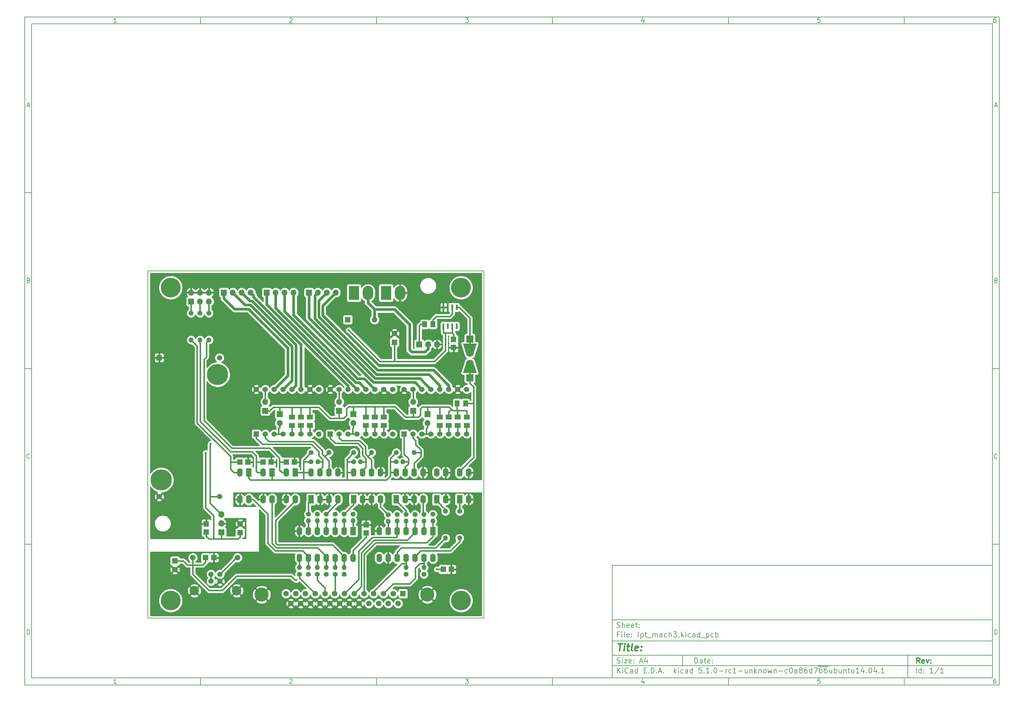
<source format=gbl>
G04 #@! TF.GenerationSoftware,KiCad,Pcbnew,5.1.0-rc1-unknown-c0a86d7~66~ubuntu14.04.1*
G04 #@! TF.CreationDate,2019-02-13T06:07:19+01:00
G04 #@! TF.ProjectId,lpt_mach3,6c70745f-6d61-4636-9833-2e6b69636164,rev?*
G04 #@! TF.SameCoordinates,Original*
G04 #@! TF.FileFunction,Copper,L2,Bot*
G04 #@! TF.FilePolarity,Positive*
%FSLAX46Y46*%
G04 Gerber Fmt 4.6, Leading zero omitted, Abs format (unit mm)*
G04 Created by KiCad (PCBNEW 5.1.0-rc1-unknown-c0a86d7~66~ubuntu14.04.1) date 2019-02-13 06:07:19*
%MOMM*%
%LPD*%
G04 APERTURE LIST*
%ADD10C,0.100000*%
%ADD11C,0.150000*%
%ADD12C,0.300000*%
%ADD13C,0.400000*%
%ADD14R,1.600000X2.400000*%
%ADD15O,1.600000X2.400000*%
%ADD16R,1.700000X1.700000*%
%ADD17O,1.700000X1.700000*%
%ADD18R,0.600000X1.550000*%
%ADD19R,1.524000X1.524000*%
%ADD20C,1.524000*%
%ADD21O,3.000000X4.000000*%
%ADD22R,3.000000X4.000000*%
%ADD23C,1.600000*%
%ADD24O,1.600000X1.600000*%
%ADD25C,1.520000*%
%ADD26C,2.700000*%
%ADD27R,1.600000X1.600000*%
%ADD28C,4.000000*%
%ADD29C,2.670352*%
%ADD30R,1.998980X1.998980*%
%ADD31C,0.175000*%
%ADD32R,1.800000X1.800000*%
%ADD33O,1.800000X1.800000*%
%ADD34O,1.400000X1.400000*%
%ADD35C,1.400000*%
%ADD36C,6.000000*%
%ADD37R,1.700000X1.400000*%
%ADD38R,1.400000X1.700000*%
%ADD39C,5.600000*%
%ADD40C,0.600000*%
%ADD41C,0.800000*%
%ADD42C,0.254000*%
G04 APERTURE END LIST*
D10*
D11*
X177002200Y-166007200D02*
X177002200Y-198007200D01*
X285002200Y-198007200D01*
X285002200Y-166007200D01*
X177002200Y-166007200D01*
D10*
D11*
X10000000Y-10000000D02*
X10000000Y-200007200D01*
X287002200Y-200007200D01*
X287002200Y-10000000D01*
X10000000Y-10000000D01*
D10*
D11*
X12000000Y-12000000D02*
X12000000Y-198007200D01*
X285002200Y-198007200D01*
X285002200Y-12000000D01*
X12000000Y-12000000D01*
D10*
D11*
X60000000Y-12000000D02*
X60000000Y-10000000D01*
D10*
D11*
X110000000Y-12000000D02*
X110000000Y-10000000D01*
D10*
D11*
X160000000Y-12000000D02*
X160000000Y-10000000D01*
D10*
D11*
X210000000Y-12000000D02*
X210000000Y-10000000D01*
D10*
D11*
X260000000Y-12000000D02*
X260000000Y-10000000D01*
D10*
D11*
X36065476Y-11588095D02*
X35322619Y-11588095D01*
X35694047Y-11588095D02*
X35694047Y-10288095D01*
X35570238Y-10473809D01*
X35446428Y-10597619D01*
X35322619Y-10659523D01*
D10*
D11*
X85322619Y-10411904D02*
X85384523Y-10350000D01*
X85508333Y-10288095D01*
X85817857Y-10288095D01*
X85941666Y-10350000D01*
X86003571Y-10411904D01*
X86065476Y-10535714D01*
X86065476Y-10659523D01*
X86003571Y-10845238D01*
X85260714Y-11588095D01*
X86065476Y-11588095D01*
D10*
D11*
X135260714Y-10288095D02*
X136065476Y-10288095D01*
X135632142Y-10783333D01*
X135817857Y-10783333D01*
X135941666Y-10845238D01*
X136003571Y-10907142D01*
X136065476Y-11030952D01*
X136065476Y-11340476D01*
X136003571Y-11464285D01*
X135941666Y-11526190D01*
X135817857Y-11588095D01*
X135446428Y-11588095D01*
X135322619Y-11526190D01*
X135260714Y-11464285D01*
D10*
D11*
X185941666Y-10721428D02*
X185941666Y-11588095D01*
X185632142Y-10226190D02*
X185322619Y-11154761D01*
X186127380Y-11154761D01*
D10*
D11*
X236003571Y-10288095D02*
X235384523Y-10288095D01*
X235322619Y-10907142D01*
X235384523Y-10845238D01*
X235508333Y-10783333D01*
X235817857Y-10783333D01*
X235941666Y-10845238D01*
X236003571Y-10907142D01*
X236065476Y-11030952D01*
X236065476Y-11340476D01*
X236003571Y-11464285D01*
X235941666Y-11526190D01*
X235817857Y-11588095D01*
X235508333Y-11588095D01*
X235384523Y-11526190D01*
X235322619Y-11464285D01*
D10*
D11*
X285941666Y-10288095D02*
X285694047Y-10288095D01*
X285570238Y-10350000D01*
X285508333Y-10411904D01*
X285384523Y-10597619D01*
X285322619Y-10845238D01*
X285322619Y-11340476D01*
X285384523Y-11464285D01*
X285446428Y-11526190D01*
X285570238Y-11588095D01*
X285817857Y-11588095D01*
X285941666Y-11526190D01*
X286003571Y-11464285D01*
X286065476Y-11340476D01*
X286065476Y-11030952D01*
X286003571Y-10907142D01*
X285941666Y-10845238D01*
X285817857Y-10783333D01*
X285570238Y-10783333D01*
X285446428Y-10845238D01*
X285384523Y-10907142D01*
X285322619Y-11030952D01*
D10*
D11*
X60000000Y-198007200D02*
X60000000Y-200007200D01*
D10*
D11*
X110000000Y-198007200D02*
X110000000Y-200007200D01*
D10*
D11*
X160000000Y-198007200D02*
X160000000Y-200007200D01*
D10*
D11*
X210000000Y-198007200D02*
X210000000Y-200007200D01*
D10*
D11*
X260000000Y-198007200D02*
X260000000Y-200007200D01*
D10*
D11*
X36065476Y-199595295D02*
X35322619Y-199595295D01*
X35694047Y-199595295D02*
X35694047Y-198295295D01*
X35570238Y-198481009D01*
X35446428Y-198604819D01*
X35322619Y-198666723D01*
D10*
D11*
X85322619Y-198419104D02*
X85384523Y-198357200D01*
X85508333Y-198295295D01*
X85817857Y-198295295D01*
X85941666Y-198357200D01*
X86003571Y-198419104D01*
X86065476Y-198542914D01*
X86065476Y-198666723D01*
X86003571Y-198852438D01*
X85260714Y-199595295D01*
X86065476Y-199595295D01*
D10*
D11*
X135260714Y-198295295D02*
X136065476Y-198295295D01*
X135632142Y-198790533D01*
X135817857Y-198790533D01*
X135941666Y-198852438D01*
X136003571Y-198914342D01*
X136065476Y-199038152D01*
X136065476Y-199347676D01*
X136003571Y-199471485D01*
X135941666Y-199533390D01*
X135817857Y-199595295D01*
X135446428Y-199595295D01*
X135322619Y-199533390D01*
X135260714Y-199471485D01*
D10*
D11*
X185941666Y-198728628D02*
X185941666Y-199595295D01*
X185632142Y-198233390D02*
X185322619Y-199161961D01*
X186127380Y-199161961D01*
D10*
D11*
X236003571Y-198295295D02*
X235384523Y-198295295D01*
X235322619Y-198914342D01*
X235384523Y-198852438D01*
X235508333Y-198790533D01*
X235817857Y-198790533D01*
X235941666Y-198852438D01*
X236003571Y-198914342D01*
X236065476Y-199038152D01*
X236065476Y-199347676D01*
X236003571Y-199471485D01*
X235941666Y-199533390D01*
X235817857Y-199595295D01*
X235508333Y-199595295D01*
X235384523Y-199533390D01*
X235322619Y-199471485D01*
D10*
D11*
X285941666Y-198295295D02*
X285694047Y-198295295D01*
X285570238Y-198357200D01*
X285508333Y-198419104D01*
X285384523Y-198604819D01*
X285322619Y-198852438D01*
X285322619Y-199347676D01*
X285384523Y-199471485D01*
X285446428Y-199533390D01*
X285570238Y-199595295D01*
X285817857Y-199595295D01*
X285941666Y-199533390D01*
X286003571Y-199471485D01*
X286065476Y-199347676D01*
X286065476Y-199038152D01*
X286003571Y-198914342D01*
X285941666Y-198852438D01*
X285817857Y-198790533D01*
X285570238Y-198790533D01*
X285446428Y-198852438D01*
X285384523Y-198914342D01*
X285322619Y-199038152D01*
D10*
D11*
X10000000Y-60000000D02*
X12000000Y-60000000D01*
D10*
D11*
X10000000Y-110000000D02*
X12000000Y-110000000D01*
D10*
D11*
X10000000Y-160000000D02*
X12000000Y-160000000D01*
D10*
D11*
X10690476Y-35216666D02*
X11309523Y-35216666D01*
X10566666Y-35588095D02*
X11000000Y-34288095D01*
X11433333Y-35588095D01*
D10*
D11*
X11092857Y-84907142D02*
X11278571Y-84969047D01*
X11340476Y-85030952D01*
X11402380Y-85154761D01*
X11402380Y-85340476D01*
X11340476Y-85464285D01*
X11278571Y-85526190D01*
X11154761Y-85588095D01*
X10659523Y-85588095D01*
X10659523Y-84288095D01*
X11092857Y-84288095D01*
X11216666Y-84350000D01*
X11278571Y-84411904D01*
X11340476Y-84535714D01*
X11340476Y-84659523D01*
X11278571Y-84783333D01*
X11216666Y-84845238D01*
X11092857Y-84907142D01*
X10659523Y-84907142D01*
D10*
D11*
X11402380Y-135464285D02*
X11340476Y-135526190D01*
X11154761Y-135588095D01*
X11030952Y-135588095D01*
X10845238Y-135526190D01*
X10721428Y-135402380D01*
X10659523Y-135278571D01*
X10597619Y-135030952D01*
X10597619Y-134845238D01*
X10659523Y-134597619D01*
X10721428Y-134473809D01*
X10845238Y-134350000D01*
X11030952Y-134288095D01*
X11154761Y-134288095D01*
X11340476Y-134350000D01*
X11402380Y-134411904D01*
D10*
D11*
X10659523Y-185588095D02*
X10659523Y-184288095D01*
X10969047Y-184288095D01*
X11154761Y-184350000D01*
X11278571Y-184473809D01*
X11340476Y-184597619D01*
X11402380Y-184845238D01*
X11402380Y-185030952D01*
X11340476Y-185278571D01*
X11278571Y-185402380D01*
X11154761Y-185526190D01*
X10969047Y-185588095D01*
X10659523Y-185588095D01*
D10*
D11*
X287002200Y-60000000D02*
X285002200Y-60000000D01*
D10*
D11*
X287002200Y-110000000D02*
X285002200Y-110000000D01*
D10*
D11*
X287002200Y-160000000D02*
X285002200Y-160000000D01*
D10*
D11*
X285692676Y-35216666D02*
X286311723Y-35216666D01*
X285568866Y-35588095D02*
X286002200Y-34288095D01*
X286435533Y-35588095D01*
D10*
D11*
X286095057Y-84907142D02*
X286280771Y-84969047D01*
X286342676Y-85030952D01*
X286404580Y-85154761D01*
X286404580Y-85340476D01*
X286342676Y-85464285D01*
X286280771Y-85526190D01*
X286156961Y-85588095D01*
X285661723Y-85588095D01*
X285661723Y-84288095D01*
X286095057Y-84288095D01*
X286218866Y-84350000D01*
X286280771Y-84411904D01*
X286342676Y-84535714D01*
X286342676Y-84659523D01*
X286280771Y-84783333D01*
X286218866Y-84845238D01*
X286095057Y-84907142D01*
X285661723Y-84907142D01*
D10*
D11*
X286404580Y-135464285D02*
X286342676Y-135526190D01*
X286156961Y-135588095D01*
X286033152Y-135588095D01*
X285847438Y-135526190D01*
X285723628Y-135402380D01*
X285661723Y-135278571D01*
X285599819Y-135030952D01*
X285599819Y-134845238D01*
X285661723Y-134597619D01*
X285723628Y-134473809D01*
X285847438Y-134350000D01*
X286033152Y-134288095D01*
X286156961Y-134288095D01*
X286342676Y-134350000D01*
X286404580Y-134411904D01*
D10*
D11*
X285661723Y-185588095D02*
X285661723Y-184288095D01*
X285971247Y-184288095D01*
X286156961Y-184350000D01*
X286280771Y-184473809D01*
X286342676Y-184597619D01*
X286404580Y-184845238D01*
X286404580Y-185030952D01*
X286342676Y-185278571D01*
X286280771Y-185402380D01*
X286156961Y-185526190D01*
X285971247Y-185588095D01*
X285661723Y-185588095D01*
D10*
D11*
X200434342Y-193785771D02*
X200434342Y-192285771D01*
X200791485Y-192285771D01*
X201005771Y-192357200D01*
X201148628Y-192500057D01*
X201220057Y-192642914D01*
X201291485Y-192928628D01*
X201291485Y-193142914D01*
X201220057Y-193428628D01*
X201148628Y-193571485D01*
X201005771Y-193714342D01*
X200791485Y-193785771D01*
X200434342Y-193785771D01*
X202577200Y-193785771D02*
X202577200Y-193000057D01*
X202505771Y-192857200D01*
X202362914Y-192785771D01*
X202077200Y-192785771D01*
X201934342Y-192857200D01*
X202577200Y-193714342D02*
X202434342Y-193785771D01*
X202077200Y-193785771D01*
X201934342Y-193714342D01*
X201862914Y-193571485D01*
X201862914Y-193428628D01*
X201934342Y-193285771D01*
X202077200Y-193214342D01*
X202434342Y-193214342D01*
X202577200Y-193142914D01*
X203077200Y-192785771D02*
X203648628Y-192785771D01*
X203291485Y-192285771D02*
X203291485Y-193571485D01*
X203362914Y-193714342D01*
X203505771Y-193785771D01*
X203648628Y-193785771D01*
X204720057Y-193714342D02*
X204577200Y-193785771D01*
X204291485Y-193785771D01*
X204148628Y-193714342D01*
X204077200Y-193571485D01*
X204077200Y-193000057D01*
X204148628Y-192857200D01*
X204291485Y-192785771D01*
X204577200Y-192785771D01*
X204720057Y-192857200D01*
X204791485Y-193000057D01*
X204791485Y-193142914D01*
X204077200Y-193285771D01*
X205434342Y-193642914D02*
X205505771Y-193714342D01*
X205434342Y-193785771D01*
X205362914Y-193714342D01*
X205434342Y-193642914D01*
X205434342Y-193785771D01*
X205434342Y-192857200D02*
X205505771Y-192928628D01*
X205434342Y-193000057D01*
X205362914Y-192928628D01*
X205434342Y-192857200D01*
X205434342Y-193000057D01*
D10*
D11*
X177002200Y-194507200D02*
X285002200Y-194507200D01*
D10*
D11*
X178434342Y-196585771D02*
X178434342Y-195085771D01*
X179291485Y-196585771D02*
X178648628Y-195728628D01*
X179291485Y-195085771D02*
X178434342Y-195942914D01*
X179934342Y-196585771D02*
X179934342Y-195585771D01*
X179934342Y-195085771D02*
X179862914Y-195157200D01*
X179934342Y-195228628D01*
X180005771Y-195157200D01*
X179934342Y-195085771D01*
X179934342Y-195228628D01*
X181505771Y-196442914D02*
X181434342Y-196514342D01*
X181220057Y-196585771D01*
X181077200Y-196585771D01*
X180862914Y-196514342D01*
X180720057Y-196371485D01*
X180648628Y-196228628D01*
X180577200Y-195942914D01*
X180577200Y-195728628D01*
X180648628Y-195442914D01*
X180720057Y-195300057D01*
X180862914Y-195157200D01*
X181077200Y-195085771D01*
X181220057Y-195085771D01*
X181434342Y-195157200D01*
X181505771Y-195228628D01*
X182791485Y-196585771D02*
X182791485Y-195800057D01*
X182720057Y-195657200D01*
X182577200Y-195585771D01*
X182291485Y-195585771D01*
X182148628Y-195657200D01*
X182791485Y-196514342D02*
X182648628Y-196585771D01*
X182291485Y-196585771D01*
X182148628Y-196514342D01*
X182077200Y-196371485D01*
X182077200Y-196228628D01*
X182148628Y-196085771D01*
X182291485Y-196014342D01*
X182648628Y-196014342D01*
X182791485Y-195942914D01*
X184148628Y-196585771D02*
X184148628Y-195085771D01*
X184148628Y-196514342D02*
X184005771Y-196585771D01*
X183720057Y-196585771D01*
X183577200Y-196514342D01*
X183505771Y-196442914D01*
X183434342Y-196300057D01*
X183434342Y-195871485D01*
X183505771Y-195728628D01*
X183577200Y-195657200D01*
X183720057Y-195585771D01*
X184005771Y-195585771D01*
X184148628Y-195657200D01*
X186005771Y-195800057D02*
X186505771Y-195800057D01*
X186720057Y-196585771D02*
X186005771Y-196585771D01*
X186005771Y-195085771D01*
X186720057Y-195085771D01*
X187362914Y-196442914D02*
X187434342Y-196514342D01*
X187362914Y-196585771D01*
X187291485Y-196514342D01*
X187362914Y-196442914D01*
X187362914Y-196585771D01*
X188077200Y-196585771D02*
X188077200Y-195085771D01*
X188434342Y-195085771D01*
X188648628Y-195157200D01*
X188791485Y-195300057D01*
X188862914Y-195442914D01*
X188934342Y-195728628D01*
X188934342Y-195942914D01*
X188862914Y-196228628D01*
X188791485Y-196371485D01*
X188648628Y-196514342D01*
X188434342Y-196585771D01*
X188077200Y-196585771D01*
X189577200Y-196442914D02*
X189648628Y-196514342D01*
X189577200Y-196585771D01*
X189505771Y-196514342D01*
X189577200Y-196442914D01*
X189577200Y-196585771D01*
X190220057Y-196157200D02*
X190934342Y-196157200D01*
X190077200Y-196585771D02*
X190577200Y-195085771D01*
X191077200Y-196585771D01*
X191577200Y-196442914D02*
X191648628Y-196514342D01*
X191577200Y-196585771D01*
X191505771Y-196514342D01*
X191577200Y-196442914D01*
X191577200Y-196585771D01*
X194577200Y-196585771D02*
X194577200Y-195085771D01*
X194720057Y-196014342D02*
X195148628Y-196585771D01*
X195148628Y-195585771D02*
X194577200Y-196157200D01*
X195791485Y-196585771D02*
X195791485Y-195585771D01*
X195791485Y-195085771D02*
X195720057Y-195157200D01*
X195791485Y-195228628D01*
X195862914Y-195157200D01*
X195791485Y-195085771D01*
X195791485Y-195228628D01*
X197148628Y-196514342D02*
X197005771Y-196585771D01*
X196720057Y-196585771D01*
X196577200Y-196514342D01*
X196505771Y-196442914D01*
X196434342Y-196300057D01*
X196434342Y-195871485D01*
X196505771Y-195728628D01*
X196577200Y-195657200D01*
X196720057Y-195585771D01*
X197005771Y-195585771D01*
X197148628Y-195657200D01*
X198434342Y-196585771D02*
X198434342Y-195800057D01*
X198362914Y-195657200D01*
X198220057Y-195585771D01*
X197934342Y-195585771D01*
X197791485Y-195657200D01*
X198434342Y-196514342D02*
X198291485Y-196585771D01*
X197934342Y-196585771D01*
X197791485Y-196514342D01*
X197720057Y-196371485D01*
X197720057Y-196228628D01*
X197791485Y-196085771D01*
X197934342Y-196014342D01*
X198291485Y-196014342D01*
X198434342Y-195942914D01*
X199791485Y-196585771D02*
X199791485Y-195085771D01*
X199791485Y-196514342D02*
X199648628Y-196585771D01*
X199362914Y-196585771D01*
X199220057Y-196514342D01*
X199148628Y-196442914D01*
X199077200Y-196300057D01*
X199077200Y-195871485D01*
X199148628Y-195728628D01*
X199220057Y-195657200D01*
X199362914Y-195585771D01*
X199648628Y-195585771D01*
X199791485Y-195657200D01*
X202362914Y-195085771D02*
X201648628Y-195085771D01*
X201577200Y-195800057D01*
X201648628Y-195728628D01*
X201791485Y-195657200D01*
X202148628Y-195657200D01*
X202291485Y-195728628D01*
X202362914Y-195800057D01*
X202434342Y-195942914D01*
X202434342Y-196300057D01*
X202362914Y-196442914D01*
X202291485Y-196514342D01*
X202148628Y-196585771D01*
X201791485Y-196585771D01*
X201648628Y-196514342D01*
X201577200Y-196442914D01*
X203077200Y-196442914D02*
X203148628Y-196514342D01*
X203077200Y-196585771D01*
X203005771Y-196514342D01*
X203077200Y-196442914D01*
X203077200Y-196585771D01*
X204577200Y-196585771D02*
X203720057Y-196585771D01*
X204148628Y-196585771D02*
X204148628Y-195085771D01*
X204005771Y-195300057D01*
X203862914Y-195442914D01*
X203720057Y-195514342D01*
X205220057Y-196442914D02*
X205291485Y-196514342D01*
X205220057Y-196585771D01*
X205148628Y-196514342D01*
X205220057Y-196442914D01*
X205220057Y-196585771D01*
X206220057Y-195085771D02*
X206362914Y-195085771D01*
X206505771Y-195157200D01*
X206577200Y-195228628D01*
X206648628Y-195371485D01*
X206720057Y-195657200D01*
X206720057Y-196014342D01*
X206648628Y-196300057D01*
X206577200Y-196442914D01*
X206505771Y-196514342D01*
X206362914Y-196585771D01*
X206220057Y-196585771D01*
X206077200Y-196514342D01*
X206005771Y-196442914D01*
X205934342Y-196300057D01*
X205862914Y-196014342D01*
X205862914Y-195657200D01*
X205934342Y-195371485D01*
X206005771Y-195228628D01*
X206077200Y-195157200D01*
X206220057Y-195085771D01*
X207362914Y-196014342D02*
X208505771Y-196014342D01*
X209220057Y-196585771D02*
X209220057Y-195585771D01*
X209220057Y-195871485D02*
X209291485Y-195728628D01*
X209362914Y-195657200D01*
X209505771Y-195585771D01*
X209648628Y-195585771D01*
X210791485Y-196514342D02*
X210648628Y-196585771D01*
X210362914Y-196585771D01*
X210220057Y-196514342D01*
X210148628Y-196442914D01*
X210077200Y-196300057D01*
X210077200Y-195871485D01*
X210148628Y-195728628D01*
X210220057Y-195657200D01*
X210362914Y-195585771D01*
X210648628Y-195585771D01*
X210791485Y-195657200D01*
X212220057Y-196585771D02*
X211362914Y-196585771D01*
X211791485Y-196585771D02*
X211791485Y-195085771D01*
X211648628Y-195300057D01*
X211505771Y-195442914D01*
X211362914Y-195514342D01*
X212862914Y-196014342D02*
X214005771Y-196014342D01*
X215362914Y-195585771D02*
X215362914Y-196585771D01*
X214720057Y-195585771D02*
X214720057Y-196371485D01*
X214791485Y-196514342D01*
X214934342Y-196585771D01*
X215148628Y-196585771D01*
X215291485Y-196514342D01*
X215362914Y-196442914D01*
X216077200Y-195585771D02*
X216077200Y-196585771D01*
X216077200Y-195728628D02*
X216148628Y-195657200D01*
X216291485Y-195585771D01*
X216505771Y-195585771D01*
X216648628Y-195657200D01*
X216720057Y-195800057D01*
X216720057Y-196585771D01*
X217434342Y-196585771D02*
X217434342Y-195085771D01*
X217577200Y-196014342D02*
X218005771Y-196585771D01*
X218005771Y-195585771D02*
X217434342Y-196157200D01*
X218648628Y-195585771D02*
X218648628Y-196585771D01*
X218648628Y-195728628D02*
X218720057Y-195657200D01*
X218862914Y-195585771D01*
X219077200Y-195585771D01*
X219220057Y-195657200D01*
X219291485Y-195800057D01*
X219291485Y-196585771D01*
X220220057Y-196585771D02*
X220077200Y-196514342D01*
X220005771Y-196442914D01*
X219934342Y-196300057D01*
X219934342Y-195871485D01*
X220005771Y-195728628D01*
X220077200Y-195657200D01*
X220220057Y-195585771D01*
X220434342Y-195585771D01*
X220577200Y-195657200D01*
X220648628Y-195728628D01*
X220720057Y-195871485D01*
X220720057Y-196300057D01*
X220648628Y-196442914D01*
X220577200Y-196514342D01*
X220434342Y-196585771D01*
X220220057Y-196585771D01*
X221220057Y-195585771D02*
X221505771Y-196585771D01*
X221791485Y-195871485D01*
X222077200Y-196585771D01*
X222362914Y-195585771D01*
X222934342Y-195585771D02*
X222934342Y-196585771D01*
X222934342Y-195728628D02*
X223005771Y-195657200D01*
X223148628Y-195585771D01*
X223362914Y-195585771D01*
X223505771Y-195657200D01*
X223577200Y-195800057D01*
X223577200Y-196585771D01*
X224291485Y-196014342D02*
X225434342Y-196014342D01*
X226791485Y-196514342D02*
X226648628Y-196585771D01*
X226362914Y-196585771D01*
X226220057Y-196514342D01*
X226148628Y-196442914D01*
X226077200Y-196300057D01*
X226077200Y-195871485D01*
X226148628Y-195728628D01*
X226220057Y-195657200D01*
X226362914Y-195585771D01*
X226648628Y-195585771D01*
X226791485Y-195657200D01*
X227720057Y-195085771D02*
X227862914Y-195085771D01*
X228005771Y-195157200D01*
X228077200Y-195228628D01*
X228148628Y-195371485D01*
X228220057Y-195657200D01*
X228220057Y-196014342D01*
X228148628Y-196300057D01*
X228077200Y-196442914D01*
X228005771Y-196514342D01*
X227862914Y-196585771D01*
X227720057Y-196585771D01*
X227577200Y-196514342D01*
X227505771Y-196442914D01*
X227434342Y-196300057D01*
X227362914Y-196014342D01*
X227362914Y-195657200D01*
X227434342Y-195371485D01*
X227505771Y-195228628D01*
X227577200Y-195157200D01*
X227720057Y-195085771D01*
X229505771Y-196585771D02*
X229505771Y-195800057D01*
X229434342Y-195657200D01*
X229291485Y-195585771D01*
X229005771Y-195585771D01*
X228862914Y-195657200D01*
X229505771Y-196514342D02*
X229362914Y-196585771D01*
X229005771Y-196585771D01*
X228862914Y-196514342D01*
X228791485Y-196371485D01*
X228791485Y-196228628D01*
X228862914Y-196085771D01*
X229005771Y-196014342D01*
X229362914Y-196014342D01*
X229505771Y-195942914D01*
X230434342Y-195728628D02*
X230291485Y-195657200D01*
X230220057Y-195585771D01*
X230148628Y-195442914D01*
X230148628Y-195371485D01*
X230220057Y-195228628D01*
X230291485Y-195157200D01*
X230434342Y-195085771D01*
X230720057Y-195085771D01*
X230862914Y-195157200D01*
X230934342Y-195228628D01*
X231005771Y-195371485D01*
X231005771Y-195442914D01*
X230934342Y-195585771D01*
X230862914Y-195657200D01*
X230720057Y-195728628D01*
X230434342Y-195728628D01*
X230291485Y-195800057D01*
X230220057Y-195871485D01*
X230148628Y-196014342D01*
X230148628Y-196300057D01*
X230220057Y-196442914D01*
X230291485Y-196514342D01*
X230434342Y-196585771D01*
X230720057Y-196585771D01*
X230862914Y-196514342D01*
X230934342Y-196442914D01*
X231005771Y-196300057D01*
X231005771Y-196014342D01*
X230934342Y-195871485D01*
X230862914Y-195800057D01*
X230720057Y-195728628D01*
X232291485Y-195085771D02*
X232005771Y-195085771D01*
X231862914Y-195157200D01*
X231791485Y-195228628D01*
X231648628Y-195442914D01*
X231577200Y-195728628D01*
X231577200Y-196300057D01*
X231648628Y-196442914D01*
X231720057Y-196514342D01*
X231862914Y-196585771D01*
X232148628Y-196585771D01*
X232291485Y-196514342D01*
X232362914Y-196442914D01*
X232434342Y-196300057D01*
X232434342Y-195942914D01*
X232362914Y-195800057D01*
X232291485Y-195728628D01*
X232148628Y-195657200D01*
X231862914Y-195657200D01*
X231720057Y-195728628D01*
X231648628Y-195800057D01*
X231577200Y-195942914D01*
X233720057Y-196585771D02*
X233720057Y-195085771D01*
X233720057Y-196514342D02*
X233577200Y-196585771D01*
X233291485Y-196585771D01*
X233148628Y-196514342D01*
X233077200Y-196442914D01*
X233005771Y-196300057D01*
X233005771Y-195871485D01*
X233077200Y-195728628D01*
X233148628Y-195657200D01*
X233291485Y-195585771D01*
X233577200Y-195585771D01*
X233720057Y-195657200D01*
X234291485Y-195085771D02*
X235291485Y-195085771D01*
X234648628Y-196585771D01*
X235505771Y-194677200D02*
X236934342Y-194677200D01*
X236505771Y-195085771D02*
X236220057Y-195085771D01*
X236077200Y-195157200D01*
X236005771Y-195228628D01*
X235862914Y-195442914D01*
X235791485Y-195728628D01*
X235791485Y-196300057D01*
X235862914Y-196442914D01*
X235934342Y-196514342D01*
X236077200Y-196585771D01*
X236362914Y-196585771D01*
X236505771Y-196514342D01*
X236577200Y-196442914D01*
X236648628Y-196300057D01*
X236648628Y-195942914D01*
X236577200Y-195800057D01*
X236505771Y-195728628D01*
X236362914Y-195657200D01*
X236077200Y-195657200D01*
X235934342Y-195728628D01*
X235862914Y-195800057D01*
X235791485Y-195942914D01*
X236934342Y-194677200D02*
X238362914Y-194677200D01*
X237934342Y-195085771D02*
X237648628Y-195085771D01*
X237505771Y-195157200D01*
X237434342Y-195228628D01*
X237291485Y-195442914D01*
X237220057Y-195728628D01*
X237220057Y-196300057D01*
X237291485Y-196442914D01*
X237362914Y-196514342D01*
X237505771Y-196585771D01*
X237791485Y-196585771D01*
X237934342Y-196514342D01*
X238005771Y-196442914D01*
X238077200Y-196300057D01*
X238077200Y-195942914D01*
X238005771Y-195800057D01*
X237934342Y-195728628D01*
X237791485Y-195657200D01*
X237505771Y-195657200D01*
X237362914Y-195728628D01*
X237291485Y-195800057D01*
X237220057Y-195942914D01*
X239362914Y-195585771D02*
X239362914Y-196585771D01*
X238720057Y-195585771D02*
X238720057Y-196371485D01*
X238791485Y-196514342D01*
X238934342Y-196585771D01*
X239148628Y-196585771D01*
X239291485Y-196514342D01*
X239362914Y-196442914D01*
X240077200Y-196585771D02*
X240077200Y-195085771D01*
X240077200Y-195657200D02*
X240220057Y-195585771D01*
X240505771Y-195585771D01*
X240648628Y-195657200D01*
X240720057Y-195728628D01*
X240791485Y-195871485D01*
X240791485Y-196300057D01*
X240720057Y-196442914D01*
X240648628Y-196514342D01*
X240505771Y-196585771D01*
X240220057Y-196585771D01*
X240077200Y-196514342D01*
X242077200Y-195585771D02*
X242077200Y-196585771D01*
X241434342Y-195585771D02*
X241434342Y-196371485D01*
X241505771Y-196514342D01*
X241648628Y-196585771D01*
X241862914Y-196585771D01*
X242005771Y-196514342D01*
X242077200Y-196442914D01*
X242791485Y-195585771D02*
X242791485Y-196585771D01*
X242791485Y-195728628D02*
X242862914Y-195657200D01*
X243005771Y-195585771D01*
X243220057Y-195585771D01*
X243362914Y-195657200D01*
X243434342Y-195800057D01*
X243434342Y-196585771D01*
X243934342Y-195585771D02*
X244505771Y-195585771D01*
X244148628Y-195085771D02*
X244148628Y-196371485D01*
X244220057Y-196514342D01*
X244362914Y-196585771D01*
X244505771Y-196585771D01*
X245648628Y-195585771D02*
X245648628Y-196585771D01*
X245005771Y-195585771D02*
X245005771Y-196371485D01*
X245077200Y-196514342D01*
X245220057Y-196585771D01*
X245434342Y-196585771D01*
X245577200Y-196514342D01*
X245648628Y-196442914D01*
X247148628Y-196585771D02*
X246291485Y-196585771D01*
X246720057Y-196585771D02*
X246720057Y-195085771D01*
X246577200Y-195300057D01*
X246434342Y-195442914D01*
X246291485Y-195514342D01*
X248434342Y-195585771D02*
X248434342Y-196585771D01*
X248077200Y-195014342D02*
X247720057Y-196085771D01*
X248648628Y-196085771D01*
X249220057Y-196442914D02*
X249291485Y-196514342D01*
X249220057Y-196585771D01*
X249148628Y-196514342D01*
X249220057Y-196442914D01*
X249220057Y-196585771D01*
X250220057Y-195085771D02*
X250362914Y-195085771D01*
X250505771Y-195157200D01*
X250577200Y-195228628D01*
X250648628Y-195371485D01*
X250720057Y-195657200D01*
X250720057Y-196014342D01*
X250648628Y-196300057D01*
X250577200Y-196442914D01*
X250505771Y-196514342D01*
X250362914Y-196585771D01*
X250220057Y-196585771D01*
X250077200Y-196514342D01*
X250005771Y-196442914D01*
X249934342Y-196300057D01*
X249862914Y-196014342D01*
X249862914Y-195657200D01*
X249934342Y-195371485D01*
X250005771Y-195228628D01*
X250077200Y-195157200D01*
X250220057Y-195085771D01*
X252005771Y-195585771D02*
X252005771Y-196585771D01*
X251648628Y-195014342D02*
X251291485Y-196085771D01*
X252220057Y-196085771D01*
X252791485Y-196442914D02*
X252862914Y-196514342D01*
X252791485Y-196585771D01*
X252720057Y-196514342D01*
X252791485Y-196442914D01*
X252791485Y-196585771D01*
X254291485Y-196585771D02*
X253434342Y-196585771D01*
X253862914Y-196585771D02*
X253862914Y-195085771D01*
X253720057Y-195300057D01*
X253577200Y-195442914D01*
X253434342Y-195514342D01*
D10*
D11*
X177002200Y-191507200D02*
X285002200Y-191507200D01*
D10*
D12*
X264411485Y-193785771D02*
X263911485Y-193071485D01*
X263554342Y-193785771D02*
X263554342Y-192285771D01*
X264125771Y-192285771D01*
X264268628Y-192357200D01*
X264340057Y-192428628D01*
X264411485Y-192571485D01*
X264411485Y-192785771D01*
X264340057Y-192928628D01*
X264268628Y-193000057D01*
X264125771Y-193071485D01*
X263554342Y-193071485D01*
X265625771Y-193714342D02*
X265482914Y-193785771D01*
X265197200Y-193785771D01*
X265054342Y-193714342D01*
X264982914Y-193571485D01*
X264982914Y-193000057D01*
X265054342Y-192857200D01*
X265197200Y-192785771D01*
X265482914Y-192785771D01*
X265625771Y-192857200D01*
X265697200Y-193000057D01*
X265697200Y-193142914D01*
X264982914Y-193285771D01*
X266197200Y-192785771D02*
X266554342Y-193785771D01*
X266911485Y-192785771D01*
X267482914Y-193642914D02*
X267554342Y-193714342D01*
X267482914Y-193785771D01*
X267411485Y-193714342D01*
X267482914Y-193642914D01*
X267482914Y-193785771D01*
X267482914Y-192857200D02*
X267554342Y-192928628D01*
X267482914Y-193000057D01*
X267411485Y-192928628D01*
X267482914Y-192857200D01*
X267482914Y-193000057D01*
D10*
D11*
X178362914Y-193714342D02*
X178577200Y-193785771D01*
X178934342Y-193785771D01*
X179077200Y-193714342D01*
X179148628Y-193642914D01*
X179220057Y-193500057D01*
X179220057Y-193357200D01*
X179148628Y-193214342D01*
X179077200Y-193142914D01*
X178934342Y-193071485D01*
X178648628Y-193000057D01*
X178505771Y-192928628D01*
X178434342Y-192857200D01*
X178362914Y-192714342D01*
X178362914Y-192571485D01*
X178434342Y-192428628D01*
X178505771Y-192357200D01*
X178648628Y-192285771D01*
X179005771Y-192285771D01*
X179220057Y-192357200D01*
X179862914Y-193785771D02*
X179862914Y-192785771D01*
X179862914Y-192285771D02*
X179791485Y-192357200D01*
X179862914Y-192428628D01*
X179934342Y-192357200D01*
X179862914Y-192285771D01*
X179862914Y-192428628D01*
X180434342Y-192785771D02*
X181220057Y-192785771D01*
X180434342Y-193785771D01*
X181220057Y-193785771D01*
X182362914Y-193714342D02*
X182220057Y-193785771D01*
X181934342Y-193785771D01*
X181791485Y-193714342D01*
X181720057Y-193571485D01*
X181720057Y-193000057D01*
X181791485Y-192857200D01*
X181934342Y-192785771D01*
X182220057Y-192785771D01*
X182362914Y-192857200D01*
X182434342Y-193000057D01*
X182434342Y-193142914D01*
X181720057Y-193285771D01*
X183077200Y-193642914D02*
X183148628Y-193714342D01*
X183077200Y-193785771D01*
X183005771Y-193714342D01*
X183077200Y-193642914D01*
X183077200Y-193785771D01*
X183077200Y-192857200D02*
X183148628Y-192928628D01*
X183077200Y-193000057D01*
X183005771Y-192928628D01*
X183077200Y-192857200D01*
X183077200Y-193000057D01*
X184862914Y-193357200D02*
X185577200Y-193357200D01*
X184720057Y-193785771D02*
X185220057Y-192285771D01*
X185720057Y-193785771D01*
X186862914Y-192785771D02*
X186862914Y-193785771D01*
X186505771Y-192214342D02*
X186148628Y-193285771D01*
X187077200Y-193285771D01*
D10*
D11*
X263434342Y-196585771D02*
X263434342Y-195085771D01*
X264791485Y-196585771D02*
X264791485Y-195085771D01*
X264791485Y-196514342D02*
X264648628Y-196585771D01*
X264362914Y-196585771D01*
X264220057Y-196514342D01*
X264148628Y-196442914D01*
X264077200Y-196300057D01*
X264077200Y-195871485D01*
X264148628Y-195728628D01*
X264220057Y-195657200D01*
X264362914Y-195585771D01*
X264648628Y-195585771D01*
X264791485Y-195657200D01*
X265505771Y-196442914D02*
X265577200Y-196514342D01*
X265505771Y-196585771D01*
X265434342Y-196514342D01*
X265505771Y-196442914D01*
X265505771Y-196585771D01*
X265505771Y-195657200D02*
X265577200Y-195728628D01*
X265505771Y-195800057D01*
X265434342Y-195728628D01*
X265505771Y-195657200D01*
X265505771Y-195800057D01*
X268148628Y-196585771D02*
X267291485Y-196585771D01*
X267720057Y-196585771D02*
X267720057Y-195085771D01*
X267577200Y-195300057D01*
X267434342Y-195442914D01*
X267291485Y-195514342D01*
X269862914Y-195014342D02*
X268577200Y-196942914D01*
X271148628Y-196585771D02*
X270291485Y-196585771D01*
X270720057Y-196585771D02*
X270720057Y-195085771D01*
X270577200Y-195300057D01*
X270434342Y-195442914D01*
X270291485Y-195514342D01*
D10*
D11*
X177002200Y-187507200D02*
X285002200Y-187507200D01*
D10*
D13*
X178714580Y-188211961D02*
X179857438Y-188211961D01*
X179036009Y-190211961D02*
X179286009Y-188211961D01*
X180274104Y-190211961D02*
X180440771Y-188878628D01*
X180524104Y-188211961D02*
X180416961Y-188307200D01*
X180500295Y-188402438D01*
X180607438Y-188307200D01*
X180524104Y-188211961D01*
X180500295Y-188402438D01*
X181107438Y-188878628D02*
X181869342Y-188878628D01*
X181476485Y-188211961D02*
X181262200Y-189926247D01*
X181333628Y-190116723D01*
X181512200Y-190211961D01*
X181702676Y-190211961D01*
X182655057Y-190211961D02*
X182476485Y-190116723D01*
X182405057Y-189926247D01*
X182619342Y-188211961D01*
X184190771Y-190116723D02*
X183988390Y-190211961D01*
X183607438Y-190211961D01*
X183428866Y-190116723D01*
X183357438Y-189926247D01*
X183452676Y-189164342D01*
X183571723Y-188973866D01*
X183774104Y-188878628D01*
X184155057Y-188878628D01*
X184333628Y-188973866D01*
X184405057Y-189164342D01*
X184381247Y-189354819D01*
X183405057Y-189545295D01*
X185155057Y-190021485D02*
X185238390Y-190116723D01*
X185131247Y-190211961D01*
X185047914Y-190116723D01*
X185155057Y-190021485D01*
X185131247Y-190211961D01*
X185286009Y-188973866D02*
X185369342Y-189069104D01*
X185262200Y-189164342D01*
X185178866Y-189069104D01*
X185286009Y-188973866D01*
X185262200Y-189164342D01*
D10*
D11*
X178934342Y-185600057D02*
X178434342Y-185600057D01*
X178434342Y-186385771D02*
X178434342Y-184885771D01*
X179148628Y-184885771D01*
X179720057Y-186385771D02*
X179720057Y-185385771D01*
X179720057Y-184885771D02*
X179648628Y-184957200D01*
X179720057Y-185028628D01*
X179791485Y-184957200D01*
X179720057Y-184885771D01*
X179720057Y-185028628D01*
X180648628Y-186385771D02*
X180505771Y-186314342D01*
X180434342Y-186171485D01*
X180434342Y-184885771D01*
X181791485Y-186314342D02*
X181648628Y-186385771D01*
X181362914Y-186385771D01*
X181220057Y-186314342D01*
X181148628Y-186171485D01*
X181148628Y-185600057D01*
X181220057Y-185457200D01*
X181362914Y-185385771D01*
X181648628Y-185385771D01*
X181791485Y-185457200D01*
X181862914Y-185600057D01*
X181862914Y-185742914D01*
X181148628Y-185885771D01*
X182505771Y-186242914D02*
X182577200Y-186314342D01*
X182505771Y-186385771D01*
X182434342Y-186314342D01*
X182505771Y-186242914D01*
X182505771Y-186385771D01*
X182505771Y-185457200D02*
X182577200Y-185528628D01*
X182505771Y-185600057D01*
X182434342Y-185528628D01*
X182505771Y-185457200D01*
X182505771Y-185600057D01*
X184577200Y-186385771D02*
X184434342Y-186314342D01*
X184362914Y-186171485D01*
X184362914Y-184885771D01*
X185148628Y-185385771D02*
X185148628Y-186885771D01*
X185148628Y-185457200D02*
X185291485Y-185385771D01*
X185577200Y-185385771D01*
X185720057Y-185457200D01*
X185791485Y-185528628D01*
X185862914Y-185671485D01*
X185862914Y-186100057D01*
X185791485Y-186242914D01*
X185720057Y-186314342D01*
X185577200Y-186385771D01*
X185291485Y-186385771D01*
X185148628Y-186314342D01*
X186291485Y-185385771D02*
X186862914Y-185385771D01*
X186505771Y-184885771D02*
X186505771Y-186171485D01*
X186577200Y-186314342D01*
X186720057Y-186385771D01*
X186862914Y-186385771D01*
X187005771Y-186528628D02*
X188148628Y-186528628D01*
X188505771Y-186385771D02*
X188505771Y-185385771D01*
X188505771Y-185528628D02*
X188577200Y-185457200D01*
X188720057Y-185385771D01*
X188934342Y-185385771D01*
X189077200Y-185457200D01*
X189148628Y-185600057D01*
X189148628Y-186385771D01*
X189148628Y-185600057D02*
X189220057Y-185457200D01*
X189362914Y-185385771D01*
X189577200Y-185385771D01*
X189720057Y-185457200D01*
X189791485Y-185600057D01*
X189791485Y-186385771D01*
X191148628Y-186385771D02*
X191148628Y-185600057D01*
X191077200Y-185457200D01*
X190934342Y-185385771D01*
X190648628Y-185385771D01*
X190505771Y-185457200D01*
X191148628Y-186314342D02*
X191005771Y-186385771D01*
X190648628Y-186385771D01*
X190505771Y-186314342D01*
X190434342Y-186171485D01*
X190434342Y-186028628D01*
X190505771Y-185885771D01*
X190648628Y-185814342D01*
X191005771Y-185814342D01*
X191148628Y-185742914D01*
X192505771Y-186314342D02*
X192362914Y-186385771D01*
X192077200Y-186385771D01*
X191934342Y-186314342D01*
X191862914Y-186242914D01*
X191791485Y-186100057D01*
X191791485Y-185671485D01*
X191862914Y-185528628D01*
X191934342Y-185457200D01*
X192077200Y-185385771D01*
X192362914Y-185385771D01*
X192505771Y-185457200D01*
X193148628Y-186385771D02*
X193148628Y-184885771D01*
X193791485Y-186385771D02*
X193791485Y-185600057D01*
X193720057Y-185457200D01*
X193577200Y-185385771D01*
X193362914Y-185385771D01*
X193220057Y-185457200D01*
X193148628Y-185528628D01*
X194362914Y-184885771D02*
X195291485Y-184885771D01*
X194791485Y-185457200D01*
X195005771Y-185457200D01*
X195148628Y-185528628D01*
X195220057Y-185600057D01*
X195291485Y-185742914D01*
X195291485Y-186100057D01*
X195220057Y-186242914D01*
X195148628Y-186314342D01*
X195005771Y-186385771D01*
X194577200Y-186385771D01*
X194434342Y-186314342D01*
X194362914Y-186242914D01*
X195934342Y-186242914D02*
X196005771Y-186314342D01*
X195934342Y-186385771D01*
X195862914Y-186314342D01*
X195934342Y-186242914D01*
X195934342Y-186385771D01*
X196648628Y-186385771D02*
X196648628Y-184885771D01*
X196791485Y-185814342D02*
X197220057Y-186385771D01*
X197220057Y-185385771D02*
X196648628Y-185957200D01*
X197862914Y-186385771D02*
X197862914Y-185385771D01*
X197862914Y-184885771D02*
X197791485Y-184957200D01*
X197862914Y-185028628D01*
X197934342Y-184957200D01*
X197862914Y-184885771D01*
X197862914Y-185028628D01*
X199220057Y-186314342D02*
X199077200Y-186385771D01*
X198791485Y-186385771D01*
X198648628Y-186314342D01*
X198577200Y-186242914D01*
X198505771Y-186100057D01*
X198505771Y-185671485D01*
X198577200Y-185528628D01*
X198648628Y-185457200D01*
X198791485Y-185385771D01*
X199077200Y-185385771D01*
X199220057Y-185457200D01*
X200505771Y-186385771D02*
X200505771Y-185600057D01*
X200434342Y-185457200D01*
X200291485Y-185385771D01*
X200005771Y-185385771D01*
X199862914Y-185457200D01*
X200505771Y-186314342D02*
X200362914Y-186385771D01*
X200005771Y-186385771D01*
X199862914Y-186314342D01*
X199791485Y-186171485D01*
X199791485Y-186028628D01*
X199862914Y-185885771D01*
X200005771Y-185814342D01*
X200362914Y-185814342D01*
X200505771Y-185742914D01*
X201862914Y-186385771D02*
X201862914Y-184885771D01*
X201862914Y-186314342D02*
X201720057Y-186385771D01*
X201434342Y-186385771D01*
X201291485Y-186314342D01*
X201220057Y-186242914D01*
X201148628Y-186100057D01*
X201148628Y-185671485D01*
X201220057Y-185528628D01*
X201291485Y-185457200D01*
X201434342Y-185385771D01*
X201720057Y-185385771D01*
X201862914Y-185457200D01*
X202220057Y-186528628D02*
X203362914Y-186528628D01*
X203720057Y-185385771D02*
X203720057Y-186885771D01*
X203720057Y-185457200D02*
X203862914Y-185385771D01*
X204148628Y-185385771D01*
X204291485Y-185457200D01*
X204362914Y-185528628D01*
X204434342Y-185671485D01*
X204434342Y-186100057D01*
X204362914Y-186242914D01*
X204291485Y-186314342D01*
X204148628Y-186385771D01*
X203862914Y-186385771D01*
X203720057Y-186314342D01*
X205720057Y-186314342D02*
X205577200Y-186385771D01*
X205291485Y-186385771D01*
X205148628Y-186314342D01*
X205077200Y-186242914D01*
X205005771Y-186100057D01*
X205005771Y-185671485D01*
X205077200Y-185528628D01*
X205148628Y-185457200D01*
X205291485Y-185385771D01*
X205577200Y-185385771D01*
X205720057Y-185457200D01*
X206362914Y-186385771D02*
X206362914Y-184885771D01*
X206362914Y-185457200D02*
X206505771Y-185385771D01*
X206791485Y-185385771D01*
X206934342Y-185457200D01*
X207005771Y-185528628D01*
X207077200Y-185671485D01*
X207077200Y-186100057D01*
X207005771Y-186242914D01*
X206934342Y-186314342D01*
X206791485Y-186385771D01*
X206505771Y-186385771D01*
X206362914Y-186314342D01*
D10*
D11*
X177002200Y-181507200D02*
X285002200Y-181507200D01*
D10*
D11*
X178362914Y-183614342D02*
X178577200Y-183685771D01*
X178934342Y-183685771D01*
X179077200Y-183614342D01*
X179148628Y-183542914D01*
X179220057Y-183400057D01*
X179220057Y-183257200D01*
X179148628Y-183114342D01*
X179077200Y-183042914D01*
X178934342Y-182971485D01*
X178648628Y-182900057D01*
X178505771Y-182828628D01*
X178434342Y-182757200D01*
X178362914Y-182614342D01*
X178362914Y-182471485D01*
X178434342Y-182328628D01*
X178505771Y-182257200D01*
X178648628Y-182185771D01*
X179005771Y-182185771D01*
X179220057Y-182257200D01*
X179862914Y-183685771D02*
X179862914Y-182185771D01*
X180505771Y-183685771D02*
X180505771Y-182900057D01*
X180434342Y-182757200D01*
X180291485Y-182685771D01*
X180077200Y-182685771D01*
X179934342Y-182757200D01*
X179862914Y-182828628D01*
X181791485Y-183614342D02*
X181648628Y-183685771D01*
X181362914Y-183685771D01*
X181220057Y-183614342D01*
X181148628Y-183471485D01*
X181148628Y-182900057D01*
X181220057Y-182757200D01*
X181362914Y-182685771D01*
X181648628Y-182685771D01*
X181791485Y-182757200D01*
X181862914Y-182900057D01*
X181862914Y-183042914D01*
X181148628Y-183185771D01*
X183077200Y-183614342D02*
X182934342Y-183685771D01*
X182648628Y-183685771D01*
X182505771Y-183614342D01*
X182434342Y-183471485D01*
X182434342Y-182900057D01*
X182505771Y-182757200D01*
X182648628Y-182685771D01*
X182934342Y-182685771D01*
X183077200Y-182757200D01*
X183148628Y-182900057D01*
X183148628Y-183042914D01*
X182434342Y-183185771D01*
X183577200Y-182685771D02*
X184148628Y-182685771D01*
X183791485Y-182185771D02*
X183791485Y-183471485D01*
X183862914Y-183614342D01*
X184005771Y-183685771D01*
X184148628Y-183685771D01*
X184648628Y-183542914D02*
X184720057Y-183614342D01*
X184648628Y-183685771D01*
X184577200Y-183614342D01*
X184648628Y-183542914D01*
X184648628Y-183685771D01*
X184648628Y-182757200D02*
X184720057Y-182828628D01*
X184648628Y-182900057D01*
X184577200Y-182828628D01*
X184648628Y-182757200D01*
X184648628Y-182900057D01*
D10*
D11*
X197002200Y-191507200D02*
X197002200Y-194507200D01*
D10*
D11*
X261002200Y-191507200D02*
X261002200Y-198007200D01*
X45000000Y-82200000D02*
X140500000Y-82200000D01*
X45000000Y-181000000D02*
X45000000Y-82200000D01*
X140500000Y-181000000D02*
X45000000Y-181000000D01*
X140500000Y-82200000D02*
X140500000Y-181000000D01*
D14*
X103300000Y-156200000D03*
D15*
X88060000Y-163820000D03*
X100760000Y-156200000D03*
X90600000Y-163820000D03*
X98220000Y-156200000D03*
X93140000Y-163820000D03*
X95680000Y-156200000D03*
X95680000Y-163820000D03*
X93140000Y-156200000D03*
X98220000Y-163820000D03*
X90600000Y-156200000D03*
X100760000Y-163820000D03*
X88060000Y-156200000D03*
X103300000Y-163820000D03*
D16*
X57300000Y-90950000D03*
D17*
X57300000Y-88410000D03*
X59840000Y-90950000D03*
X59840000Y-88410000D03*
X62380000Y-90950000D03*
X62380000Y-88410000D03*
D18*
X128955000Y-92590000D03*
X130225000Y-92590000D03*
X131495000Y-92590000D03*
X132765000Y-92590000D03*
X132765000Y-97990000D03*
X131495000Y-97990000D03*
X130225000Y-97990000D03*
X128955000Y-97990000D03*
D19*
X117840000Y-128620000D03*
D20*
X120380000Y-128620000D03*
X122920000Y-128620000D03*
X125460000Y-128620000D03*
X128000000Y-128620000D03*
X130540000Y-128620000D03*
X133080000Y-128620000D03*
X135620000Y-128620000D03*
X135620000Y-115920000D03*
X133080000Y-115920000D03*
X130540000Y-115920000D03*
X128000000Y-115920000D03*
X125460000Y-115920000D03*
X122920000Y-115920000D03*
X120380000Y-115920000D03*
X117840000Y-115920000D03*
D21*
X116662400Y-88500000D03*
D22*
X112700000Y-88500000D03*
D23*
X70500000Y-163800000D03*
D24*
X57800000Y-163800000D03*
D16*
X90800000Y-88400000D03*
D17*
X93340000Y-88400000D03*
X95880000Y-88400000D03*
X98420000Y-88400000D03*
X86420000Y-88400000D03*
X83880000Y-88400000D03*
X81340000Y-88400000D03*
D16*
X78800000Y-88400000D03*
X66600000Y-88400000D03*
D17*
X69140000Y-88400000D03*
X71680000Y-88400000D03*
X74220000Y-88400000D03*
D25*
X62960000Y-168500000D03*
X65500000Y-168500000D03*
X65500000Y-170500000D03*
X62960000Y-170500000D03*
D26*
X58230000Y-173200000D03*
X70230000Y-173200000D03*
D27*
X61600000Y-154200000D03*
X61600000Y-156500000D03*
X117500000Y-174000000D03*
D23*
X114730000Y-174000000D03*
X111960000Y-174000000D03*
X109190000Y-174000000D03*
X106420000Y-174000000D03*
X103650000Y-174000000D03*
X100880000Y-174000000D03*
X98110000Y-174000000D03*
X95340000Y-174000000D03*
X92570000Y-174000000D03*
X89800000Y-174000000D03*
X87030000Y-174000000D03*
X84260000Y-174000000D03*
X116115000Y-176840000D03*
X113345000Y-176840000D03*
X110575000Y-176840000D03*
X107805000Y-176840000D03*
X105035000Y-176840000D03*
X102265000Y-176840000D03*
X99495000Y-176840000D03*
X96725000Y-176840000D03*
X93955000Y-176840000D03*
X91185000Y-176840000D03*
X88415000Y-176840000D03*
X85645000Y-176840000D03*
D28*
X77330000Y-174300000D03*
X124430000Y-174300000D03*
D29*
X136500000Y-104687000D03*
D10*
G36*
X134550550Y-102936940D02*
G01*
X138449450Y-102936940D01*
X137349630Y-106437060D01*
X135650370Y-106437060D01*
X134550550Y-102936940D01*
X134550550Y-102936940D01*
G37*
D29*
X136500000Y-109513000D03*
D10*
G36*
X138449450Y-111263060D02*
G01*
X134550550Y-111263060D01*
X135650370Y-107762940D01*
X137349630Y-107762940D01*
X138449450Y-111263060D01*
X138449450Y-111263060D01*
G37*
D30*
X136500000Y-101598360D03*
X136500000Y-112601640D03*
D31*
X136500000Y-107680000D03*
D10*
G36*
X136050000Y-107592500D02*
G01*
X136950000Y-107592500D01*
X136950000Y-107767500D01*
X136050000Y-107767500D01*
X136050000Y-107592500D01*
X136050000Y-107592500D01*
G37*
D31*
X136500000Y-106520000D03*
D10*
G36*
X136050000Y-106432500D02*
G01*
X136950000Y-106432500D01*
X136950000Y-106607500D01*
X136050000Y-106607500D01*
X136050000Y-106432500D01*
X136050000Y-106432500D01*
G37*
D32*
X65900000Y-156600000D03*
D33*
X65900000Y-154060000D03*
X65900000Y-151520000D03*
D14*
X126000000Y-156200000D03*
D15*
X110760000Y-163820000D03*
X123460000Y-156200000D03*
X113300000Y-163820000D03*
X120920000Y-156200000D03*
X115840000Y-163820000D03*
X118380000Y-156200000D03*
X118380000Y-163820000D03*
X115840000Y-156200000D03*
X120920000Y-163820000D03*
X113300000Y-156200000D03*
X123460000Y-163820000D03*
X110760000Y-156200000D03*
X126000000Y-163820000D03*
D14*
X127100000Y-147200000D03*
D15*
X129640000Y-139580000D03*
X129640000Y-147200000D03*
X127100000Y-139580000D03*
D14*
X133600000Y-147200000D03*
D15*
X136140000Y-139580000D03*
X136140000Y-147200000D03*
X133600000Y-139580000D03*
D14*
X73700000Y-139600000D03*
D15*
X71160000Y-147220000D03*
X71160000Y-139600000D03*
X73700000Y-147220000D03*
D14*
X80300000Y-139600000D03*
D15*
X77760000Y-147220000D03*
X77760000Y-139600000D03*
X80300000Y-147220000D03*
D14*
X86900000Y-139600000D03*
D15*
X84360000Y-147220000D03*
X84360000Y-139600000D03*
X86900000Y-147220000D03*
D22*
X103600000Y-88500000D03*
D21*
X107562400Y-88500000D03*
D19*
X96840000Y-128620000D03*
D20*
X99380000Y-128620000D03*
X101920000Y-128620000D03*
X104460000Y-128620000D03*
X107000000Y-128620000D03*
X109540000Y-128620000D03*
X112080000Y-128620000D03*
X114620000Y-128620000D03*
X114620000Y-115920000D03*
X112080000Y-115920000D03*
X109540000Y-115920000D03*
X107000000Y-115920000D03*
X104460000Y-115920000D03*
X101920000Y-115920000D03*
X99380000Y-115920000D03*
X96840000Y-115920000D03*
D19*
X75840000Y-128620000D03*
D20*
X78380000Y-128620000D03*
X80920000Y-128620000D03*
X83460000Y-128620000D03*
X86000000Y-128620000D03*
X88540000Y-128620000D03*
X91080000Y-128620000D03*
X93620000Y-128620000D03*
X93620000Y-115920000D03*
X91080000Y-115920000D03*
X88540000Y-115920000D03*
X86000000Y-115920000D03*
X83460000Y-115920000D03*
X80920000Y-115920000D03*
X78380000Y-115920000D03*
X75840000Y-115920000D03*
D32*
X122100000Y-103150000D03*
D33*
X124640000Y-103150000D03*
X127180000Y-103150000D03*
D14*
X115600000Y-147200000D03*
D15*
X123220000Y-139580000D03*
X118140000Y-147200000D03*
X120680000Y-139580000D03*
X120680000Y-147200000D03*
X118140000Y-139580000D03*
X123220000Y-147200000D03*
X115600000Y-139580000D03*
D14*
X91400000Y-147200000D03*
D15*
X99020000Y-139580000D03*
X93940000Y-147200000D03*
X96480000Y-139580000D03*
X96480000Y-147200000D03*
X93940000Y-139580000D03*
X99020000Y-147200000D03*
X91400000Y-139580000D03*
D16*
X78380000Y-122000000D03*
D17*
X78380000Y-119460000D03*
D16*
X120400000Y-122000000D03*
D17*
X120400000Y-119460000D03*
D16*
X99380000Y-122000000D03*
D17*
X99380000Y-119460000D03*
D27*
X63750000Y-163800000D03*
X61450000Y-163800000D03*
X52700000Y-164700000D03*
D23*
X52700000Y-167200000D03*
X71250000Y-154200000D03*
D27*
X71250000Y-156700000D03*
X71150000Y-136600000D03*
X73450000Y-136600000D03*
X80050000Y-136600000D03*
X77750000Y-136600000D03*
X86650000Y-136600000D03*
X84350000Y-136600000D03*
D34*
X123460000Y-153400000D03*
D35*
X123460000Y-151500000D03*
X118380000Y-151500000D03*
D34*
X118380000Y-153400000D03*
X88060000Y-166600000D03*
D35*
X88060000Y-168500000D03*
X93140000Y-168500000D03*
D34*
X93140000Y-166600000D03*
X98220000Y-166600000D03*
D35*
X98220000Y-168500000D03*
X113300000Y-151550000D03*
D34*
X113300000Y-153450000D03*
X100760000Y-153300000D03*
D35*
X100760000Y-151400000D03*
X95680000Y-151400000D03*
D34*
X95680000Y-153300000D03*
X90600000Y-153300000D03*
D35*
X90600000Y-151400000D03*
D20*
X48227500Y-146448500D03*
X65372500Y-146448500D03*
X65372500Y-106951500D03*
D19*
X48227500Y-106951500D03*
D36*
X48799000Y-141686000D03*
X64801000Y-111714000D03*
D34*
X126000000Y-153350000D03*
D35*
X126000000Y-151450000D03*
X120920000Y-151500000D03*
D34*
X120920000Y-153400000D03*
D35*
X118380000Y-168500000D03*
D34*
X118380000Y-166600000D03*
D35*
X115840000Y-151500000D03*
D34*
X115840000Y-153400000D03*
D35*
X103300000Y-151400000D03*
D34*
X103300000Y-153300000D03*
X98220000Y-153300000D03*
D35*
X98220000Y-151400000D03*
X100760000Y-168500000D03*
D34*
X100760000Y-166600000D03*
X90600000Y-166600000D03*
D35*
X90600000Y-168500000D03*
D34*
X95680000Y-166600000D03*
D35*
X95680000Y-168500000D03*
D34*
X93140000Y-153300000D03*
D35*
X93140000Y-151400000D03*
X123460000Y-168500000D03*
D34*
X123460000Y-166600000D03*
D35*
X115600000Y-136500000D03*
D34*
X117500000Y-136500000D03*
D35*
X115600000Y-133900000D03*
D34*
X120680000Y-133900000D03*
D37*
X128000000Y-126200000D03*
X128000000Y-123800000D03*
X130540000Y-123800000D03*
X130540000Y-126200000D03*
X133080000Y-126200000D03*
X133080000Y-123800000D03*
X107000000Y-126200000D03*
X107000000Y-123800000D03*
X109540000Y-123800000D03*
X109540000Y-126200000D03*
X112080000Y-126200000D03*
X112080000Y-123800000D03*
X86000000Y-123800000D03*
X86000000Y-126200000D03*
X88540000Y-126200000D03*
X88540000Y-123800000D03*
X91080000Y-123800000D03*
X91080000Y-126200000D03*
D35*
X103500000Y-136500000D03*
D34*
X105400000Y-136500000D03*
D35*
X103500000Y-133900000D03*
D34*
X108580000Y-133900000D03*
X93300000Y-136500000D03*
D35*
X91400000Y-136500000D03*
X91400000Y-133900000D03*
D34*
X96480000Y-133900000D03*
D38*
X123610000Y-97410000D03*
X126010000Y-97410000D03*
D35*
X59840000Y-94250000D03*
D34*
X59840000Y-101870000D03*
X62380000Y-101870000D03*
D35*
X62380000Y-94250000D03*
D34*
X57300000Y-101870000D03*
D35*
X57300000Y-94250000D03*
D24*
X109420000Y-96100000D03*
D27*
X101800000Y-96100000D03*
D15*
X103500000Y-139580000D03*
X111120000Y-147200000D03*
X106040000Y-139580000D03*
X108580000Y-147200000D03*
X108580000Y-139580000D03*
X106040000Y-147200000D03*
X111120000Y-139580000D03*
D14*
X103500000Y-147200000D03*
D38*
X132900000Y-119900000D03*
X135300000Y-119900000D03*
D17*
X103450000Y-125540000D03*
D16*
X103450000Y-123000000D03*
D17*
X82460000Y-125540000D03*
D16*
X82460000Y-123000000D03*
D17*
X124460000Y-125540000D03*
D16*
X124460000Y-123000000D03*
D37*
X135650000Y-123800000D03*
X135650000Y-126200000D03*
D27*
X128950000Y-167100000D03*
X131250000Y-167100000D03*
X131890000Y-104020000D03*
X131890000Y-101720000D03*
D23*
X115100000Y-100040000D03*
D27*
X115100000Y-102540000D03*
D39*
X134000000Y-176000000D03*
X51500000Y-176000000D03*
X134000000Y-87000000D03*
X51500000Y-87000000D03*
D34*
X129600000Y-158220000D03*
D35*
X129600000Y-150600000D03*
X133600000Y-150600000D03*
D34*
X133600000Y-158220000D03*
D27*
X107050000Y-154450000D03*
X107050000Y-156750000D03*
D40*
X78100000Y-134200000D03*
X72300000Y-134800000D03*
X86650000Y-133730000D03*
X127100000Y-167100000D03*
X87250000Y-170120000D03*
X61420000Y-134000000D03*
X62870000Y-131380000D03*
X102090000Y-99080000D03*
D13*
X126000000Y-153350000D02*
X126000000Y-156200000D01*
X126000000Y-157800000D02*
X124250000Y-159550000D01*
X126000000Y-156200000D02*
X126000000Y-157800000D01*
X124250000Y-159550000D02*
X109750000Y-159550000D01*
X106420000Y-162880000D02*
X106420000Y-174000000D01*
X109750000Y-159550000D02*
X106420000Y-162880000D01*
X120920000Y-153400000D02*
X120920000Y-156200000D01*
X120920000Y-156600000D02*
X120920000Y-156200000D01*
X118720000Y-158800000D02*
X120920000Y-156600000D01*
X109300000Y-158800000D02*
X118720000Y-158800000D01*
X105700000Y-162400000D02*
X109300000Y-158800000D01*
X105700000Y-171950000D02*
X105700000Y-162400000D01*
X103650000Y-174000000D02*
X105700000Y-171950000D01*
X103300000Y-153300000D02*
X103300000Y-156200000D01*
X115840000Y-153400000D02*
X115840000Y-156200000D01*
X115840000Y-157800000D02*
X115590000Y-158050000D01*
X115840000Y-156200000D02*
X115840000Y-157800000D01*
X115590000Y-158050000D02*
X108800000Y-158050000D01*
X108800000Y-158050000D02*
X104950000Y-161900000D01*
X104950000Y-169930000D02*
X100880000Y-174000000D01*
X104950000Y-161900000D02*
X104950000Y-169930000D01*
X87030000Y-174000000D02*
X87000000Y-174000000D01*
X98220000Y-153300000D02*
X98220000Y-156200000D01*
X123220000Y-151260000D02*
X123460000Y-151500000D01*
X123220000Y-147200000D02*
X123220000Y-151260000D01*
X123460000Y-153400000D02*
X123460000Y-156200000D01*
X118380000Y-150510051D02*
X118380000Y-151500000D01*
X118380000Y-150380000D02*
X118380000Y-150510051D01*
X115600000Y-147600000D02*
X118380000Y-150380000D01*
X115600000Y-147200000D02*
X115600000Y-147600000D01*
X118380000Y-153400000D02*
X118380000Y-156200000D01*
X93140000Y-153300000D02*
X93140000Y-156200000D01*
X98220000Y-173890000D02*
X98110000Y-174000000D01*
X98220000Y-168500000D02*
X98220000Y-173890000D01*
X93140000Y-168500000D02*
X93140000Y-170240000D01*
X95340000Y-172440000D02*
X95340000Y-174000000D01*
X93140000Y-170240000D02*
X95340000Y-172440000D01*
X111120000Y-149370000D02*
X113300000Y-151550000D01*
X111120000Y-147200000D02*
X111120000Y-149370000D01*
X113300000Y-153450000D02*
X113300000Y-156200000D01*
X129600000Y-150100000D02*
X129600000Y-150600000D01*
X127100000Y-147600000D02*
X129600000Y-150100000D01*
X127100000Y-147200000D02*
X127100000Y-147600000D01*
X115840000Y-163820000D02*
X115840000Y-162220000D01*
X129600000Y-158220000D02*
X126800000Y-161020000D01*
X117040000Y-161020000D02*
X115840000Y-162220000D01*
X126800000Y-161020000D02*
X117040000Y-161020000D01*
X133600000Y-147200000D02*
X133600000Y-150600000D01*
X133600000Y-159209949D02*
X131009949Y-161800000D01*
X133600000Y-158220000D02*
X133600000Y-159209949D01*
X120920000Y-163420000D02*
X120920000Y-163820000D01*
X122540000Y-161800000D02*
X120920000Y-163420000D01*
X131009949Y-161800000D02*
X122540000Y-161800000D01*
X103500000Y-148660000D02*
X103500000Y-147200000D01*
X100760000Y-151400000D02*
X103500000Y-148660000D01*
X100760000Y-153300000D02*
X100760000Y-156200000D01*
X99020000Y-148060000D02*
X99020000Y-147200000D01*
X95680000Y-151400000D02*
X99020000Y-148060000D01*
X95680000Y-153300000D02*
X95680000Y-156200000D01*
X100760000Y-166600000D02*
X100760000Y-163820000D01*
X86900000Y-147620000D02*
X81300000Y-153220000D01*
X86900000Y-147220000D02*
X86900000Y-147620000D01*
X81300000Y-153220000D02*
X81300000Y-159650000D01*
X81300000Y-159650000D02*
X81800000Y-160150000D01*
X100760000Y-163420000D02*
X100760000Y-163820000D01*
X97490000Y-160150000D02*
X100760000Y-163420000D01*
X81800000Y-160150000D02*
X97490000Y-160150000D01*
X90600000Y-166600000D02*
X90600000Y-163820000D01*
X74900000Y-147220000D02*
X73700000Y-147220000D01*
X79100000Y-151420000D02*
X74900000Y-147220000D01*
X81200000Y-161800000D02*
X79100000Y-159700000D01*
X79100000Y-159700000D02*
X79100000Y-151420000D01*
X88980000Y-161800000D02*
X81200000Y-161800000D01*
X90600000Y-163420000D02*
X88980000Y-161800000D01*
X90600000Y-163820000D02*
X90600000Y-163420000D01*
X95680000Y-166600000D02*
X95680000Y-163820000D01*
X95680000Y-163420000D02*
X95680000Y-163820000D01*
X93260000Y-161000000D02*
X95680000Y-163420000D01*
X81550000Y-161000000D02*
X93260000Y-161000000D01*
X80300000Y-159750000D02*
X81550000Y-161000000D01*
X80300000Y-147220000D02*
X80300000Y-159750000D01*
X118140000Y-137980000D02*
X119050000Y-137070000D01*
X118140000Y-139580000D02*
X118140000Y-137980000D01*
X117840000Y-134390000D02*
X117840000Y-128620000D01*
X119050000Y-135600000D02*
X117840000Y-134390000D01*
X118489949Y-136500000D02*
X119050000Y-136500000D01*
X117500000Y-136500000D02*
X118489949Y-136500000D01*
X119050000Y-136500000D02*
X119050000Y-135600000D01*
X119050000Y-137070000D02*
X119050000Y-136500000D01*
X96840000Y-129782000D02*
X98358000Y-131300000D01*
X96840000Y-128620000D02*
X96840000Y-129782000D01*
X98358000Y-131300000D02*
X104650000Y-131300000D01*
X106040000Y-132690000D02*
X106040000Y-134640000D01*
X104650000Y-131300000D02*
X106040000Y-132690000D01*
X106040000Y-134640000D02*
X107000000Y-135600000D01*
X106040000Y-138960000D02*
X106040000Y-139580000D01*
X107000000Y-138000000D02*
X106040000Y-138960000D01*
X106389949Y-136500000D02*
X107000000Y-136500000D01*
X105400000Y-136500000D02*
X106389949Y-136500000D01*
X107000000Y-136500000D02*
X107000000Y-138000000D01*
X107000000Y-135600000D02*
X107000000Y-136500000D01*
X91500000Y-131550000D02*
X77608000Y-131550000D01*
X93600000Y-133650000D02*
X91500000Y-131550000D01*
X93600000Y-134750000D02*
X93600000Y-133650000D01*
X94650000Y-135800000D02*
X93600000Y-134750000D01*
X75840000Y-129782000D02*
X75840000Y-128620000D01*
X77608000Y-131550000D02*
X75840000Y-129782000D01*
X93940000Y-138760000D02*
X94650000Y-138050000D01*
X93940000Y-139580000D02*
X93940000Y-138760000D01*
X94650000Y-136500000D02*
X93300000Y-136500000D01*
X94650000Y-138050000D02*
X94650000Y-136500000D01*
X94650000Y-136500000D02*
X94650000Y-135800000D01*
X135620000Y-126230000D02*
X135650000Y-126200000D01*
X135620000Y-128620000D02*
X135620000Y-126230000D01*
X121141999Y-131691999D02*
X122600000Y-133150000D01*
X120680000Y-136920000D02*
X120680000Y-139580000D01*
X122600000Y-135000000D02*
X120680000Y-136920000D01*
X121141999Y-130459629D02*
X121141999Y-131691999D01*
X120380000Y-129697630D02*
X121141999Y-130459629D01*
X120380000Y-128620000D02*
X120380000Y-129697630D01*
X120680000Y-133900000D02*
X121669949Y-133900000D01*
X121669949Y-133900000D02*
X122600000Y-133900000D01*
X122600000Y-133900000D02*
X122600000Y-135000000D01*
X122600000Y-133150000D02*
X122600000Y-133900000D01*
X136500000Y-109513000D02*
X136500000Y-112101260D01*
X133600000Y-139180000D02*
X133600000Y-139580000D01*
X137580000Y-135200000D02*
X133600000Y-139180000D01*
X137560000Y-119900000D02*
X135300000Y-119900000D01*
X137580000Y-119920000D02*
X137560000Y-119900000D01*
X137580000Y-119920000D02*
X137580000Y-135200000D01*
X136500000Y-114200000D02*
X137580000Y-115280000D01*
X136500000Y-112101260D02*
X136500000Y-114200000D01*
X137580000Y-115280000D02*
X137580000Y-119920000D01*
X99380000Y-129697630D02*
X100182370Y-130500000D01*
X99380000Y-128620000D02*
X99380000Y-129697630D01*
X105180000Y-130500000D02*
X106850000Y-132170000D01*
X100182370Y-130500000D02*
X105180000Y-130500000D01*
X106850000Y-132170000D02*
X106850000Y-134300000D01*
X108580000Y-136030000D02*
X108580000Y-139580000D01*
X107530000Y-134950000D02*
X108580000Y-133900000D01*
X107500000Y-134950000D02*
X107530000Y-134950000D01*
X106850000Y-134300000D02*
X107500000Y-134950000D01*
X107500000Y-134950000D02*
X108580000Y-136030000D01*
X78380000Y-129697630D02*
X79432370Y-130750000D01*
X78380000Y-128620000D02*
X78380000Y-129697630D01*
X91998542Y-130750000D02*
X94600000Y-133351458D01*
X79432370Y-130750000D02*
X91998542Y-130750000D01*
X94600000Y-133351458D02*
X94600000Y-134400000D01*
X96480000Y-136280000D02*
X96480000Y-139580000D01*
X95300000Y-135080000D02*
X96480000Y-133900000D01*
X95300000Y-135100000D02*
X95300000Y-135080000D01*
X94600000Y-134400000D02*
X95300000Y-135100000D01*
X95300000Y-135100000D02*
X96480000Y-136280000D01*
X59840000Y-94250000D02*
X59840000Y-90950000D01*
X57300000Y-94250000D02*
X57300000Y-90950000D01*
X128000000Y-128620000D02*
X128000000Y-126200000D01*
X130540000Y-128620000D02*
X130540000Y-126200000D01*
X133080000Y-128620000D02*
X133080000Y-126200000D01*
X107000000Y-128620000D02*
X107000000Y-126200000D01*
X109540000Y-128620000D02*
X109540000Y-126200000D01*
X112080000Y-128620000D02*
X112080000Y-126200000D01*
X122100000Y-101850000D02*
X122100000Y-103150000D01*
X122510000Y-97410000D02*
X122100000Y-97820000D01*
X122100000Y-97820000D02*
X122100000Y-101850000D01*
X123610000Y-97410000D02*
X122510000Y-97410000D01*
X80050000Y-136600000D02*
X80050000Y-134850000D01*
X79400000Y-134200000D02*
X78100000Y-134200000D01*
X80050000Y-134850000D02*
X79400000Y-134200000D01*
X73450000Y-136600000D02*
X73450000Y-135400000D01*
X73450000Y-135400000D02*
X73450000Y-134950000D01*
X73300000Y-134800000D02*
X72300000Y-134800000D01*
X73450000Y-134950000D02*
X73300000Y-134800000D01*
X86650000Y-136600000D02*
X86650000Y-133730000D01*
X61450000Y-165000000D02*
X61450000Y-163800000D01*
X60600000Y-165850000D02*
X61450000Y-165000000D01*
X55100000Y-164700000D02*
X56250000Y-165850000D01*
X52700000Y-164700000D02*
X55100000Y-164700000D01*
X57800000Y-163800000D02*
X57800000Y-164931370D01*
X57800000Y-165850000D02*
X60600000Y-165850000D01*
X57800000Y-164931370D02*
X57800000Y-165850000D01*
X56250000Y-165850000D02*
X57800000Y-165850000D01*
X127100000Y-167100000D02*
X128950000Y-167100000D01*
X103300000Y-162220000D02*
X103300000Y-163820000D01*
X103300000Y-161700000D02*
X103300000Y-162220000D01*
X107050000Y-157950000D02*
X103300000Y-161700000D01*
X107050000Y-156750000D02*
X107050000Y-157950000D01*
X86825736Y-170120000D02*
X85725736Y-169020000D01*
X87250000Y-170120000D02*
X86825736Y-170120000D01*
X85725736Y-169020000D02*
X70230000Y-169020000D01*
X70230000Y-169020000D02*
X66170000Y-173080000D01*
X66170000Y-173080000D02*
X62350000Y-173080000D01*
X57800000Y-168530000D02*
X57800000Y-165850000D01*
X62350000Y-173080000D02*
X57800000Y-168530000D01*
D41*
X90800000Y-88400000D02*
X90800000Y-95624352D01*
X120932176Y-113932176D02*
X122920000Y-115920000D01*
X109107824Y-113932176D02*
X120932176Y-113932176D01*
X90800000Y-95624352D02*
X109107824Y-113932176D01*
X92490001Y-89249999D02*
X92490001Y-95758705D01*
X93340000Y-88400000D02*
X92490001Y-89249999D01*
X124698001Y-115158001D02*
X125460000Y-115920000D01*
X122372166Y-112832166D02*
X124698001Y-115158001D01*
X109563462Y-112832166D02*
X122372166Y-112832166D01*
X92490001Y-95758705D02*
X109563462Y-112832166D01*
X93590011Y-90689989D02*
X93590011Y-95303067D01*
X95880000Y-88400000D02*
X93590011Y-90689989D01*
X93590011Y-95303067D02*
X110019100Y-111732156D01*
X124889786Y-111732156D02*
X110019100Y-111732156D01*
X128000000Y-114842370D02*
X124889786Y-111732156D01*
X128000000Y-115920000D02*
X128000000Y-114842370D01*
X98420000Y-88400000D02*
X94690021Y-92129979D01*
X94690021Y-92129979D02*
X94690021Y-94847429D01*
X130540000Y-114842370D02*
X130540000Y-115920000D01*
X126147630Y-110450000D02*
X130540000Y-114842370D01*
X110292592Y-110450000D02*
X126147630Y-110450000D01*
X94690021Y-94847429D02*
X110292592Y-110450000D01*
D13*
X124460000Y-126742081D02*
X124150000Y-127052081D01*
X124460000Y-125540000D02*
X124460000Y-126742081D01*
X124150000Y-128620000D02*
X125460000Y-128620000D01*
X124150000Y-127052081D02*
X124150000Y-128620000D01*
X122920000Y-128620000D02*
X124150000Y-128620000D01*
D41*
X101920000Y-115920000D02*
X101920000Y-114935648D01*
X78800000Y-88400000D02*
X78800000Y-91820000D01*
X101915648Y-114935648D02*
X101920000Y-114935648D01*
X78800000Y-91820000D02*
X101915648Y-114935648D01*
X81340000Y-92800000D02*
X104460000Y-115920000D01*
X81340000Y-88400000D02*
X81340000Y-92800000D01*
X83880000Y-88400000D02*
X83880000Y-93784352D01*
X83880000Y-93784352D02*
X104105648Y-114010000D01*
X105090000Y-114010000D02*
X107000000Y-115920000D01*
X104105648Y-114010000D02*
X105090000Y-114010000D01*
X86420000Y-88400000D02*
X86420000Y-94768704D01*
X108778001Y-115158001D02*
X109540000Y-115920000D01*
X106529990Y-112909990D02*
X108778001Y-115158001D01*
X104561286Y-112909990D02*
X106529990Y-112909990D01*
X86420000Y-94768704D02*
X104561286Y-112909990D01*
X84790000Y-112050000D02*
X80920000Y-115920000D01*
X84790000Y-104210000D02*
X84790000Y-112050000D01*
X69610000Y-93060000D02*
X73640000Y-93060000D01*
X66600000Y-90050000D02*
X69610000Y-93060000D01*
X73640000Y-93060000D02*
X84790000Y-104210000D01*
X66600000Y-88400000D02*
X66600000Y-90050000D01*
X69140000Y-88400000D02*
X72620019Y-91880019D01*
X72620019Y-91880019D02*
X74090019Y-91880019D01*
X74090019Y-91880019D02*
X85959990Y-103749990D01*
X85959990Y-113420010D02*
X83460000Y-115920000D01*
X85959990Y-103749990D02*
X85959990Y-113420010D01*
X74060009Y-90780009D02*
X74610009Y-90780009D01*
X71680000Y-88400000D02*
X74060009Y-90780009D01*
X74610009Y-90780009D02*
X87060000Y-103230000D01*
X87060000Y-114860000D02*
X86000000Y-115920000D01*
X87060000Y-103230000D02*
X87060000Y-114860000D01*
X75069999Y-89249999D02*
X74220000Y-88400000D01*
X75069999Y-89679999D02*
X75069999Y-89249999D01*
X88540000Y-103150000D02*
X75069999Y-89679999D01*
X88540000Y-115920000D02*
X88540000Y-103150000D01*
D13*
X86000000Y-128620000D02*
X86000000Y-126200000D01*
X88540000Y-128620000D02*
X88540000Y-126200000D01*
X91080000Y-128620000D02*
X91080000Y-126200000D01*
X103200000Y-126992081D02*
X103200000Y-128620000D01*
X103450000Y-126742081D02*
X103200000Y-126992081D01*
X103450000Y-125540000D02*
X103450000Y-126742081D01*
X103200000Y-128620000D02*
X104460000Y-128620000D01*
X101920000Y-128620000D02*
X103200000Y-128620000D01*
X82460000Y-126742081D02*
X82200000Y-127002081D01*
X82460000Y-125540000D02*
X82460000Y-126742081D01*
X82200000Y-127002081D02*
X82200000Y-128620000D01*
X82200000Y-128620000D02*
X83460000Y-128620000D01*
X80920000Y-128620000D02*
X82200000Y-128620000D01*
X79630000Y-122000000D02*
X80630000Y-121000000D01*
X78380000Y-122000000D02*
X79630000Y-122000000D01*
X93600000Y-121000000D02*
X96750000Y-124150000D01*
X100600000Y-124150000D02*
X101450000Y-123300000D01*
X101450000Y-123300000D02*
X101450000Y-121450000D01*
X101450000Y-121450000D02*
X101800000Y-121100000D01*
X99380000Y-124130000D02*
X99400000Y-124150000D01*
X99380000Y-122000000D02*
X99380000Y-124130000D01*
X99400000Y-124150000D02*
X100600000Y-124150000D01*
X96750000Y-124150000D02*
X99400000Y-124150000D01*
X86000000Y-122700000D02*
X86000000Y-121000000D01*
X86000000Y-123800000D02*
X86000000Y-122700000D01*
X122500000Y-121400000D02*
X122950000Y-120950000D01*
X135650000Y-122150000D02*
X135650000Y-123800000D01*
X122500000Y-123250000D02*
X122500000Y-121400000D01*
X115500000Y-121100000D02*
X118200000Y-123800000D01*
X121950000Y-123800000D02*
X122500000Y-123250000D01*
X135450000Y-121950000D02*
X135650000Y-122150000D01*
X115250000Y-120850000D02*
X115500000Y-121100000D01*
X101800000Y-121100000D02*
X102050000Y-120850000D01*
X103450000Y-121750000D02*
X103450000Y-120850000D01*
X103450000Y-123000000D02*
X103450000Y-121750000D01*
X102050000Y-120850000D02*
X103450000Y-120850000D01*
X120400000Y-122000000D02*
X120400000Y-123250000D01*
X120400000Y-123800000D02*
X121950000Y-123800000D01*
X120400000Y-123250000D02*
X120400000Y-123800000D01*
X118200000Y-123800000D02*
X120400000Y-123800000D01*
X124460000Y-120960000D02*
X124450000Y-120950000D01*
X124460000Y-123000000D02*
X124460000Y-120960000D01*
X122950000Y-120950000D02*
X124450000Y-120950000D01*
X133100000Y-121950000D02*
X133080000Y-121970000D01*
X133080000Y-121970000D02*
X133080000Y-123800000D01*
X133100000Y-121950000D02*
X135450000Y-121950000D01*
X130540000Y-122310000D02*
X131250000Y-121600000D01*
X130540000Y-123800000D02*
X130540000Y-122310000D01*
X131250000Y-121600000D02*
X131600000Y-121950000D01*
X130600000Y-120950000D02*
X131250000Y-121600000D01*
X128000000Y-122700000D02*
X128000000Y-120950000D01*
X128000000Y-123800000D02*
X128000000Y-122700000D01*
X128000000Y-120950000D02*
X130600000Y-120950000D01*
X124450000Y-120950000D02*
X128000000Y-120950000D01*
X132900000Y-119900000D02*
X132900000Y-121950000D01*
X132900000Y-121950000D02*
X133100000Y-121950000D01*
X131600000Y-121950000D02*
X132900000Y-121950000D01*
X88600000Y-121000000D02*
X88540000Y-121060000D01*
X88540000Y-121060000D02*
X88540000Y-123800000D01*
X86000000Y-121000000D02*
X88600000Y-121000000D01*
X91080000Y-121020000D02*
X91080000Y-123800000D01*
X91100000Y-121000000D02*
X91080000Y-121020000D01*
X88600000Y-121000000D02*
X91100000Y-121000000D01*
X91100000Y-121000000D02*
X93600000Y-121000000D01*
X107000000Y-120900000D02*
X107000000Y-123800000D01*
X107050000Y-120850000D02*
X107000000Y-120900000D01*
X103450000Y-120850000D02*
X107050000Y-120850000D01*
X109540000Y-120890000D02*
X109540000Y-123800000D01*
X109500000Y-120850000D02*
X109540000Y-120890000D01*
X107050000Y-120850000D02*
X109500000Y-120850000D01*
X112080000Y-120920000D02*
X112080000Y-123800000D01*
X112150000Y-120850000D02*
X112080000Y-120920000D01*
X109500000Y-120850000D02*
X112150000Y-120850000D01*
X112150000Y-120850000D02*
X115250000Y-120850000D01*
X82460000Y-121090000D02*
X82460000Y-123000000D01*
X80630000Y-121000000D02*
X82550000Y-121000000D01*
X82550000Y-121000000D02*
X82460000Y-121090000D01*
X82550000Y-121000000D02*
X86000000Y-121000000D01*
X73700000Y-141200000D02*
X74150000Y-141650000D01*
X73700000Y-139600000D02*
X73700000Y-141200000D01*
X112850000Y-141650000D02*
X113950000Y-140550000D01*
X113950000Y-135550000D02*
X115600000Y-133900000D01*
X113950000Y-136500000D02*
X115600000Y-136500000D01*
X113950000Y-136500000D02*
X113950000Y-135550000D01*
X114020000Y-139580000D02*
X115600000Y-139580000D01*
X113950000Y-139650000D02*
X114020000Y-139580000D01*
X113950000Y-140550000D02*
X113950000Y-139650000D01*
X113950000Y-139650000D02*
X113950000Y-136500000D01*
X101600000Y-135800000D02*
X103500000Y-133900000D01*
X101600000Y-141650000D02*
X112850000Y-141650000D01*
X101650000Y-136500000D02*
X103500000Y-136500000D01*
X101600000Y-136450000D02*
X101650000Y-136500000D01*
X101600000Y-136450000D02*
X101600000Y-135800000D01*
X101620000Y-139580000D02*
X103500000Y-139580000D01*
X101600000Y-139600000D02*
X101620000Y-139580000D01*
X101600000Y-141650000D02*
X101600000Y-139600000D01*
X101600000Y-139600000D02*
X101600000Y-136450000D01*
X89250000Y-136050000D02*
X91400000Y-133900000D01*
X89250000Y-141650000D02*
X101600000Y-141650000D01*
X89250000Y-136500000D02*
X91400000Y-136500000D01*
X89250000Y-136500000D02*
X89250000Y-136050000D01*
X89270000Y-139580000D02*
X91400000Y-139580000D01*
X89250000Y-139600000D02*
X89270000Y-139580000D01*
X89250000Y-141650000D02*
X89250000Y-139600000D01*
X89250000Y-139600000D02*
X89250000Y-136500000D01*
X88100000Y-139600000D02*
X89250000Y-139600000D01*
X86900000Y-139600000D02*
X88100000Y-139600000D01*
X80300000Y-141600000D02*
X80300000Y-139600000D01*
X80350000Y-141650000D02*
X80300000Y-141600000D01*
X74150000Y-141650000D02*
X80350000Y-141650000D01*
X80350000Y-141650000D02*
X89250000Y-141650000D01*
X71250000Y-157900000D02*
X71250000Y-156700000D01*
X70690000Y-158460000D02*
X71250000Y-157900000D01*
X61600000Y-157700000D02*
X62360000Y-158460000D01*
X61600000Y-156500000D02*
X61600000Y-157700000D01*
X65900000Y-158390000D02*
X65900000Y-156600000D01*
X65830000Y-158460000D02*
X65900000Y-158390000D01*
X65830000Y-158460000D02*
X70690000Y-158460000D01*
X63720000Y-158460000D02*
X63720000Y-151860000D01*
X62360000Y-158460000D02*
X63720000Y-158460000D01*
X63720000Y-158460000D02*
X65830000Y-158460000D01*
X61420000Y-149560000D02*
X61420000Y-134000000D01*
X63720000Y-151860000D02*
X61420000Y-149560000D01*
X90600000Y-148000000D02*
X91400000Y-147200000D01*
X90600000Y-151400000D02*
X90600000Y-148000000D01*
X90600000Y-153300000D02*
X90600000Y-156200000D01*
X120400000Y-115940000D02*
X120380000Y-115920000D01*
X120400000Y-119460000D02*
X120400000Y-115940000D01*
X99380000Y-119460000D02*
X99380000Y-115920000D01*
X78380000Y-115920000D02*
X78380000Y-119460000D01*
X118380000Y-163820000D02*
X118380000Y-165450000D01*
X118380000Y-165450000D02*
X118380000Y-166600000D01*
X117200000Y-165450000D02*
X118380000Y-165450000D01*
X109190000Y-173460000D02*
X117200000Y-165450000D01*
X109190000Y-174000000D02*
X109190000Y-173460000D01*
X70200000Y-163800000D02*
X70500000Y-163800000D01*
X65500000Y-168500000D02*
X70200000Y-163800000D01*
X88060000Y-169490000D02*
X92570000Y-174000000D01*
X88060000Y-168500000D02*
X88060000Y-169490000D01*
X123460000Y-165450000D02*
X122250000Y-165450000D01*
X123460000Y-163820000D02*
X123460000Y-165450000D01*
X123460000Y-165450000D02*
X123460000Y-166600000D01*
X122250000Y-165450000D02*
X121000000Y-166700000D01*
X121000000Y-166700000D02*
X121000000Y-169650000D01*
X121000000Y-169650000D02*
X119450000Y-171200000D01*
X114760000Y-171200000D02*
X111960000Y-174000000D01*
X119450000Y-171200000D02*
X114760000Y-171200000D01*
X57300000Y-101870000D02*
X59000000Y-103570000D01*
X59000000Y-103570000D02*
X59000000Y-125500000D01*
X59000000Y-125500000D02*
X68500000Y-135000000D01*
X69450000Y-139600000D02*
X71160000Y-139600000D01*
X68500000Y-138650000D02*
X69450000Y-139600000D01*
X69950000Y-136600000D02*
X68500000Y-136600000D01*
X71150000Y-136600000D02*
X69950000Y-136600000D01*
X68500000Y-136600000D02*
X68500000Y-138650000D01*
X68500000Y-135000000D02*
X68500000Y-136600000D01*
X76150000Y-139600000D02*
X77760000Y-139600000D01*
X74600000Y-133650000D02*
X75800000Y-134850000D01*
X68500000Y-133650000D02*
X74600000Y-133650000D01*
X59900000Y-125050000D02*
X68500000Y-133650000D01*
X75800000Y-139250000D02*
X76150000Y-139600000D01*
X59900000Y-102919949D02*
X59900000Y-125050000D01*
X59840000Y-102859949D02*
X59900000Y-102919949D01*
X59840000Y-101870000D02*
X59840000Y-102859949D01*
X77750000Y-136600000D02*
X75800000Y-136600000D01*
X75800000Y-136600000D02*
X75800000Y-139250000D01*
X75800000Y-134850000D02*
X75800000Y-136600000D01*
X83160000Y-139600000D02*
X84360000Y-139600000D01*
X79600000Y-132650000D02*
X82450000Y-135500000D01*
X60950000Y-124700000D02*
X68900000Y-132650000D01*
X68900000Y-132650000D02*
X79600000Y-132650000D01*
X60950000Y-107400000D02*
X60950000Y-124700000D01*
X61680001Y-106669999D02*
X60950000Y-107400000D01*
X61680001Y-102569999D02*
X61680001Y-106669999D01*
X82450000Y-138890000D02*
X83160000Y-139600000D01*
X62380000Y-101870000D02*
X61680001Y-102569999D01*
X84350000Y-136600000D02*
X82450000Y-136600000D01*
X82450000Y-136600000D02*
X82450000Y-138890000D01*
X82450000Y-135500000D02*
X82450000Y-136600000D01*
X88060000Y-166600000D02*
X88060000Y-163820000D01*
X93140000Y-166600000D02*
X93140000Y-163820000D01*
X136500000Y-95625000D02*
X136500000Y-102098740D01*
X133465000Y-92590000D02*
X136500000Y-95625000D01*
X132765000Y-92590000D02*
X133465000Y-92590000D01*
X136500000Y-102098740D02*
X136500000Y-104687000D01*
X126010000Y-96160000D02*
X127010000Y-95160000D01*
X126010000Y-97410000D02*
X126010000Y-96160000D01*
X127010000Y-95160000D02*
X130840000Y-95160000D01*
X131495000Y-94505000D02*
X131495000Y-92590000D01*
X130840000Y-95160000D02*
X131495000Y-94505000D01*
D41*
X123752792Y-105310000D02*
X120000000Y-105310000D01*
X124640000Y-104422792D02*
X123752792Y-105310000D01*
X124640000Y-103150000D02*
X124640000Y-104422792D01*
X107562400Y-91300000D02*
X109452400Y-93190000D01*
X107562400Y-88500000D02*
X107562400Y-91300000D01*
X109452400Y-93190000D02*
X115060000Y-93190000D01*
X119375000Y-97505000D02*
X119375000Y-104685000D01*
X115060000Y-93190000D02*
X119375000Y-97505000D01*
X120000000Y-105310000D02*
X119375000Y-104685000D01*
X109420000Y-93222400D02*
X109420000Y-96100000D01*
X109452400Y-93190000D02*
X109420000Y-93222400D01*
D13*
X131495000Y-102195000D02*
X131510000Y-102210000D01*
X131495000Y-97990000D02*
X131495000Y-99825000D01*
X128955000Y-99815000D02*
X128955000Y-97990000D01*
X128965000Y-99825000D02*
X128955000Y-99815000D01*
X129565000Y-99825000D02*
X129565000Y-104825000D01*
X131495000Y-99825000D02*
X129565000Y-99825000D01*
X129565000Y-99825000D02*
X128965000Y-99825000D01*
X129565000Y-104825000D02*
X126440000Y-107950000D01*
X131890000Y-100220000D02*
X131890000Y-101720000D01*
X131495000Y-99825000D02*
X131890000Y-100220000D01*
X65900000Y-151520000D02*
X62670000Y-148290000D01*
X62670000Y-131580000D02*
X62870000Y-131380000D01*
X102090000Y-99080000D02*
X110960000Y-107950000D01*
X126440000Y-107950000D02*
X118230000Y-107950000D01*
X115100000Y-107940000D02*
X115100000Y-102540000D01*
X115090000Y-107950000D02*
X115100000Y-107940000D01*
X110960000Y-107950000D02*
X115090000Y-107950000D01*
X115090000Y-107950000D02*
X118230000Y-107950000D01*
X62681500Y-146448500D02*
X65372500Y-146448500D01*
X62670000Y-148290000D02*
X62670000Y-146460000D01*
X62670000Y-146460000D02*
X62681500Y-146448500D01*
X62670000Y-146460000D02*
X62670000Y-131580000D01*
X62380000Y-94250000D02*
X62380000Y-90950000D01*
X62960000Y-170500000D02*
X62960000Y-168500000D01*
X98220000Y-166600000D02*
X98220000Y-163820000D01*
D42*
G36*
X139790001Y-141573000D02*
G01*
X114107868Y-141573000D01*
X114511433Y-141169436D01*
X114543291Y-141143291D01*
X114588199Y-141088571D01*
X114628684Y-141039239D01*
X114798900Y-141178932D01*
X115048193Y-141312182D01*
X115318692Y-141394236D01*
X115600000Y-141421943D01*
X115881309Y-141394236D01*
X116151808Y-141312182D01*
X116401101Y-141178932D01*
X116619608Y-140999608D01*
X116798932Y-140781101D01*
X116870000Y-140648142D01*
X116941068Y-140781101D01*
X117120393Y-140999608D01*
X117338900Y-141178932D01*
X117588193Y-141312182D01*
X117858692Y-141394236D01*
X118140000Y-141421943D01*
X118421309Y-141394236D01*
X118691808Y-141312182D01*
X118941101Y-141178932D01*
X119159608Y-140999608D01*
X119338932Y-140781101D01*
X119410000Y-140648142D01*
X119481068Y-140781101D01*
X119660393Y-140999608D01*
X119878900Y-141178932D01*
X120128193Y-141312182D01*
X120398692Y-141394236D01*
X120680000Y-141421943D01*
X120961309Y-141394236D01*
X121231808Y-141312182D01*
X121481101Y-141178932D01*
X121699608Y-140999608D01*
X121878932Y-140781101D01*
X121947265Y-140653259D01*
X122097399Y-140882839D01*
X122295105Y-141084500D01*
X122528354Y-141243715D01*
X122788182Y-141354367D01*
X122870961Y-141371904D01*
X123093000Y-141249915D01*
X123093000Y-139707000D01*
X123347000Y-139707000D01*
X123347000Y-141249915D01*
X123569039Y-141371904D01*
X123651818Y-141354367D01*
X123911646Y-141243715D01*
X124144895Y-141084500D01*
X124342601Y-140882839D01*
X124497166Y-140646483D01*
X124602650Y-140384514D01*
X124655000Y-140107000D01*
X124655000Y-139707000D01*
X123347000Y-139707000D01*
X123093000Y-139707000D01*
X123073000Y-139707000D01*
X123073000Y-139453000D01*
X123093000Y-139453000D01*
X123093000Y-137910085D01*
X123347000Y-137910085D01*
X123347000Y-139453000D01*
X124655000Y-139453000D01*
X124655000Y-139109509D01*
X125665000Y-139109509D01*
X125665000Y-140050492D01*
X125685764Y-140261309D01*
X125767818Y-140531808D01*
X125901068Y-140781101D01*
X126080393Y-140999608D01*
X126298900Y-141178932D01*
X126548193Y-141312182D01*
X126818692Y-141394236D01*
X127100000Y-141421943D01*
X127381309Y-141394236D01*
X127651808Y-141312182D01*
X127901101Y-141178932D01*
X128119608Y-140999608D01*
X128298932Y-140781101D01*
X128367265Y-140653259D01*
X128517399Y-140882839D01*
X128715105Y-141084500D01*
X128948354Y-141243715D01*
X129208182Y-141354367D01*
X129290961Y-141371904D01*
X129513000Y-141249915D01*
X129513000Y-139707000D01*
X129767000Y-139707000D01*
X129767000Y-141249915D01*
X129989039Y-141371904D01*
X130071818Y-141354367D01*
X130331646Y-141243715D01*
X130564895Y-141084500D01*
X130762601Y-140882839D01*
X130917166Y-140646483D01*
X131022650Y-140384514D01*
X131075000Y-140107000D01*
X131075000Y-139707000D01*
X129767000Y-139707000D01*
X129513000Y-139707000D01*
X129493000Y-139707000D01*
X129493000Y-139453000D01*
X129513000Y-139453000D01*
X129513000Y-137910085D01*
X129767000Y-137910085D01*
X129767000Y-139453000D01*
X131075000Y-139453000D01*
X131075000Y-139053000D01*
X131022650Y-138775486D01*
X130917166Y-138513517D01*
X130762601Y-138277161D01*
X130564895Y-138075500D01*
X130331646Y-137916285D01*
X130071818Y-137805633D01*
X129989039Y-137788096D01*
X129767000Y-137910085D01*
X129513000Y-137910085D01*
X129290961Y-137788096D01*
X129208182Y-137805633D01*
X128948354Y-137916285D01*
X128715105Y-138075500D01*
X128517399Y-138277161D01*
X128367265Y-138506741D01*
X128298932Y-138378899D01*
X128119607Y-138160392D01*
X127901100Y-137981068D01*
X127651807Y-137847818D01*
X127381308Y-137765764D01*
X127100000Y-137738057D01*
X126818691Y-137765764D01*
X126548192Y-137847818D01*
X126298899Y-137981068D01*
X126080392Y-138160393D01*
X125901068Y-138378900D01*
X125767818Y-138628193D01*
X125685764Y-138898692D01*
X125665000Y-139109509D01*
X124655000Y-139109509D01*
X124655000Y-139053000D01*
X124602650Y-138775486D01*
X124497166Y-138513517D01*
X124342601Y-138277161D01*
X124144895Y-138075500D01*
X123911646Y-137916285D01*
X123651818Y-137805633D01*
X123569039Y-137788096D01*
X123347000Y-137910085D01*
X123093000Y-137910085D01*
X122870961Y-137788096D01*
X122788182Y-137805633D01*
X122528354Y-137916285D01*
X122295105Y-138075500D01*
X122097399Y-138277161D01*
X121947265Y-138506741D01*
X121878932Y-138378899D01*
X121699607Y-138160392D01*
X121515000Y-138008889D01*
X121515000Y-137265867D01*
X123161427Y-135619441D01*
X123193291Y-135593291D01*
X123297636Y-135466146D01*
X123375172Y-135321087D01*
X123422918Y-135163689D01*
X123435000Y-135041019D01*
X123439040Y-135000001D01*
X123435000Y-134958981D01*
X123435000Y-133941019D01*
X123439040Y-133900000D01*
X123435000Y-133858981D01*
X123435000Y-133191018D01*
X123439040Y-133150000D01*
X123427258Y-133030372D01*
X123422918Y-132986311D01*
X123375172Y-132828913D01*
X123297636Y-132683854D01*
X123219439Y-132588570D01*
X123219437Y-132588568D01*
X123193291Y-132556709D01*
X123161433Y-132530564D01*
X121976999Y-131346132D01*
X121976999Y-130500636D01*
X121981038Y-130459628D01*
X121976999Y-130418620D01*
X121976999Y-130418610D01*
X121964917Y-130295940D01*
X121917171Y-130138542D01*
X121839635Y-129993483D01*
X121735290Y-129866338D01*
X121703426Y-129840189D01*
X121419446Y-129556209D01*
X121465120Y-129510535D01*
X121618005Y-129281727D01*
X121650000Y-129204485D01*
X121681995Y-129281727D01*
X121834880Y-129510535D01*
X122029465Y-129705120D01*
X122258273Y-129858005D01*
X122512510Y-129963314D01*
X122782408Y-130017000D01*
X123057592Y-130017000D01*
X123327490Y-129963314D01*
X123581727Y-129858005D01*
X123810535Y-129705120D01*
X124005120Y-129510535D01*
X124042227Y-129455000D01*
X124108982Y-129455000D01*
X124150000Y-129459040D01*
X124191019Y-129455000D01*
X124337773Y-129455000D01*
X124374880Y-129510535D01*
X124569465Y-129705120D01*
X124798273Y-129858005D01*
X125052510Y-129963314D01*
X125322408Y-130017000D01*
X125597592Y-130017000D01*
X125867490Y-129963314D01*
X126121727Y-129858005D01*
X126350535Y-129705120D01*
X126545120Y-129510535D01*
X126698005Y-129281727D01*
X126730000Y-129204485D01*
X126761995Y-129281727D01*
X126914880Y-129510535D01*
X127109465Y-129705120D01*
X127338273Y-129858005D01*
X127592510Y-129963314D01*
X127862408Y-130017000D01*
X128137592Y-130017000D01*
X128407490Y-129963314D01*
X128661727Y-129858005D01*
X128890535Y-129705120D01*
X129085120Y-129510535D01*
X129238005Y-129281727D01*
X129270000Y-129204485D01*
X129301995Y-129281727D01*
X129454880Y-129510535D01*
X129649465Y-129705120D01*
X129878273Y-129858005D01*
X130132510Y-129963314D01*
X130402408Y-130017000D01*
X130677592Y-130017000D01*
X130947490Y-129963314D01*
X131201727Y-129858005D01*
X131430535Y-129705120D01*
X131625120Y-129510535D01*
X131778005Y-129281727D01*
X131810000Y-129204485D01*
X131841995Y-129281727D01*
X131994880Y-129510535D01*
X132189465Y-129705120D01*
X132418273Y-129858005D01*
X132672510Y-129963314D01*
X132942408Y-130017000D01*
X133217592Y-130017000D01*
X133487490Y-129963314D01*
X133741727Y-129858005D01*
X133970535Y-129705120D01*
X134165120Y-129510535D01*
X134318005Y-129281727D01*
X134350000Y-129204485D01*
X134381995Y-129281727D01*
X134534880Y-129510535D01*
X134729465Y-129705120D01*
X134958273Y-129858005D01*
X135212510Y-129963314D01*
X135482408Y-130017000D01*
X135757592Y-130017000D01*
X136027490Y-129963314D01*
X136281727Y-129858005D01*
X136510535Y-129705120D01*
X136705120Y-129510535D01*
X136745001Y-129450850D01*
X136745001Y-134854131D01*
X133837667Y-137761466D01*
X133600000Y-137738057D01*
X133318691Y-137765764D01*
X133048192Y-137847818D01*
X132798899Y-137981068D01*
X132580392Y-138160393D01*
X132401068Y-138378900D01*
X132267818Y-138628193D01*
X132185764Y-138898692D01*
X132165000Y-139109509D01*
X132165000Y-140050492D01*
X132185764Y-140261309D01*
X132267818Y-140531808D01*
X132401068Y-140781101D01*
X132580393Y-140999608D01*
X132798900Y-141178932D01*
X133048193Y-141312182D01*
X133318692Y-141394236D01*
X133600000Y-141421943D01*
X133881309Y-141394236D01*
X134151808Y-141312182D01*
X134401101Y-141178932D01*
X134619608Y-140999608D01*
X134798932Y-140781101D01*
X134867265Y-140653259D01*
X135017399Y-140882839D01*
X135215105Y-141084500D01*
X135448354Y-141243715D01*
X135708182Y-141354367D01*
X135790961Y-141371904D01*
X136013000Y-141249915D01*
X136013000Y-139707000D01*
X136267000Y-139707000D01*
X136267000Y-141249915D01*
X136489039Y-141371904D01*
X136571818Y-141354367D01*
X136831646Y-141243715D01*
X137064895Y-141084500D01*
X137262601Y-140882839D01*
X137417166Y-140646483D01*
X137522650Y-140384514D01*
X137575000Y-140107000D01*
X137575000Y-139707000D01*
X136267000Y-139707000D01*
X136013000Y-139707000D01*
X135993000Y-139707000D01*
X135993000Y-139453000D01*
X136013000Y-139453000D01*
X136013000Y-139433000D01*
X136267000Y-139433000D01*
X136267000Y-139453000D01*
X137575000Y-139453000D01*
X137575000Y-139053000D01*
X137522650Y-138775486D01*
X137417166Y-138513517D01*
X137262601Y-138277161D01*
X137064895Y-138075500D01*
X136831646Y-137916285D01*
X136571818Y-137805633D01*
X136489039Y-137788096D01*
X136267002Y-137910084D01*
X136267002Y-137745000D01*
X136215867Y-137745000D01*
X138141427Y-135819441D01*
X138173291Y-135793291D01*
X138277636Y-135666146D01*
X138355172Y-135521087D01*
X138402918Y-135363689D01*
X138415000Y-135241019D01*
X138419040Y-135200000D01*
X138415000Y-135158982D01*
X138415000Y-119961007D01*
X138419039Y-119919999D01*
X138415000Y-119878991D01*
X138415000Y-115321018D01*
X138419040Y-115280000D01*
X138413534Y-115224093D01*
X138402918Y-115116311D01*
X138355172Y-114958913D01*
X138277636Y-114813854D01*
X138199439Y-114718570D01*
X138199437Y-114718568D01*
X138173291Y-114686709D01*
X138141433Y-114660564D01*
X137688297Y-114207429D01*
X137743670Y-114190632D01*
X137853984Y-114131667D01*
X137950675Y-114052315D01*
X138030027Y-113955624D01*
X138088992Y-113845310D01*
X138125302Y-113725612D01*
X138137562Y-113601130D01*
X138137562Y-111901132D01*
X138449450Y-111901132D01*
X138518294Y-111897407D01*
X138640726Y-111871788D01*
X138755808Y-111822775D01*
X138859116Y-111752253D01*
X138946681Y-111662931D01*
X139015138Y-111558242D01*
X139061856Y-111442210D01*
X139085039Y-111319293D01*
X139083797Y-111194216D01*
X139058178Y-111071784D01*
X137958358Y-107571664D01*
X137880167Y-107408446D01*
X137800815Y-107311755D01*
X137704124Y-107232403D01*
X137593810Y-107173438D01*
X137474112Y-107137128D01*
X137385442Y-107128395D01*
X137350842Y-107100000D01*
X137387809Y-107069662D01*
X137528780Y-107049466D01*
X137644812Y-107002748D01*
X137749501Y-106934291D01*
X137838823Y-106846726D01*
X137909345Y-106743418D01*
X137958358Y-106628336D01*
X139058178Y-103128216D01*
X139075262Y-103061422D01*
X139087522Y-102936940D01*
X139075262Y-102812458D01*
X139038952Y-102692760D01*
X138979987Y-102582446D01*
X138900635Y-102485755D01*
X138803944Y-102406403D01*
X138693630Y-102347438D01*
X138573932Y-102311128D01*
X138449450Y-102298868D01*
X138137562Y-102298868D01*
X138137562Y-100598870D01*
X138125302Y-100474388D01*
X138088992Y-100354690D01*
X138030027Y-100244376D01*
X137950675Y-100147685D01*
X137853984Y-100068333D01*
X137743670Y-100009368D01*
X137623972Y-99973058D01*
X137499490Y-99960798D01*
X137335000Y-99960798D01*
X137335000Y-95666018D01*
X137339040Y-95624999D01*
X137322918Y-95461311D01*
X137275172Y-95303913D01*
X137197636Y-95158854D01*
X137127110Y-95072918D01*
X137093291Y-95031709D01*
X137061428Y-95005560D01*
X134084446Y-92028579D01*
X134058291Y-91996709D01*
X133931146Y-91892364D01*
X133786087Y-91814828D01*
X133700498Y-91788865D01*
X133690812Y-91690518D01*
X133654502Y-91570820D01*
X133595537Y-91460506D01*
X133516185Y-91363815D01*
X133419494Y-91284463D01*
X133309180Y-91225498D01*
X133189482Y-91189188D01*
X133065000Y-91176928D01*
X132465000Y-91176928D01*
X132340518Y-91189188D01*
X132220820Y-91225498D01*
X132130000Y-91274043D01*
X132039180Y-91225498D01*
X131919482Y-91189188D01*
X131795000Y-91176928D01*
X131195000Y-91176928D01*
X131070518Y-91189188D01*
X130950820Y-91225498D01*
X130859095Y-91274527D01*
X130825785Y-91252270D01*
X130710223Y-91204403D01*
X130587542Y-91180000D01*
X130510750Y-91180000D01*
X130352000Y-91338750D01*
X130352000Y-92463000D01*
X130372000Y-92463000D01*
X130372000Y-92717000D01*
X130352000Y-92717000D01*
X130352000Y-93841250D01*
X130510750Y-94000000D01*
X130587542Y-94000000D01*
X130660000Y-93985587D01*
X130660000Y-94159132D01*
X130494132Y-94325000D01*
X127051018Y-94325000D01*
X127010000Y-94320960D01*
X126968982Y-94325000D01*
X126968981Y-94325000D01*
X126846311Y-94337082D01*
X126688913Y-94384828D01*
X126543854Y-94462364D01*
X126416709Y-94566709D01*
X126390563Y-94598568D01*
X125448574Y-95540559D01*
X125416710Y-95566709D01*
X125361947Y-95633438D01*
X125312364Y-95693855D01*
X125234828Y-95838914D01*
X125206556Y-95932116D01*
X125185518Y-95934188D01*
X125065820Y-95970498D01*
X124955506Y-96029463D01*
X124858815Y-96108815D01*
X124810000Y-96168296D01*
X124761185Y-96108815D01*
X124664494Y-96029463D01*
X124554180Y-95970498D01*
X124434482Y-95934188D01*
X124310000Y-95921928D01*
X122910000Y-95921928D01*
X122785518Y-95934188D01*
X122665820Y-95970498D01*
X122555506Y-96029463D01*
X122458815Y-96108815D01*
X122379463Y-96205506D01*
X122320498Y-96315820D01*
X122284188Y-96435518D01*
X122271928Y-96560000D01*
X122271928Y-96609646D01*
X122188913Y-96634828D01*
X122043854Y-96712364D01*
X121916709Y-96816709D01*
X121890558Y-96848574D01*
X121538578Y-97200555D01*
X121506709Y-97226709D01*
X121404555Y-97351185D01*
X121402364Y-97353855D01*
X121324828Y-97498914D01*
X121277082Y-97656312D01*
X121260960Y-97820000D01*
X121265000Y-97861019D01*
X121265001Y-101611928D01*
X121200000Y-101611928D01*
X121075518Y-101624188D01*
X120955820Y-101660498D01*
X120845506Y-101719463D01*
X120748815Y-101798815D01*
X120669463Y-101895506D01*
X120610498Y-102005820D01*
X120574188Y-102125518D01*
X120561928Y-102250000D01*
X120561928Y-104050000D01*
X120574188Y-104174482D01*
X120604680Y-104275000D01*
X120428710Y-104275000D01*
X120410000Y-104256290D01*
X120410000Y-97555835D01*
X120415007Y-97505000D01*
X120407673Y-97430537D01*
X120395024Y-97302105D01*
X120339664Y-97119608D01*
X120335841Y-97107006D01*
X120239734Y-96927202D01*
X120142803Y-96809092D01*
X120110396Y-96769604D01*
X120070908Y-96737197D01*
X116209461Y-92875750D01*
X128020000Y-92875750D01*
X128020000Y-93427542D01*
X128044403Y-93550223D01*
X128092270Y-93665785D01*
X128161763Y-93769789D01*
X128250211Y-93858237D01*
X128354215Y-93927730D01*
X128469777Y-93975597D01*
X128592458Y-94000000D01*
X128669250Y-94000000D01*
X128828000Y-93841250D01*
X128828000Y-92717000D01*
X129082000Y-92717000D01*
X129082000Y-93841250D01*
X129240750Y-94000000D01*
X129317542Y-94000000D01*
X129440223Y-93975597D01*
X129555785Y-93927730D01*
X129590000Y-93904868D01*
X129624215Y-93927730D01*
X129739777Y-93975597D01*
X129862458Y-94000000D01*
X129939250Y-94000000D01*
X130098000Y-93841250D01*
X130098000Y-92717000D01*
X129082000Y-92717000D01*
X128828000Y-92717000D01*
X128178750Y-92717000D01*
X128020000Y-92875750D01*
X116209461Y-92875750D01*
X115827807Y-92494097D01*
X115795396Y-92454604D01*
X115637797Y-92325266D01*
X115457993Y-92229159D01*
X115262895Y-92169976D01*
X115110838Y-92155000D01*
X115110828Y-92155000D01*
X115060000Y-92149994D01*
X115009172Y-92155000D01*
X109881111Y-92155000D01*
X109478569Y-91752458D01*
X128020000Y-91752458D01*
X128020000Y-92304250D01*
X128178750Y-92463000D01*
X128828000Y-92463000D01*
X128828000Y-91338750D01*
X129082000Y-91338750D01*
X129082000Y-92463000D01*
X130098000Y-92463000D01*
X130098000Y-91338750D01*
X129939250Y-91180000D01*
X129862458Y-91180000D01*
X129739777Y-91204403D01*
X129624215Y-91252270D01*
X129590000Y-91275132D01*
X129555785Y-91252270D01*
X129440223Y-91204403D01*
X129317542Y-91180000D01*
X129240750Y-91180000D01*
X129082000Y-91338750D01*
X128828000Y-91338750D01*
X128669250Y-91180000D01*
X128592458Y-91180000D01*
X128469777Y-91204403D01*
X128354215Y-91252270D01*
X128250211Y-91321763D01*
X128161763Y-91410211D01*
X128092270Y-91514215D01*
X128044403Y-91629777D01*
X128020000Y-91752458D01*
X109478569Y-91752458D01*
X108597400Y-90871290D01*
X108597400Y-90867631D01*
X108754281Y-90783777D01*
X109079377Y-90516977D01*
X109346177Y-90191881D01*
X109544426Y-89820981D01*
X109666508Y-89418532D01*
X109697400Y-89104881D01*
X109697400Y-87895118D01*
X109666508Y-87581467D01*
X109544426Y-87179018D01*
X109346177Y-86808119D01*
X109093310Y-86500000D01*
X110561928Y-86500000D01*
X110561928Y-90500000D01*
X110574188Y-90624482D01*
X110610498Y-90744180D01*
X110669463Y-90854494D01*
X110748815Y-90951185D01*
X110845506Y-91030537D01*
X110955820Y-91089502D01*
X111075518Y-91125812D01*
X111200000Y-91138072D01*
X114200000Y-91138072D01*
X114324482Y-91125812D01*
X114444180Y-91089502D01*
X114554494Y-91030537D01*
X114651185Y-90951185D01*
X114730537Y-90854494D01*
X114789502Y-90744180D01*
X114825812Y-90624482D01*
X114838072Y-90500000D01*
X114838072Y-90096633D01*
X114957770Y-90291739D01*
X115242530Y-90599475D01*
X115581854Y-90845744D01*
X115962703Y-91021083D01*
X116203567Y-91085113D01*
X116535400Y-90972165D01*
X116535400Y-88627000D01*
X116789400Y-88627000D01*
X116789400Y-90972165D01*
X117121233Y-91085113D01*
X117362097Y-91021083D01*
X117742946Y-90845744D01*
X118082270Y-90599475D01*
X118367030Y-90291739D01*
X118586282Y-89934362D01*
X118731600Y-89541078D01*
X118797400Y-89127000D01*
X118797400Y-88627000D01*
X116789400Y-88627000D01*
X116535400Y-88627000D01*
X116515400Y-88627000D01*
X116515400Y-88373000D01*
X116535400Y-88373000D01*
X116535400Y-86027835D01*
X116789400Y-86027835D01*
X116789400Y-88373000D01*
X118797400Y-88373000D01*
X118797400Y-87873000D01*
X118731600Y-87458922D01*
X118586282Y-87065638D01*
X118367030Y-86708261D01*
X118165065Y-86490000D01*
X122243461Y-86490000D01*
X122289510Y-86957542D01*
X122425887Y-87407116D01*
X122647351Y-87821446D01*
X122945391Y-88184609D01*
X123308554Y-88482649D01*
X123722884Y-88704113D01*
X124172458Y-88840490D01*
X124522843Y-88875000D01*
X124757157Y-88875000D01*
X125107542Y-88840490D01*
X125557116Y-88704113D01*
X125971446Y-88482649D01*
X126334609Y-88184609D01*
X126632649Y-87821446D01*
X126854113Y-87407116D01*
X126990490Y-86957542D01*
X127019629Y-86661682D01*
X130565000Y-86661682D01*
X130565000Y-87338318D01*
X130697006Y-88001952D01*
X130955943Y-88627082D01*
X131331862Y-89189685D01*
X131810315Y-89668138D01*
X132372918Y-90044057D01*
X132998048Y-90302994D01*
X133661682Y-90435000D01*
X134338318Y-90435000D01*
X135001952Y-90302994D01*
X135627082Y-90044057D01*
X136189685Y-89668138D01*
X136668138Y-89189685D01*
X137044057Y-88627082D01*
X137302994Y-88001952D01*
X137435000Y-87338318D01*
X137435000Y-86661682D01*
X137302994Y-85998048D01*
X137044057Y-85372918D01*
X136668138Y-84810315D01*
X136189685Y-84331862D01*
X135627082Y-83955943D01*
X135001952Y-83697006D01*
X134338318Y-83565000D01*
X133661682Y-83565000D01*
X132998048Y-83697006D01*
X132372918Y-83955943D01*
X131810315Y-84331862D01*
X131331862Y-84810315D01*
X130955943Y-85372918D01*
X130697006Y-85998048D01*
X130565000Y-86661682D01*
X127019629Y-86661682D01*
X127036539Y-86490000D01*
X126990490Y-86022458D01*
X126854113Y-85572884D01*
X126632649Y-85158554D01*
X126334609Y-84795391D01*
X125971446Y-84497351D01*
X125557116Y-84275887D01*
X125107542Y-84139510D01*
X124757157Y-84105000D01*
X124522843Y-84105000D01*
X124172458Y-84139510D01*
X123722884Y-84275887D01*
X123308554Y-84497351D01*
X122945391Y-84795391D01*
X122647351Y-85158554D01*
X122425887Y-85572884D01*
X122289510Y-86022458D01*
X122243461Y-86490000D01*
X118165065Y-86490000D01*
X118082270Y-86400525D01*
X117742946Y-86154256D01*
X117362097Y-85978917D01*
X117121233Y-85914887D01*
X116789400Y-86027835D01*
X116535400Y-86027835D01*
X116203567Y-85914887D01*
X115962703Y-85978917D01*
X115581854Y-86154256D01*
X115242530Y-86400525D01*
X114957770Y-86708261D01*
X114838072Y-86903367D01*
X114838072Y-86500000D01*
X114825812Y-86375518D01*
X114789502Y-86255820D01*
X114730537Y-86145506D01*
X114651185Y-86048815D01*
X114554494Y-85969463D01*
X114444180Y-85910498D01*
X114324482Y-85874188D01*
X114200000Y-85861928D01*
X111200000Y-85861928D01*
X111075518Y-85874188D01*
X110955820Y-85910498D01*
X110845506Y-85969463D01*
X110748815Y-86048815D01*
X110669463Y-86145506D01*
X110610498Y-86255820D01*
X110574188Y-86375518D01*
X110561928Y-86500000D01*
X109093310Y-86500000D01*
X109079377Y-86483023D01*
X108754281Y-86216223D01*
X108383381Y-86017974D01*
X107980932Y-85895892D01*
X107562400Y-85854670D01*
X107143867Y-85895892D01*
X106741418Y-86017974D01*
X106370519Y-86216223D01*
X106045423Y-86483023D01*
X105778623Y-86808119D01*
X105738072Y-86883985D01*
X105738072Y-86500000D01*
X105725812Y-86375518D01*
X105689502Y-86255820D01*
X105630537Y-86145506D01*
X105551185Y-86048815D01*
X105454494Y-85969463D01*
X105344180Y-85910498D01*
X105224482Y-85874188D01*
X105100000Y-85861928D01*
X102100000Y-85861928D01*
X101975518Y-85874188D01*
X101855820Y-85910498D01*
X101745506Y-85969463D01*
X101648815Y-86048815D01*
X101569463Y-86145506D01*
X101510498Y-86255820D01*
X101474188Y-86375518D01*
X101461928Y-86500000D01*
X101461928Y-90500000D01*
X101474188Y-90624482D01*
X101510498Y-90744180D01*
X101569463Y-90854494D01*
X101648815Y-90951185D01*
X101745506Y-91030537D01*
X101855820Y-91089502D01*
X101975518Y-91125812D01*
X102100000Y-91138072D01*
X105100000Y-91138072D01*
X105224482Y-91125812D01*
X105344180Y-91089502D01*
X105454494Y-91030537D01*
X105551185Y-90951185D01*
X105630537Y-90854494D01*
X105689502Y-90744180D01*
X105725812Y-90624482D01*
X105738072Y-90500000D01*
X105738072Y-90116014D01*
X105778624Y-90191881D01*
X106045424Y-90516977D01*
X106370520Y-90783777D01*
X106527401Y-90867631D01*
X106527401Y-91249162D01*
X106522394Y-91300000D01*
X106542377Y-91502895D01*
X106601560Y-91697993D01*
X106697666Y-91877797D01*
X106773797Y-91970562D01*
X106827005Y-92035396D01*
X106866492Y-92067802D01*
X108385000Y-93586311D01*
X108385001Y-95099146D01*
X108221068Y-95298899D01*
X108087818Y-95548192D01*
X108005764Y-95818691D01*
X107978057Y-96100000D01*
X108005764Y-96381309D01*
X108087818Y-96651808D01*
X108221068Y-96901101D01*
X108400392Y-97119608D01*
X108618899Y-97298932D01*
X108868192Y-97432182D01*
X109138691Y-97514236D01*
X109349508Y-97535000D01*
X109490492Y-97535000D01*
X109701309Y-97514236D01*
X109971808Y-97432182D01*
X110221101Y-97298932D01*
X110439608Y-97119608D01*
X110618932Y-96901101D01*
X110752182Y-96651808D01*
X110834236Y-96381309D01*
X110861943Y-96100000D01*
X110834236Y-95818691D01*
X110752182Y-95548192D01*
X110618932Y-95298899D01*
X110455000Y-95099147D01*
X110455000Y-94225000D01*
X114631290Y-94225000D01*
X118340000Y-97933711D01*
X118340001Y-104634162D01*
X118334994Y-104685000D01*
X118354977Y-104887895D01*
X118414160Y-105082993D01*
X118510266Y-105262797D01*
X118607197Y-105380907D01*
X118639605Y-105420396D01*
X118679093Y-105452803D01*
X119232193Y-106005903D01*
X119264604Y-106045396D01*
X119422203Y-106174734D01*
X119602007Y-106270841D01*
X119797105Y-106330024D01*
X119949162Y-106345000D01*
X119949171Y-106345000D01*
X119999999Y-106350006D01*
X120050827Y-106345000D01*
X123701964Y-106345000D01*
X123752792Y-106350006D01*
X123803620Y-106345000D01*
X123803630Y-106345000D01*
X123955687Y-106330024D01*
X124150785Y-106270841D01*
X124330589Y-106174734D01*
X124488188Y-106045396D01*
X124520599Y-106005903D01*
X125335908Y-105190595D01*
X125375396Y-105158188D01*
X125498581Y-105008087D01*
X125504734Y-105000590D01*
X125600841Y-104820786D01*
X125616243Y-104770013D01*
X125660024Y-104625687D01*
X125675000Y-104473630D01*
X125675000Y-104473627D01*
X125680007Y-104422792D01*
X125675000Y-104371957D01*
X125675000Y-104286341D01*
X125730661Y-104240661D01*
X125917614Y-104012858D01*
X126048351Y-104187116D01*
X126272427Y-104387962D01*
X126531380Y-104541234D01*
X126815259Y-104641041D01*
X127053000Y-104520992D01*
X127053000Y-103277000D01*
X127307000Y-103277000D01*
X127307000Y-104520992D01*
X127544741Y-104641041D01*
X127828620Y-104541234D01*
X128087573Y-104387962D01*
X128311649Y-104187116D01*
X128492236Y-103946414D01*
X128622394Y-103675107D01*
X128671036Y-103514740D01*
X128550378Y-103277000D01*
X127307000Y-103277000D01*
X127053000Y-103277000D01*
X127033000Y-103277000D01*
X127033000Y-103023000D01*
X127053000Y-103023000D01*
X127053000Y-101779008D01*
X127307000Y-101779008D01*
X127307000Y-103023000D01*
X128550378Y-103023000D01*
X128671036Y-102785260D01*
X128622394Y-102624893D01*
X128492236Y-102353586D01*
X128311649Y-102112884D01*
X128087573Y-101912038D01*
X127828620Y-101758766D01*
X127544741Y-101658959D01*
X127307000Y-101779008D01*
X127053000Y-101779008D01*
X126815259Y-101658959D01*
X126531380Y-101758766D01*
X126272427Y-101912038D01*
X126048351Y-102112884D01*
X125917614Y-102287142D01*
X125730661Y-102059339D01*
X125496927Y-101867519D01*
X125230261Y-101724983D01*
X124940913Y-101637210D01*
X124715408Y-101615000D01*
X124564592Y-101615000D01*
X124339087Y-101637210D01*
X124049739Y-101724983D01*
X123783073Y-101867519D01*
X123594495Y-102022280D01*
X123589502Y-102005820D01*
X123530537Y-101895506D01*
X123451185Y-101798815D01*
X123354494Y-101719463D01*
X123244180Y-101660498D01*
X123124482Y-101624188D01*
X123000000Y-101611928D01*
X122935000Y-101611928D01*
X122935000Y-98898072D01*
X124310000Y-98898072D01*
X124434482Y-98885812D01*
X124554180Y-98849502D01*
X124664494Y-98790537D01*
X124761185Y-98711185D01*
X124810000Y-98651704D01*
X124858815Y-98711185D01*
X124955506Y-98790537D01*
X125065820Y-98849502D01*
X125185518Y-98885812D01*
X125310000Y-98898072D01*
X126710000Y-98898072D01*
X126834482Y-98885812D01*
X126954180Y-98849502D01*
X127064494Y-98790537D01*
X127161185Y-98711185D01*
X127240537Y-98614494D01*
X127299502Y-98504180D01*
X127335812Y-98384482D01*
X127348072Y-98260000D01*
X127348072Y-96560000D01*
X127335812Y-96435518D01*
X127299502Y-96315820D01*
X127240537Y-96205506D01*
X127197637Y-96153232D01*
X127355868Y-95995000D01*
X130798982Y-95995000D01*
X130840000Y-95999040D01*
X130881018Y-95995000D01*
X130881019Y-95995000D01*
X131003689Y-95982918D01*
X131161087Y-95935172D01*
X131306146Y-95857636D01*
X131433291Y-95753291D01*
X131459445Y-95721422D01*
X132056432Y-95124436D01*
X132088291Y-95098291D01*
X132127657Y-95050324D01*
X132192636Y-94971146D01*
X132270172Y-94826087D01*
X132317918Y-94668689D01*
X132334040Y-94505000D01*
X132330000Y-94463982D01*
X132330000Y-93987621D01*
X132340518Y-93990812D01*
X132465000Y-94003072D01*
X133065000Y-94003072D01*
X133189482Y-93990812D01*
X133309180Y-93954502D01*
X133419494Y-93895537D01*
X133512962Y-93818830D01*
X135665000Y-95970868D01*
X135665001Y-99960798D01*
X135500510Y-99960798D01*
X135376028Y-99973058D01*
X135256330Y-100009368D01*
X135146016Y-100068333D01*
X135049325Y-100147685D01*
X134969973Y-100244376D01*
X134911008Y-100354690D01*
X134874698Y-100474388D01*
X134862438Y-100598870D01*
X134862438Y-102298868D01*
X134550550Y-102298868D01*
X134481706Y-102302593D01*
X134359274Y-102328212D01*
X134244192Y-102377225D01*
X134140884Y-102447747D01*
X134053319Y-102537069D01*
X133984862Y-102641758D01*
X133938144Y-102757790D01*
X133914961Y-102880707D01*
X133916203Y-103005784D01*
X133941822Y-103128216D01*
X135041642Y-106628336D01*
X135119833Y-106791554D01*
X135199185Y-106888245D01*
X135295876Y-106967597D01*
X135406190Y-107026562D01*
X135525888Y-107062872D01*
X135614558Y-107071605D01*
X135649158Y-107100000D01*
X135612191Y-107130338D01*
X135471220Y-107150534D01*
X135355188Y-107197252D01*
X135250499Y-107265709D01*
X135161177Y-107353274D01*
X135090655Y-107456582D01*
X135041642Y-107571664D01*
X133941822Y-111071784D01*
X133924738Y-111138578D01*
X133912478Y-111263060D01*
X133924738Y-111387542D01*
X133961048Y-111507240D01*
X134020013Y-111617554D01*
X134099365Y-111714245D01*
X134196056Y-111793597D01*
X134306370Y-111852562D01*
X134426068Y-111888872D01*
X134550550Y-111901132D01*
X134862438Y-111901132D01*
X134862438Y-113601130D01*
X134874698Y-113725612D01*
X134911008Y-113845310D01*
X134969973Y-113955624D01*
X135049325Y-114052315D01*
X135146016Y-114131667D01*
X135256330Y-114190632D01*
X135376028Y-114226942D01*
X135500510Y-114239202D01*
X135664821Y-114239202D01*
X135677082Y-114363688D01*
X135724828Y-114521086D01*
X135725851Y-114523000D01*
X135482408Y-114523000D01*
X135212510Y-114576686D01*
X134958273Y-114681995D01*
X134729465Y-114834880D01*
X134534880Y-115029465D01*
X134381995Y-115258273D01*
X134352308Y-115329943D01*
X134347636Y-115316977D01*
X134285656Y-115201020D01*
X134045565Y-115134040D01*
X133259605Y-115920000D01*
X134045565Y-116705960D01*
X134285656Y-116638980D01*
X134349485Y-116503240D01*
X134381995Y-116581727D01*
X134534880Y-116810535D01*
X134729465Y-117005120D01*
X134958273Y-117158005D01*
X135212510Y-117263314D01*
X135482408Y-117317000D01*
X135757592Y-117317000D01*
X136027490Y-117263314D01*
X136281727Y-117158005D01*
X136510535Y-117005120D01*
X136705120Y-116810535D01*
X136745000Y-116750850D01*
X136745001Y-119065000D01*
X136638072Y-119065000D01*
X136638072Y-119050000D01*
X136625812Y-118925518D01*
X136589502Y-118805820D01*
X136530537Y-118695506D01*
X136451185Y-118598815D01*
X136354494Y-118519463D01*
X136244180Y-118460498D01*
X136124482Y-118424188D01*
X136000000Y-118411928D01*
X134600000Y-118411928D01*
X134475518Y-118424188D01*
X134355820Y-118460498D01*
X134245506Y-118519463D01*
X134148815Y-118598815D01*
X134100000Y-118658296D01*
X134051185Y-118598815D01*
X133954494Y-118519463D01*
X133844180Y-118460498D01*
X133724482Y-118424188D01*
X133600000Y-118411928D01*
X132200000Y-118411928D01*
X132075518Y-118424188D01*
X131955820Y-118460498D01*
X131845506Y-118519463D01*
X131748815Y-118598815D01*
X131669463Y-118695506D01*
X131610498Y-118805820D01*
X131574188Y-118925518D01*
X131561928Y-119050000D01*
X131561928Y-120731060D01*
X131219445Y-120388578D01*
X131193291Y-120356709D01*
X131066146Y-120252364D01*
X130921087Y-120174828D01*
X130763689Y-120127082D01*
X130641019Y-120115000D01*
X130641018Y-120115000D01*
X130600000Y-120110960D01*
X130558982Y-120115000D01*
X128041019Y-120115000D01*
X128000000Y-120110960D01*
X127958982Y-120115000D01*
X124491018Y-120115000D01*
X124450000Y-120110960D01*
X124408982Y-120115000D01*
X122991018Y-120115000D01*
X122949999Y-120110960D01*
X122908981Y-120115000D01*
X122786311Y-120127082D01*
X122628913Y-120174828D01*
X122483854Y-120252364D01*
X122356709Y-120356709D01*
X122330554Y-120388579D01*
X121938574Y-120780559D01*
X121906710Y-120806709D01*
X121866003Y-120856311D01*
X121833929Y-120895393D01*
X121780537Y-120795506D01*
X121701185Y-120698815D01*
X121604494Y-120619463D01*
X121494180Y-120560498D01*
X121425313Y-120539607D01*
X121455134Y-120515134D01*
X121640706Y-120289014D01*
X121778599Y-120031034D01*
X121863513Y-119751111D01*
X121892185Y-119460000D01*
X121863513Y-119168889D01*
X121778599Y-118888966D01*
X121640706Y-118630986D01*
X121455134Y-118404866D01*
X121235000Y-118224207D01*
X121235000Y-117028864D01*
X121270535Y-117005120D01*
X121465120Y-116810535D01*
X121618005Y-116581727D01*
X121650000Y-116504485D01*
X121681995Y-116581727D01*
X121834880Y-116810535D01*
X122029465Y-117005120D01*
X122258273Y-117158005D01*
X122512510Y-117263314D01*
X122782408Y-117317000D01*
X123057592Y-117317000D01*
X123327490Y-117263314D01*
X123581727Y-117158005D01*
X123810535Y-117005120D01*
X124005120Y-116810535D01*
X124158005Y-116581727D01*
X124190000Y-116504485D01*
X124221995Y-116581727D01*
X124374880Y-116810535D01*
X124569465Y-117005120D01*
X124798273Y-117158005D01*
X125052510Y-117263314D01*
X125322408Y-117317000D01*
X125597592Y-117317000D01*
X125867490Y-117263314D01*
X126121727Y-117158005D01*
X126350535Y-117005120D01*
X126545120Y-116810535D01*
X126698005Y-116581727D01*
X126730000Y-116504485D01*
X126761995Y-116581727D01*
X126914880Y-116810535D01*
X127109465Y-117005120D01*
X127338273Y-117158005D01*
X127592510Y-117263314D01*
X127862408Y-117317000D01*
X128137592Y-117317000D01*
X128407490Y-117263314D01*
X128661727Y-117158005D01*
X128890535Y-117005120D01*
X129085120Y-116810535D01*
X129238005Y-116581727D01*
X129270000Y-116504485D01*
X129301995Y-116581727D01*
X129454880Y-116810535D01*
X129649465Y-117005120D01*
X129878273Y-117158005D01*
X130132510Y-117263314D01*
X130402408Y-117317000D01*
X130677592Y-117317000D01*
X130947490Y-117263314D01*
X131201727Y-117158005D01*
X131430535Y-117005120D01*
X131550090Y-116885565D01*
X132294040Y-116885565D01*
X132361020Y-117125656D01*
X132610048Y-117242756D01*
X132877135Y-117309023D01*
X133152017Y-117321910D01*
X133424133Y-117280922D01*
X133683023Y-117187636D01*
X133798980Y-117125656D01*
X133865960Y-116885565D01*
X133080000Y-116099605D01*
X132294040Y-116885565D01*
X131550090Y-116885565D01*
X131625120Y-116810535D01*
X131778005Y-116581727D01*
X131807692Y-116510057D01*
X131812364Y-116523023D01*
X131874344Y-116638980D01*
X132114435Y-116705960D01*
X132900395Y-115920000D01*
X132114435Y-115134040D01*
X131874344Y-115201020D01*
X131810515Y-115336760D01*
X131778005Y-115258273D01*
X131625120Y-115029465D01*
X131575000Y-114979345D01*
X131575000Y-114954435D01*
X132294040Y-114954435D01*
X133080000Y-115740395D01*
X133865960Y-114954435D01*
X133798980Y-114714344D01*
X133549952Y-114597244D01*
X133282865Y-114530977D01*
X133007983Y-114518090D01*
X132735867Y-114559078D01*
X132476977Y-114652364D01*
X132361020Y-114714344D01*
X132294040Y-114954435D01*
X131575000Y-114954435D01*
X131575000Y-114893197D01*
X131580006Y-114842369D01*
X131575000Y-114791541D01*
X131575000Y-114791532D01*
X131560024Y-114639475D01*
X131500841Y-114444377D01*
X131439796Y-114330169D01*
X131404734Y-114264572D01*
X131307803Y-114146462D01*
X131275396Y-114106974D01*
X131235908Y-114074567D01*
X126915437Y-109754097D01*
X126883026Y-109714604D01*
X126725427Y-109585266D01*
X126545623Y-109489159D01*
X126350525Y-109429976D01*
X126198468Y-109415000D01*
X126198458Y-109415000D01*
X126147630Y-109409994D01*
X126096802Y-109415000D01*
X110721303Y-109415000D01*
X100294214Y-98987911D01*
X101155000Y-98987911D01*
X101155000Y-99172089D01*
X101190932Y-99352729D01*
X101261414Y-99522889D01*
X101363738Y-99676028D01*
X101493972Y-99806262D01*
X101647111Y-99908586D01*
X101801788Y-99972655D01*
X110340559Y-108511427D01*
X110366709Y-108543291D01*
X110493854Y-108647636D01*
X110638913Y-108725172D01*
X110796311Y-108772918D01*
X110918981Y-108785000D01*
X110918991Y-108785000D01*
X110959999Y-108789039D01*
X111001007Y-108785000D01*
X115048982Y-108785000D01*
X115090000Y-108789040D01*
X115131018Y-108785000D01*
X126398982Y-108785000D01*
X126440000Y-108789040D01*
X126481018Y-108785000D01*
X126481019Y-108785000D01*
X126603689Y-108772918D01*
X126761087Y-108725172D01*
X126906146Y-108647636D01*
X127033291Y-108543291D01*
X127059446Y-108511421D01*
X130126427Y-105444441D01*
X130158291Y-105418291D01*
X130262636Y-105291146D01*
X130340172Y-105146087D01*
X130387918Y-104988689D01*
X130400000Y-104866019D01*
X130400000Y-104866009D01*
X130404039Y-104825001D01*
X130400000Y-104783993D01*
X130400000Y-104305750D01*
X130455000Y-104305750D01*
X130455000Y-104882542D01*
X130479403Y-105005223D01*
X130527270Y-105120785D01*
X130596763Y-105224789D01*
X130685211Y-105313237D01*
X130789215Y-105382730D01*
X130904777Y-105430597D01*
X131027458Y-105455000D01*
X131604250Y-105455000D01*
X131763000Y-105296250D01*
X131763000Y-104147000D01*
X132017000Y-104147000D01*
X132017000Y-105296250D01*
X132175750Y-105455000D01*
X132752542Y-105455000D01*
X132875223Y-105430597D01*
X132990785Y-105382730D01*
X133094789Y-105313237D01*
X133183237Y-105224789D01*
X133252730Y-105120785D01*
X133300597Y-105005223D01*
X133325000Y-104882542D01*
X133325000Y-104305750D01*
X133166250Y-104147000D01*
X132017000Y-104147000D01*
X131763000Y-104147000D01*
X130613750Y-104147000D01*
X130455000Y-104305750D01*
X130400000Y-104305750D01*
X130400000Y-100660000D01*
X130508954Y-100660000D01*
X130500498Y-100675820D01*
X130464188Y-100795518D01*
X130451928Y-100920000D01*
X130451928Y-102520000D01*
X130464188Y-102644482D01*
X130500498Y-102764180D01*
X130558436Y-102872572D01*
X130527270Y-102919215D01*
X130479403Y-103034777D01*
X130455000Y-103157458D01*
X130455000Y-103734250D01*
X130613750Y-103893000D01*
X131763000Y-103893000D01*
X131763000Y-103873000D01*
X132017000Y-103873000D01*
X132017000Y-103893000D01*
X133166250Y-103893000D01*
X133325000Y-103734250D01*
X133325000Y-103157458D01*
X133300597Y-103034777D01*
X133252730Y-102919215D01*
X133221564Y-102872572D01*
X133279502Y-102764180D01*
X133315812Y-102644482D01*
X133328072Y-102520000D01*
X133328072Y-100920000D01*
X133315812Y-100795518D01*
X133279502Y-100675820D01*
X133220537Y-100565506D01*
X133141185Y-100468815D01*
X133044494Y-100389463D01*
X132934180Y-100330498D01*
X132814482Y-100294188D01*
X132725000Y-100285375D01*
X132725000Y-100261007D01*
X132729039Y-100219999D01*
X132725000Y-100178991D01*
X132725000Y-100178981D01*
X132712918Y-100056311D01*
X132665172Y-99898913D01*
X132587636Y-99753854D01*
X132483291Y-99626709D01*
X132451422Y-99600555D01*
X132330000Y-99479133D01*
X132330000Y-99387621D01*
X132340518Y-99390812D01*
X132465000Y-99403072D01*
X133065000Y-99403072D01*
X133189482Y-99390812D01*
X133309180Y-99354502D01*
X133419494Y-99295537D01*
X133516185Y-99216185D01*
X133595537Y-99119494D01*
X133654502Y-99009180D01*
X133690812Y-98889482D01*
X133703072Y-98765000D01*
X133703072Y-97215000D01*
X133690812Y-97090518D01*
X133654502Y-96970820D01*
X133595537Y-96860506D01*
X133516185Y-96763815D01*
X133419494Y-96684463D01*
X133309180Y-96625498D01*
X133189482Y-96589188D01*
X133065000Y-96576928D01*
X132465000Y-96576928D01*
X132340518Y-96589188D01*
X132220820Y-96625498D01*
X132130000Y-96674043D01*
X132039180Y-96625498D01*
X131919482Y-96589188D01*
X131795000Y-96576928D01*
X131195000Y-96576928D01*
X131070518Y-96589188D01*
X130950820Y-96625498D01*
X130860000Y-96674043D01*
X130769180Y-96625498D01*
X130649482Y-96589188D01*
X130525000Y-96576928D01*
X129925000Y-96576928D01*
X129800518Y-96589188D01*
X129680820Y-96625498D01*
X129590000Y-96674043D01*
X129499180Y-96625498D01*
X129379482Y-96589188D01*
X129255000Y-96576928D01*
X128655000Y-96576928D01*
X128530518Y-96589188D01*
X128410820Y-96625498D01*
X128300506Y-96684463D01*
X128203815Y-96763815D01*
X128124463Y-96860506D01*
X128065498Y-96970820D01*
X128029188Y-97090518D01*
X128016928Y-97215000D01*
X128016928Y-98765000D01*
X128029188Y-98889482D01*
X128065498Y-99009180D01*
X128120000Y-99111145D01*
X128120000Y-99773981D01*
X128115960Y-99815000D01*
X128130320Y-99960798D01*
X128132082Y-99978688D01*
X128179828Y-100136086D01*
X128257364Y-100281145D01*
X128361709Y-100408291D01*
X128367201Y-100412799D01*
X128371709Y-100418291D01*
X128498854Y-100522636D01*
X128643913Y-100600172D01*
X128730000Y-100626286D01*
X128730001Y-104479131D01*
X126094133Y-107115000D01*
X115935000Y-107115000D01*
X115935000Y-103974625D01*
X116024482Y-103965812D01*
X116144180Y-103929502D01*
X116254494Y-103870537D01*
X116351185Y-103791185D01*
X116430537Y-103694494D01*
X116489502Y-103584180D01*
X116525812Y-103464482D01*
X116538072Y-103340000D01*
X116538072Y-101740000D01*
X116525812Y-101615518D01*
X116489502Y-101495820D01*
X116430537Y-101385506D01*
X116351185Y-101288815D01*
X116254494Y-101209463D01*
X116144180Y-101150498D01*
X116024482Y-101114188D01*
X115900000Y-101101928D01*
X115892785Y-101101928D01*
X115913097Y-101032702D01*
X115100000Y-100219605D01*
X114286903Y-101032702D01*
X114307215Y-101101928D01*
X114300000Y-101101928D01*
X114175518Y-101114188D01*
X114055820Y-101150498D01*
X113945506Y-101209463D01*
X113848815Y-101288815D01*
X113769463Y-101385506D01*
X113710498Y-101495820D01*
X113674188Y-101615518D01*
X113661928Y-101740000D01*
X113661928Y-103340000D01*
X113674188Y-103464482D01*
X113710498Y-103584180D01*
X113769463Y-103694494D01*
X113848815Y-103791185D01*
X113945506Y-103870537D01*
X114055820Y-103929502D01*
X114175518Y-103965812D01*
X114265001Y-103974625D01*
X114265000Y-107115000D01*
X111305868Y-107115000D01*
X104301380Y-100110512D01*
X113659783Y-100110512D01*
X113701213Y-100390130D01*
X113796397Y-100656292D01*
X113863329Y-100781514D01*
X114107298Y-100853097D01*
X114920395Y-100040000D01*
X115279605Y-100040000D01*
X116092702Y-100853097D01*
X116336671Y-100781514D01*
X116457571Y-100526004D01*
X116526300Y-100251816D01*
X116540217Y-99969488D01*
X116498787Y-99689870D01*
X116403603Y-99423708D01*
X116336671Y-99298486D01*
X116092702Y-99226903D01*
X115279605Y-100040000D01*
X114920395Y-100040000D01*
X114107298Y-99226903D01*
X113863329Y-99298486D01*
X113742429Y-99553996D01*
X113673700Y-99828184D01*
X113659783Y-100110512D01*
X104301380Y-100110512D01*
X103238166Y-99047298D01*
X114286903Y-99047298D01*
X115100000Y-99860395D01*
X115913097Y-99047298D01*
X115841514Y-98803329D01*
X115586004Y-98682429D01*
X115311816Y-98613700D01*
X115029488Y-98599783D01*
X114749870Y-98641213D01*
X114483708Y-98736397D01*
X114358486Y-98803329D01*
X114286903Y-99047298D01*
X103238166Y-99047298D01*
X102982655Y-98791788D01*
X102918586Y-98637111D01*
X102816262Y-98483972D01*
X102686028Y-98353738D01*
X102532889Y-98251414D01*
X102362729Y-98180932D01*
X102182089Y-98145000D01*
X101997911Y-98145000D01*
X101817271Y-98180932D01*
X101647111Y-98251414D01*
X101493972Y-98353738D01*
X101363738Y-98483972D01*
X101261414Y-98637111D01*
X101190932Y-98807271D01*
X101155000Y-98987911D01*
X100294214Y-98987911D01*
X96606303Y-95300000D01*
X100361928Y-95300000D01*
X100361928Y-96900000D01*
X100374188Y-97024482D01*
X100410498Y-97144180D01*
X100469463Y-97254494D01*
X100548815Y-97351185D01*
X100645506Y-97430537D01*
X100755820Y-97489502D01*
X100875518Y-97525812D01*
X101000000Y-97538072D01*
X102600000Y-97538072D01*
X102724482Y-97525812D01*
X102844180Y-97489502D01*
X102954494Y-97430537D01*
X103051185Y-97351185D01*
X103130537Y-97254494D01*
X103189502Y-97144180D01*
X103225812Y-97024482D01*
X103238072Y-96900000D01*
X103238072Y-95300000D01*
X103225812Y-95175518D01*
X103189502Y-95055820D01*
X103130537Y-94945506D01*
X103051185Y-94848815D01*
X102954494Y-94769463D01*
X102844180Y-94710498D01*
X102724482Y-94674188D01*
X102600000Y-94661928D01*
X101000000Y-94661928D01*
X100875518Y-94674188D01*
X100755820Y-94710498D01*
X100645506Y-94769463D01*
X100548815Y-94848815D01*
X100469463Y-94945506D01*
X100410498Y-95055820D01*
X100374188Y-95175518D01*
X100361928Y-95300000D01*
X96606303Y-95300000D01*
X95725021Y-94418719D01*
X95725021Y-92558689D01*
X98398711Y-89885000D01*
X98492950Y-89885000D01*
X98711111Y-89863513D01*
X98991034Y-89778599D01*
X99249014Y-89640706D01*
X99475134Y-89455134D01*
X99660706Y-89229014D01*
X99798599Y-88971034D01*
X99883513Y-88691111D01*
X99912185Y-88400000D01*
X99883513Y-88108889D01*
X99798599Y-87828966D01*
X99660706Y-87570986D01*
X99475134Y-87344866D01*
X99249014Y-87159294D01*
X98991034Y-87021401D01*
X98711111Y-86936487D01*
X98492950Y-86915000D01*
X98347050Y-86915000D01*
X98128889Y-86936487D01*
X97848966Y-87021401D01*
X97590986Y-87159294D01*
X97364866Y-87344866D01*
X97179294Y-87570986D01*
X97150000Y-87625791D01*
X97120706Y-87570986D01*
X96935134Y-87344866D01*
X96709014Y-87159294D01*
X96451034Y-87021401D01*
X96171111Y-86936487D01*
X95952950Y-86915000D01*
X95807050Y-86915000D01*
X95588889Y-86936487D01*
X95308966Y-87021401D01*
X95050986Y-87159294D01*
X94824866Y-87344866D01*
X94639294Y-87570986D01*
X94610000Y-87625791D01*
X94580706Y-87570986D01*
X94395134Y-87344866D01*
X94169014Y-87159294D01*
X93911034Y-87021401D01*
X93631111Y-86936487D01*
X93412950Y-86915000D01*
X93267050Y-86915000D01*
X93048889Y-86936487D01*
X92768966Y-87021401D01*
X92510986Y-87159294D01*
X92284866Y-87344866D01*
X92260393Y-87374687D01*
X92239502Y-87305820D01*
X92180537Y-87195506D01*
X92101185Y-87098815D01*
X92004494Y-87019463D01*
X91894180Y-86960498D01*
X91774482Y-86924188D01*
X91650000Y-86911928D01*
X89950000Y-86911928D01*
X89825518Y-86924188D01*
X89705820Y-86960498D01*
X89595506Y-87019463D01*
X89498815Y-87098815D01*
X89419463Y-87195506D01*
X89360498Y-87305820D01*
X89324188Y-87425518D01*
X89311928Y-87550000D01*
X89311928Y-89250000D01*
X89324188Y-89374482D01*
X89360498Y-89494180D01*
X89419463Y-89604494D01*
X89498815Y-89701185D01*
X89595506Y-89780537D01*
X89705820Y-89839502D01*
X89765000Y-89857454D01*
X89765001Y-95573514D01*
X89759994Y-95624352D01*
X89779977Y-95827247D01*
X89839160Y-96022345D01*
X89935266Y-96202149D01*
X89985951Y-96263908D01*
X90064605Y-96359748D01*
X90104093Y-96392155D01*
X105586927Y-111874990D01*
X104989997Y-111874990D01*
X87455000Y-94339994D01*
X87455000Y-89471658D01*
X87475134Y-89455134D01*
X87660706Y-89229014D01*
X87798599Y-88971034D01*
X87883513Y-88691111D01*
X87912185Y-88400000D01*
X87883513Y-88108889D01*
X87798599Y-87828966D01*
X87660706Y-87570986D01*
X87475134Y-87344866D01*
X87249014Y-87159294D01*
X86991034Y-87021401D01*
X86711111Y-86936487D01*
X86492950Y-86915000D01*
X86347050Y-86915000D01*
X86128889Y-86936487D01*
X85848966Y-87021401D01*
X85590986Y-87159294D01*
X85364866Y-87344866D01*
X85179294Y-87570986D01*
X85150000Y-87625791D01*
X85120706Y-87570986D01*
X84935134Y-87344866D01*
X84709014Y-87159294D01*
X84451034Y-87021401D01*
X84171111Y-86936487D01*
X83952950Y-86915000D01*
X83807050Y-86915000D01*
X83588889Y-86936487D01*
X83308966Y-87021401D01*
X83050986Y-87159294D01*
X82824866Y-87344866D01*
X82639294Y-87570986D01*
X82610000Y-87625791D01*
X82580706Y-87570986D01*
X82395134Y-87344866D01*
X82169014Y-87159294D01*
X81911034Y-87021401D01*
X81631111Y-86936487D01*
X81412950Y-86915000D01*
X81267050Y-86915000D01*
X81048889Y-86936487D01*
X80768966Y-87021401D01*
X80510986Y-87159294D01*
X80284866Y-87344866D01*
X80260393Y-87374687D01*
X80239502Y-87305820D01*
X80180537Y-87195506D01*
X80101185Y-87098815D01*
X80004494Y-87019463D01*
X79894180Y-86960498D01*
X79774482Y-86924188D01*
X79650000Y-86911928D01*
X77950000Y-86911928D01*
X77825518Y-86924188D01*
X77705820Y-86960498D01*
X77595506Y-87019463D01*
X77498815Y-87098815D01*
X77419463Y-87195506D01*
X77360498Y-87305820D01*
X77324188Y-87425518D01*
X77311928Y-87550000D01*
X77311928Y-89250000D01*
X77324188Y-89374482D01*
X77360498Y-89494180D01*
X77419463Y-89604494D01*
X77498815Y-89701185D01*
X77595506Y-89780537D01*
X77705820Y-89839502D01*
X77765000Y-89857454D01*
X77765001Y-90911291D01*
X76109440Y-89255730D01*
X76110005Y-89249998D01*
X76104999Y-89199170D01*
X76104999Y-89199162D01*
X76090023Y-89047105D01*
X76030840Y-88852007D01*
X75944840Y-88691111D01*
X75934733Y-88672201D01*
X75837802Y-88554091D01*
X75805395Y-88514603D01*
X75765907Y-88482196D01*
X75709632Y-88425921D01*
X75712185Y-88400000D01*
X75683513Y-88108889D01*
X75598599Y-87828966D01*
X75460706Y-87570986D01*
X75275134Y-87344866D01*
X75049014Y-87159294D01*
X74791034Y-87021401D01*
X74511111Y-86936487D01*
X74292950Y-86915000D01*
X74147050Y-86915000D01*
X73928889Y-86936487D01*
X73648966Y-87021401D01*
X73390986Y-87159294D01*
X73164866Y-87344866D01*
X72979294Y-87570986D01*
X72950000Y-87625791D01*
X72920706Y-87570986D01*
X72735134Y-87344866D01*
X72509014Y-87159294D01*
X72251034Y-87021401D01*
X71971111Y-86936487D01*
X71752950Y-86915000D01*
X71607050Y-86915000D01*
X71388889Y-86936487D01*
X71108966Y-87021401D01*
X70850986Y-87159294D01*
X70624866Y-87344866D01*
X70439294Y-87570986D01*
X70410000Y-87625791D01*
X70380706Y-87570986D01*
X70195134Y-87344866D01*
X69969014Y-87159294D01*
X69711034Y-87021401D01*
X69431111Y-86936487D01*
X69212950Y-86915000D01*
X69067050Y-86915000D01*
X68848889Y-86936487D01*
X68568966Y-87021401D01*
X68310986Y-87159294D01*
X68084866Y-87344866D01*
X68060393Y-87374687D01*
X68039502Y-87305820D01*
X67980537Y-87195506D01*
X67901185Y-87098815D01*
X67804494Y-87019463D01*
X67694180Y-86960498D01*
X67574482Y-86924188D01*
X67450000Y-86911928D01*
X65750000Y-86911928D01*
X65625518Y-86924188D01*
X65505820Y-86960498D01*
X65395506Y-87019463D01*
X65298815Y-87098815D01*
X65219463Y-87195506D01*
X65160498Y-87305820D01*
X65124188Y-87425518D01*
X65111928Y-87550000D01*
X65111928Y-89250000D01*
X65124188Y-89374482D01*
X65160498Y-89494180D01*
X65219463Y-89604494D01*
X65298815Y-89701185D01*
X65395506Y-89780537D01*
X65505820Y-89839502D01*
X65565001Y-89857454D01*
X65565001Y-89999163D01*
X65559994Y-90050000D01*
X65579977Y-90252895D01*
X65639160Y-90447993D01*
X65735266Y-90627797D01*
X65812744Y-90722203D01*
X65864605Y-90785396D01*
X65904092Y-90817802D01*
X68842196Y-93755907D01*
X68874604Y-93795396D01*
X68914092Y-93827803D01*
X69032202Y-93924734D01*
X69094071Y-93957803D01*
X69212007Y-94020841D01*
X69407105Y-94080024D01*
X69559162Y-94095000D01*
X69559165Y-94095000D01*
X69610000Y-94100007D01*
X69660835Y-94095000D01*
X73211290Y-94095000D01*
X83755000Y-104638711D01*
X83755001Y-111621288D01*
X80853290Y-114523000D01*
X80782408Y-114523000D01*
X80512510Y-114576686D01*
X80258273Y-114681995D01*
X80029465Y-114834880D01*
X79834880Y-115029465D01*
X79681995Y-115258273D01*
X79650000Y-115335515D01*
X79618005Y-115258273D01*
X79465120Y-115029465D01*
X79270535Y-114834880D01*
X79041727Y-114681995D01*
X78787490Y-114576686D01*
X78517592Y-114523000D01*
X78242408Y-114523000D01*
X77972510Y-114576686D01*
X77718273Y-114681995D01*
X77489465Y-114834880D01*
X77294880Y-115029465D01*
X77141995Y-115258273D01*
X77112308Y-115329943D01*
X77107636Y-115316977D01*
X77045656Y-115201020D01*
X76805565Y-115134040D01*
X76019605Y-115920000D01*
X76805565Y-116705960D01*
X77045656Y-116638980D01*
X77109485Y-116503240D01*
X77141995Y-116581727D01*
X77294880Y-116810535D01*
X77489465Y-117005120D01*
X77545000Y-117042228D01*
X77545001Y-118224206D01*
X77324866Y-118404866D01*
X77139294Y-118630986D01*
X77001401Y-118888966D01*
X76916487Y-119168889D01*
X76887815Y-119460000D01*
X76916487Y-119751111D01*
X77001401Y-120031034D01*
X77139294Y-120289014D01*
X77324866Y-120515134D01*
X77354687Y-120539607D01*
X77285820Y-120560498D01*
X77175506Y-120619463D01*
X77078815Y-120698815D01*
X76999463Y-120795506D01*
X76940498Y-120905820D01*
X76904188Y-121025518D01*
X76891928Y-121150000D01*
X76891928Y-122850000D01*
X76904188Y-122974482D01*
X76940498Y-123094180D01*
X76999463Y-123204494D01*
X77078815Y-123301185D01*
X77175506Y-123380537D01*
X77285820Y-123439502D01*
X77405518Y-123475812D01*
X77530000Y-123488072D01*
X79230000Y-123488072D01*
X79354482Y-123475812D01*
X79474180Y-123439502D01*
X79584494Y-123380537D01*
X79681185Y-123301185D01*
X79760537Y-123204494D01*
X79819502Y-123094180D01*
X79855812Y-122974482D01*
X79868072Y-122850000D01*
X79868072Y-122800354D01*
X79951087Y-122775172D01*
X80096146Y-122697636D01*
X80223291Y-122593291D01*
X80249445Y-122561422D01*
X80975868Y-121835000D01*
X81058353Y-121835000D01*
X81020498Y-121905820D01*
X80984188Y-122025518D01*
X80971928Y-122150000D01*
X80971928Y-123850000D01*
X80984188Y-123974482D01*
X81020498Y-124094180D01*
X81079463Y-124204494D01*
X81158815Y-124301185D01*
X81255506Y-124380537D01*
X81365820Y-124439502D01*
X81434687Y-124460393D01*
X81404866Y-124484866D01*
X81219294Y-124710986D01*
X81081401Y-124968966D01*
X80996487Y-125248889D01*
X80967815Y-125540000D01*
X80996487Y-125831111D01*
X81081401Y-126111034D01*
X81219294Y-126369014D01*
X81404866Y-126595134D01*
X81450642Y-126632701D01*
X81424828Y-126680995D01*
X81377082Y-126838393D01*
X81360960Y-127002081D01*
X81365000Y-127043100D01*
X81365000Y-127292223D01*
X81327490Y-127276686D01*
X81057592Y-127223000D01*
X80782408Y-127223000D01*
X80512510Y-127276686D01*
X80258273Y-127381995D01*
X80029465Y-127534880D01*
X79834880Y-127729465D01*
X79681995Y-127958273D01*
X79650000Y-128035515D01*
X79618005Y-127958273D01*
X79465120Y-127729465D01*
X79270535Y-127534880D01*
X79041727Y-127381995D01*
X78787490Y-127276686D01*
X78517592Y-127223000D01*
X78242408Y-127223000D01*
X77972510Y-127276686D01*
X77718273Y-127381995D01*
X77489465Y-127534880D01*
X77294880Y-127729465D01*
X77236080Y-127817465D01*
X77227812Y-127733518D01*
X77191502Y-127613820D01*
X77132537Y-127503506D01*
X77053185Y-127406815D01*
X76956494Y-127327463D01*
X76846180Y-127268498D01*
X76726482Y-127232188D01*
X76602000Y-127219928D01*
X75078000Y-127219928D01*
X74953518Y-127232188D01*
X74833820Y-127268498D01*
X74723506Y-127327463D01*
X74626815Y-127406815D01*
X74547463Y-127503506D01*
X74488498Y-127613820D01*
X74452188Y-127733518D01*
X74439928Y-127858000D01*
X74439928Y-129382000D01*
X74452188Y-129506482D01*
X74488498Y-129626180D01*
X74547463Y-129736494D01*
X74626815Y-129833185D01*
X74723506Y-129912537D01*
X74833820Y-129971502D01*
X74953518Y-130007812D01*
X75038465Y-130016178D01*
X75064828Y-130103086D01*
X75142364Y-130248145D01*
X75246709Y-130375291D01*
X75278579Y-130401446D01*
X76692131Y-131815000D01*
X69245869Y-131815000D01*
X61785000Y-124354133D01*
X61785000Y-116885565D01*
X75054040Y-116885565D01*
X75121020Y-117125656D01*
X75370048Y-117242756D01*
X75637135Y-117309023D01*
X75912017Y-117321910D01*
X76184133Y-117280922D01*
X76443023Y-117187636D01*
X76558980Y-117125656D01*
X76625960Y-116885565D01*
X75840000Y-116099605D01*
X75054040Y-116885565D01*
X61785000Y-116885565D01*
X61785000Y-115992017D01*
X74438090Y-115992017D01*
X74479078Y-116264133D01*
X74572364Y-116523023D01*
X74634344Y-116638980D01*
X74874435Y-116705960D01*
X75660395Y-115920000D01*
X74874435Y-115134040D01*
X74634344Y-115201020D01*
X74517244Y-115450048D01*
X74450977Y-115717135D01*
X74438090Y-115992017D01*
X61785000Y-115992017D01*
X61785000Y-113743064D01*
X61977511Y-114031177D01*
X62483823Y-114537489D01*
X63079182Y-114935295D01*
X63740710Y-115209309D01*
X64442984Y-115349000D01*
X65159016Y-115349000D01*
X65861290Y-115209309D01*
X66476609Y-114954435D01*
X75054040Y-114954435D01*
X75840000Y-115740395D01*
X76625960Y-114954435D01*
X76558980Y-114714344D01*
X76309952Y-114597244D01*
X76042865Y-114530977D01*
X75767983Y-114518090D01*
X75495867Y-114559078D01*
X75236977Y-114652364D01*
X75121020Y-114714344D01*
X75054040Y-114954435D01*
X66476609Y-114954435D01*
X66522818Y-114935295D01*
X67118177Y-114537489D01*
X67624489Y-114031177D01*
X68022295Y-113435818D01*
X68296309Y-112774290D01*
X68436000Y-112072016D01*
X68436000Y-111355984D01*
X68296309Y-110653710D01*
X68022295Y-109992182D01*
X67624489Y-109396823D01*
X67118177Y-108890511D01*
X66522818Y-108492705D01*
X65912528Y-108239915D01*
X66034227Y-108189505D01*
X66263035Y-108036620D01*
X66457620Y-107842035D01*
X66610505Y-107613227D01*
X66715814Y-107358990D01*
X66769500Y-107089092D01*
X66769500Y-106813908D01*
X66715814Y-106544010D01*
X66610505Y-106289773D01*
X66457620Y-106060965D01*
X66263035Y-105866380D01*
X66034227Y-105713495D01*
X65779990Y-105608186D01*
X65510092Y-105554500D01*
X65234908Y-105554500D01*
X64965010Y-105608186D01*
X64710773Y-105713495D01*
X64481965Y-105866380D01*
X64287380Y-106060965D01*
X64134495Y-106289773D01*
X64029186Y-106544010D01*
X63975500Y-106813908D01*
X63975500Y-107089092D01*
X64029186Y-107358990D01*
X64134495Y-107613227D01*
X64287380Y-107842035D01*
X64481965Y-108036620D01*
X64545391Y-108079000D01*
X64442984Y-108079000D01*
X63740710Y-108218691D01*
X63079182Y-108492705D01*
X62483823Y-108890511D01*
X61977511Y-109396823D01*
X61785000Y-109684936D01*
X61785000Y-107745867D01*
X62241427Y-107289441D01*
X62273292Y-107263290D01*
X62377637Y-107136145D01*
X62455173Y-106991086D01*
X62502919Y-106833688D01*
X62515001Y-106711018D01*
X62515001Y-106711008D01*
X62519040Y-106670000D01*
X62515001Y-106628992D01*
X62515001Y-103198162D01*
X62641706Y-103185683D01*
X62893354Y-103109347D01*
X63125275Y-102985382D01*
X63328555Y-102818555D01*
X63495382Y-102615275D01*
X63619347Y-102383354D01*
X63695683Y-102131706D01*
X63721459Y-101870000D01*
X63695683Y-101608294D01*
X63619347Y-101356646D01*
X63495382Y-101124725D01*
X63328555Y-100921445D01*
X63125275Y-100754618D01*
X62893354Y-100630653D01*
X62641706Y-100554317D01*
X62445579Y-100535000D01*
X62314421Y-100535000D01*
X62118294Y-100554317D01*
X61866646Y-100630653D01*
X61634725Y-100754618D01*
X61431445Y-100921445D01*
X61264618Y-101124725D01*
X61140653Y-101356646D01*
X61110000Y-101457696D01*
X61079347Y-101356646D01*
X60955382Y-101124725D01*
X60788555Y-100921445D01*
X60585275Y-100754618D01*
X60353354Y-100630653D01*
X60101706Y-100554317D01*
X59905579Y-100535000D01*
X59774421Y-100535000D01*
X59578294Y-100554317D01*
X59326646Y-100630653D01*
X59094725Y-100754618D01*
X58891445Y-100921445D01*
X58724618Y-101124725D01*
X58600653Y-101356646D01*
X58570000Y-101457696D01*
X58539347Y-101356646D01*
X58415382Y-101124725D01*
X58248555Y-100921445D01*
X58045275Y-100754618D01*
X57813354Y-100630653D01*
X57561706Y-100554317D01*
X57365579Y-100535000D01*
X57234421Y-100535000D01*
X57038294Y-100554317D01*
X56786646Y-100630653D01*
X56554725Y-100754618D01*
X56351445Y-100921445D01*
X56184618Y-101124725D01*
X56060653Y-101356646D01*
X55984317Y-101608294D01*
X55958541Y-101870000D01*
X55984317Y-102131706D01*
X56060653Y-102383354D01*
X56184618Y-102615275D01*
X56351445Y-102818555D01*
X56554725Y-102985382D01*
X56786646Y-103109347D01*
X57038294Y-103185683D01*
X57234421Y-103205000D01*
X57365579Y-103205000D01*
X57446193Y-103197060D01*
X58165000Y-103915868D01*
X58165001Y-125458971D01*
X58160960Y-125500000D01*
X58177082Y-125663688D01*
X58224828Y-125821086D01*
X58277252Y-125919164D01*
X58302365Y-125966146D01*
X58406710Y-126093291D01*
X58438574Y-126119441D01*
X62766418Y-130447286D01*
X62597271Y-130480932D01*
X62427111Y-130551414D01*
X62273972Y-130653738D01*
X62143738Y-130783972D01*
X62041414Y-130937111D01*
X61970932Y-131107271D01*
X61967997Y-131122024D01*
X61894828Y-131258914D01*
X61847082Y-131416312D01*
X61830960Y-131580000D01*
X61835001Y-131621029D01*
X61835001Y-133159862D01*
X61692729Y-133100932D01*
X61512089Y-133065000D01*
X61327911Y-133065000D01*
X61147271Y-133100932D01*
X60977111Y-133171414D01*
X60823972Y-133273738D01*
X60693738Y-133403972D01*
X60591414Y-133557111D01*
X60520932Y-133727271D01*
X60485000Y-133907911D01*
X60485000Y-134092089D01*
X60520932Y-134272729D01*
X60585001Y-134427406D01*
X60585000Y-149518981D01*
X60580960Y-149560000D01*
X60585000Y-149601018D01*
X60597082Y-149723688D01*
X60644828Y-149881086D01*
X60722364Y-150026145D01*
X60826709Y-150153291D01*
X60858579Y-150179446D01*
X62885001Y-152205869D01*
X62885001Y-152986975D01*
X62804789Y-152906763D01*
X62700785Y-152837270D01*
X62585223Y-152789403D01*
X62462542Y-152765000D01*
X61885750Y-152765000D01*
X61727000Y-152923750D01*
X61727000Y-154073000D01*
X61747000Y-154073000D01*
X61747000Y-154327000D01*
X61727000Y-154327000D01*
X61727000Y-154347000D01*
X61473000Y-154347000D01*
X61473000Y-154327000D01*
X60323750Y-154327000D01*
X60165000Y-154485750D01*
X60165000Y-155062542D01*
X60189403Y-155185223D01*
X60237270Y-155300785D01*
X60268436Y-155347428D01*
X60210498Y-155455820D01*
X60174188Y-155575518D01*
X60161928Y-155700000D01*
X60161928Y-157300000D01*
X60174188Y-157424482D01*
X60210498Y-157544180D01*
X60269463Y-157654494D01*
X60348815Y-157751185D01*
X60445506Y-157830537D01*
X60555820Y-157889502D01*
X60675518Y-157925812D01*
X60799635Y-157938036D01*
X60824828Y-158021086D01*
X60887809Y-158138914D01*
X60902365Y-158166146D01*
X61006710Y-158293291D01*
X61038574Y-158319441D01*
X61092133Y-158373000D01*
X45710000Y-158373000D01*
X45710000Y-154060000D01*
X46843461Y-154060000D01*
X46889510Y-154527542D01*
X47025887Y-154977116D01*
X47247351Y-155391446D01*
X47545391Y-155754609D01*
X47908554Y-156052649D01*
X48322884Y-156274113D01*
X48772458Y-156410490D01*
X49122843Y-156445000D01*
X49357157Y-156445000D01*
X49707542Y-156410490D01*
X50157116Y-156274113D01*
X50571446Y-156052649D01*
X50934609Y-155754609D01*
X51232649Y-155391446D01*
X51454113Y-154977116D01*
X51590490Y-154527542D01*
X51636539Y-154060000D01*
X51590490Y-153592458D01*
X51513137Y-153337458D01*
X60165000Y-153337458D01*
X60165000Y-153914250D01*
X60323750Y-154073000D01*
X61473000Y-154073000D01*
X61473000Y-152923750D01*
X61314250Y-152765000D01*
X60737458Y-152765000D01*
X60614777Y-152789403D01*
X60499215Y-152837270D01*
X60395211Y-152906763D01*
X60306763Y-152995211D01*
X60237270Y-153099215D01*
X60189403Y-153214777D01*
X60165000Y-153337458D01*
X51513137Y-153337458D01*
X51454113Y-153142884D01*
X51232649Y-152728554D01*
X50934609Y-152365391D01*
X50571446Y-152067351D01*
X50157116Y-151845887D01*
X49707542Y-151709510D01*
X49357157Y-151675000D01*
X49122843Y-151675000D01*
X48772458Y-151709510D01*
X48322884Y-151845887D01*
X47908554Y-152067351D01*
X47545391Y-152365391D01*
X47247351Y-152728554D01*
X47025887Y-153142884D01*
X46889510Y-153592458D01*
X46843461Y-154060000D01*
X45710000Y-154060000D01*
X45710000Y-147414065D01*
X47441540Y-147414065D01*
X47508520Y-147654156D01*
X47757548Y-147771256D01*
X48024635Y-147837523D01*
X48299517Y-147850410D01*
X48571633Y-147809422D01*
X48830523Y-147716136D01*
X48946480Y-147654156D01*
X49013460Y-147414065D01*
X48227500Y-146628105D01*
X47441540Y-147414065D01*
X45710000Y-147414065D01*
X45710000Y-146520517D01*
X46825590Y-146520517D01*
X46866578Y-146792633D01*
X46959864Y-147051523D01*
X47021844Y-147167480D01*
X47261935Y-147234460D01*
X48047895Y-146448500D01*
X48407105Y-146448500D01*
X49193065Y-147234460D01*
X49433156Y-147167480D01*
X49550256Y-146918452D01*
X49616523Y-146651365D01*
X49629410Y-146376483D01*
X49588422Y-146104367D01*
X49495136Y-145845477D01*
X49433156Y-145729520D01*
X49193065Y-145662540D01*
X48407105Y-146448500D01*
X48047895Y-146448500D01*
X47261935Y-145662540D01*
X47021844Y-145729520D01*
X46904744Y-145978548D01*
X46838477Y-146245635D01*
X46825590Y-146520517D01*
X45710000Y-146520517D01*
X45710000Y-143605812D01*
X45975511Y-144003177D01*
X46481823Y-144509489D01*
X47077182Y-144907295D01*
X47684992Y-145159058D01*
X47624477Y-145180864D01*
X47508520Y-145242844D01*
X47441540Y-145482935D01*
X48227500Y-146268895D01*
X49013460Y-145482935D01*
X48968284Y-145321000D01*
X49157016Y-145321000D01*
X49859290Y-145181309D01*
X50520818Y-144907295D01*
X51116177Y-144509489D01*
X51622489Y-144003177D01*
X52020295Y-143407818D01*
X52294309Y-142746290D01*
X52434000Y-142044016D01*
X52434000Y-141327984D01*
X52294309Y-140625710D01*
X52020295Y-139964182D01*
X51622489Y-139368823D01*
X51116177Y-138862511D01*
X50520818Y-138464705D01*
X49859290Y-138190691D01*
X49157016Y-138051000D01*
X48440984Y-138051000D01*
X47738710Y-138190691D01*
X47077182Y-138464705D01*
X46481823Y-138862511D01*
X45975511Y-139368823D01*
X45710000Y-139766188D01*
X45710000Y-107237250D01*
X46830500Y-107237250D01*
X46830500Y-107776042D01*
X46854903Y-107898723D01*
X46902770Y-108014285D01*
X46972263Y-108118289D01*
X47060711Y-108206737D01*
X47164715Y-108276230D01*
X47280277Y-108324097D01*
X47402958Y-108348500D01*
X47941750Y-108348500D01*
X48100500Y-108189750D01*
X48100500Y-107078500D01*
X48354500Y-107078500D01*
X48354500Y-108189750D01*
X48513250Y-108348500D01*
X49052042Y-108348500D01*
X49174723Y-108324097D01*
X49290285Y-108276230D01*
X49394289Y-108206737D01*
X49482737Y-108118289D01*
X49552230Y-108014285D01*
X49600097Y-107898723D01*
X49624500Y-107776042D01*
X49624500Y-107237250D01*
X49465750Y-107078500D01*
X48354500Y-107078500D01*
X48100500Y-107078500D01*
X46989250Y-107078500D01*
X46830500Y-107237250D01*
X45710000Y-107237250D01*
X45710000Y-106126958D01*
X46830500Y-106126958D01*
X46830500Y-106665750D01*
X46989250Y-106824500D01*
X48100500Y-106824500D01*
X48100500Y-105713250D01*
X48354500Y-105713250D01*
X48354500Y-106824500D01*
X49465750Y-106824500D01*
X49624500Y-106665750D01*
X49624500Y-106126958D01*
X49600097Y-106004277D01*
X49552230Y-105888715D01*
X49482737Y-105784711D01*
X49394289Y-105696263D01*
X49290285Y-105626770D01*
X49174723Y-105578903D01*
X49052042Y-105554500D01*
X48513250Y-105554500D01*
X48354500Y-105713250D01*
X48100500Y-105713250D01*
X47941750Y-105554500D01*
X47402958Y-105554500D01*
X47280277Y-105578903D01*
X47164715Y-105626770D01*
X47060711Y-105696263D01*
X46972263Y-105784711D01*
X46902770Y-105888715D01*
X46854903Y-106004277D01*
X46830500Y-106126958D01*
X45710000Y-106126958D01*
X45710000Y-86661682D01*
X48065000Y-86661682D01*
X48065000Y-87338318D01*
X48197006Y-88001952D01*
X48455943Y-88627082D01*
X48831862Y-89189685D01*
X49310315Y-89668138D01*
X49872918Y-90044057D01*
X50498048Y-90302994D01*
X51161682Y-90435000D01*
X51838318Y-90435000D01*
X52501952Y-90302994D01*
X52992023Y-90100000D01*
X55811928Y-90100000D01*
X55811928Y-91800000D01*
X55824188Y-91924482D01*
X55860498Y-92044180D01*
X55919463Y-92154494D01*
X55998815Y-92251185D01*
X56095506Y-92330537D01*
X56205820Y-92389502D01*
X56325518Y-92425812D01*
X56450000Y-92438072D01*
X56465001Y-92438072D01*
X56465000Y-93202338D01*
X56448987Y-93213038D01*
X56263038Y-93398987D01*
X56116939Y-93617641D01*
X56016304Y-93860595D01*
X55965000Y-94118514D01*
X55965000Y-94381486D01*
X56016304Y-94639405D01*
X56116939Y-94882359D01*
X56263038Y-95101013D01*
X56448987Y-95286962D01*
X56667641Y-95433061D01*
X56910595Y-95533696D01*
X57168514Y-95585000D01*
X57431486Y-95585000D01*
X57689405Y-95533696D01*
X57932359Y-95433061D01*
X58151013Y-95286962D01*
X58336962Y-95101013D01*
X58483061Y-94882359D01*
X58570000Y-94672470D01*
X58656939Y-94882359D01*
X58803038Y-95101013D01*
X58988987Y-95286962D01*
X59207641Y-95433061D01*
X59450595Y-95533696D01*
X59708514Y-95585000D01*
X59971486Y-95585000D01*
X60229405Y-95533696D01*
X60472359Y-95433061D01*
X60691013Y-95286962D01*
X60876962Y-95101013D01*
X61023061Y-94882359D01*
X61110000Y-94672470D01*
X61196939Y-94882359D01*
X61343038Y-95101013D01*
X61528987Y-95286962D01*
X61747641Y-95433061D01*
X61990595Y-95533696D01*
X62248514Y-95585000D01*
X62511486Y-95585000D01*
X62769405Y-95533696D01*
X63012359Y-95433061D01*
X63231013Y-95286962D01*
X63416962Y-95101013D01*
X63563061Y-94882359D01*
X63663696Y-94639405D01*
X63715000Y-94381486D01*
X63715000Y-94118514D01*
X63663696Y-93860595D01*
X63563061Y-93617641D01*
X63416962Y-93398987D01*
X63231013Y-93213038D01*
X63215000Y-93202339D01*
X63215000Y-92185793D01*
X63435134Y-92005134D01*
X63620706Y-91779014D01*
X63758599Y-91521034D01*
X63843513Y-91241111D01*
X63872185Y-90950000D01*
X63843513Y-90658889D01*
X63758599Y-90378966D01*
X63620706Y-90120986D01*
X63435134Y-89894866D01*
X63209014Y-89709294D01*
X63151244Y-89678416D01*
X63380269Y-89507588D01*
X63575178Y-89291355D01*
X63724157Y-89041252D01*
X63821481Y-88766891D01*
X63700814Y-88537000D01*
X62507000Y-88537000D01*
X62507000Y-88557000D01*
X62253000Y-88557000D01*
X62253000Y-88537000D01*
X59967000Y-88537000D01*
X59967000Y-88557000D01*
X59713000Y-88557000D01*
X59713000Y-88537000D01*
X57427000Y-88537000D01*
X57427000Y-88557000D01*
X57173000Y-88557000D01*
X57173000Y-88537000D01*
X55979186Y-88537000D01*
X55858519Y-88766891D01*
X55955843Y-89041252D01*
X56104822Y-89291355D01*
X56281626Y-89487502D01*
X56205820Y-89510498D01*
X56095506Y-89569463D01*
X55998815Y-89648815D01*
X55919463Y-89745506D01*
X55860498Y-89855820D01*
X55824188Y-89975518D01*
X55811928Y-90100000D01*
X52992023Y-90100000D01*
X53127082Y-90044057D01*
X53689685Y-89668138D01*
X54168138Y-89189685D01*
X54544057Y-88627082D01*
X54781804Y-88053109D01*
X55858519Y-88053109D01*
X55979186Y-88283000D01*
X57173000Y-88283000D01*
X57173000Y-87089845D01*
X57427000Y-87089845D01*
X57427000Y-88283000D01*
X59713000Y-88283000D01*
X59713000Y-87089845D01*
X59967000Y-87089845D01*
X59967000Y-88283000D01*
X62253000Y-88283000D01*
X62253000Y-87089845D01*
X62507000Y-87089845D01*
X62507000Y-88283000D01*
X63700814Y-88283000D01*
X63821481Y-88053109D01*
X63724157Y-87778748D01*
X63575178Y-87528645D01*
X63380269Y-87312412D01*
X63146920Y-87138359D01*
X62884099Y-87013175D01*
X62736890Y-86968524D01*
X62507000Y-87089845D01*
X62253000Y-87089845D01*
X62023110Y-86968524D01*
X61875901Y-87013175D01*
X61613080Y-87138359D01*
X61379731Y-87312412D01*
X61184822Y-87528645D01*
X61110000Y-87654255D01*
X61035178Y-87528645D01*
X60840269Y-87312412D01*
X60606920Y-87138359D01*
X60344099Y-87013175D01*
X60196890Y-86968524D01*
X59967000Y-87089845D01*
X59713000Y-87089845D01*
X59483110Y-86968524D01*
X59335901Y-87013175D01*
X59073080Y-87138359D01*
X58839731Y-87312412D01*
X58644822Y-87528645D01*
X58570000Y-87654255D01*
X58495178Y-87528645D01*
X58300269Y-87312412D01*
X58066920Y-87138359D01*
X57804099Y-87013175D01*
X57656890Y-86968524D01*
X57427000Y-87089845D01*
X57173000Y-87089845D01*
X56943110Y-86968524D01*
X56795901Y-87013175D01*
X56533080Y-87138359D01*
X56299731Y-87312412D01*
X56104822Y-87528645D01*
X55955843Y-87778748D01*
X55858519Y-88053109D01*
X54781804Y-88053109D01*
X54802994Y-88001952D01*
X54935000Y-87338318D01*
X54935000Y-86661682D01*
X54802994Y-85998048D01*
X54544057Y-85372918D01*
X54168138Y-84810315D01*
X53689685Y-84331862D01*
X53127082Y-83955943D01*
X52501952Y-83697006D01*
X51838318Y-83565000D01*
X51161682Y-83565000D01*
X50498048Y-83697006D01*
X49872918Y-83955943D01*
X49310315Y-84331862D01*
X48831862Y-84810315D01*
X48455943Y-85372918D01*
X48197006Y-85998048D01*
X48065000Y-86661682D01*
X45710000Y-86661682D01*
X45710000Y-82910000D01*
X139790000Y-82910000D01*
X139790001Y-141573000D01*
X139790001Y-141573000D01*
G37*
X139790001Y-141573000D02*
X114107868Y-141573000D01*
X114511433Y-141169436D01*
X114543291Y-141143291D01*
X114588199Y-141088571D01*
X114628684Y-141039239D01*
X114798900Y-141178932D01*
X115048193Y-141312182D01*
X115318692Y-141394236D01*
X115600000Y-141421943D01*
X115881309Y-141394236D01*
X116151808Y-141312182D01*
X116401101Y-141178932D01*
X116619608Y-140999608D01*
X116798932Y-140781101D01*
X116870000Y-140648142D01*
X116941068Y-140781101D01*
X117120393Y-140999608D01*
X117338900Y-141178932D01*
X117588193Y-141312182D01*
X117858692Y-141394236D01*
X118140000Y-141421943D01*
X118421309Y-141394236D01*
X118691808Y-141312182D01*
X118941101Y-141178932D01*
X119159608Y-140999608D01*
X119338932Y-140781101D01*
X119410000Y-140648142D01*
X119481068Y-140781101D01*
X119660393Y-140999608D01*
X119878900Y-141178932D01*
X120128193Y-141312182D01*
X120398692Y-141394236D01*
X120680000Y-141421943D01*
X120961309Y-141394236D01*
X121231808Y-141312182D01*
X121481101Y-141178932D01*
X121699608Y-140999608D01*
X121878932Y-140781101D01*
X121947265Y-140653259D01*
X122097399Y-140882839D01*
X122295105Y-141084500D01*
X122528354Y-141243715D01*
X122788182Y-141354367D01*
X122870961Y-141371904D01*
X123093000Y-141249915D01*
X123093000Y-139707000D01*
X123347000Y-139707000D01*
X123347000Y-141249915D01*
X123569039Y-141371904D01*
X123651818Y-141354367D01*
X123911646Y-141243715D01*
X124144895Y-141084500D01*
X124342601Y-140882839D01*
X124497166Y-140646483D01*
X124602650Y-140384514D01*
X124655000Y-140107000D01*
X124655000Y-139707000D01*
X123347000Y-139707000D01*
X123093000Y-139707000D01*
X123073000Y-139707000D01*
X123073000Y-139453000D01*
X123093000Y-139453000D01*
X123093000Y-137910085D01*
X123347000Y-137910085D01*
X123347000Y-139453000D01*
X124655000Y-139453000D01*
X124655000Y-139109509D01*
X125665000Y-139109509D01*
X125665000Y-140050492D01*
X125685764Y-140261309D01*
X125767818Y-140531808D01*
X125901068Y-140781101D01*
X126080393Y-140999608D01*
X126298900Y-141178932D01*
X126548193Y-141312182D01*
X126818692Y-141394236D01*
X127100000Y-141421943D01*
X127381309Y-141394236D01*
X127651808Y-141312182D01*
X127901101Y-141178932D01*
X128119608Y-140999608D01*
X128298932Y-140781101D01*
X128367265Y-140653259D01*
X128517399Y-140882839D01*
X128715105Y-141084500D01*
X128948354Y-141243715D01*
X129208182Y-141354367D01*
X129290961Y-141371904D01*
X129513000Y-141249915D01*
X129513000Y-139707000D01*
X129767000Y-139707000D01*
X129767000Y-141249915D01*
X129989039Y-141371904D01*
X130071818Y-141354367D01*
X130331646Y-141243715D01*
X130564895Y-141084500D01*
X130762601Y-140882839D01*
X130917166Y-140646483D01*
X131022650Y-140384514D01*
X131075000Y-140107000D01*
X131075000Y-139707000D01*
X129767000Y-139707000D01*
X129513000Y-139707000D01*
X129493000Y-139707000D01*
X129493000Y-139453000D01*
X129513000Y-139453000D01*
X129513000Y-137910085D01*
X129767000Y-137910085D01*
X129767000Y-139453000D01*
X131075000Y-139453000D01*
X131075000Y-139053000D01*
X131022650Y-138775486D01*
X130917166Y-138513517D01*
X130762601Y-138277161D01*
X130564895Y-138075500D01*
X130331646Y-137916285D01*
X130071818Y-137805633D01*
X129989039Y-137788096D01*
X129767000Y-137910085D01*
X129513000Y-137910085D01*
X129290961Y-137788096D01*
X129208182Y-137805633D01*
X128948354Y-137916285D01*
X128715105Y-138075500D01*
X128517399Y-138277161D01*
X128367265Y-138506741D01*
X128298932Y-138378899D01*
X128119607Y-138160392D01*
X127901100Y-137981068D01*
X127651807Y-137847818D01*
X127381308Y-137765764D01*
X127100000Y-137738057D01*
X126818691Y-137765764D01*
X126548192Y-137847818D01*
X126298899Y-137981068D01*
X126080392Y-138160393D01*
X125901068Y-138378900D01*
X125767818Y-138628193D01*
X125685764Y-138898692D01*
X125665000Y-139109509D01*
X124655000Y-139109509D01*
X124655000Y-139053000D01*
X124602650Y-138775486D01*
X124497166Y-138513517D01*
X124342601Y-138277161D01*
X124144895Y-138075500D01*
X123911646Y-137916285D01*
X123651818Y-137805633D01*
X123569039Y-137788096D01*
X123347000Y-137910085D01*
X123093000Y-137910085D01*
X122870961Y-137788096D01*
X122788182Y-137805633D01*
X122528354Y-137916285D01*
X122295105Y-138075500D01*
X122097399Y-138277161D01*
X121947265Y-138506741D01*
X121878932Y-138378899D01*
X121699607Y-138160392D01*
X121515000Y-138008889D01*
X121515000Y-137265867D01*
X123161427Y-135619441D01*
X123193291Y-135593291D01*
X123297636Y-135466146D01*
X123375172Y-135321087D01*
X123422918Y-135163689D01*
X123435000Y-135041019D01*
X123439040Y-135000001D01*
X123435000Y-134958981D01*
X123435000Y-133941019D01*
X123439040Y-133900000D01*
X123435000Y-133858981D01*
X123435000Y-133191018D01*
X123439040Y-133150000D01*
X123427258Y-133030372D01*
X123422918Y-132986311D01*
X123375172Y-132828913D01*
X123297636Y-132683854D01*
X123219439Y-132588570D01*
X123219437Y-132588568D01*
X123193291Y-132556709D01*
X123161433Y-132530564D01*
X121976999Y-131346132D01*
X121976999Y-130500636D01*
X121981038Y-130459628D01*
X121976999Y-130418620D01*
X121976999Y-130418610D01*
X121964917Y-130295940D01*
X121917171Y-130138542D01*
X121839635Y-129993483D01*
X121735290Y-129866338D01*
X121703426Y-129840189D01*
X121419446Y-129556209D01*
X121465120Y-129510535D01*
X121618005Y-129281727D01*
X121650000Y-129204485D01*
X121681995Y-129281727D01*
X121834880Y-129510535D01*
X122029465Y-129705120D01*
X122258273Y-129858005D01*
X122512510Y-129963314D01*
X122782408Y-130017000D01*
X123057592Y-130017000D01*
X123327490Y-129963314D01*
X123581727Y-129858005D01*
X123810535Y-129705120D01*
X124005120Y-129510535D01*
X124042227Y-129455000D01*
X124108982Y-129455000D01*
X124150000Y-129459040D01*
X124191019Y-129455000D01*
X124337773Y-129455000D01*
X124374880Y-129510535D01*
X124569465Y-129705120D01*
X124798273Y-129858005D01*
X125052510Y-129963314D01*
X125322408Y-130017000D01*
X125597592Y-130017000D01*
X125867490Y-129963314D01*
X126121727Y-129858005D01*
X126350535Y-129705120D01*
X126545120Y-129510535D01*
X126698005Y-129281727D01*
X126730000Y-129204485D01*
X126761995Y-129281727D01*
X126914880Y-129510535D01*
X127109465Y-129705120D01*
X127338273Y-129858005D01*
X127592510Y-129963314D01*
X127862408Y-130017000D01*
X128137592Y-130017000D01*
X128407490Y-129963314D01*
X128661727Y-129858005D01*
X128890535Y-129705120D01*
X129085120Y-129510535D01*
X129238005Y-129281727D01*
X129270000Y-129204485D01*
X129301995Y-129281727D01*
X129454880Y-129510535D01*
X129649465Y-129705120D01*
X129878273Y-129858005D01*
X130132510Y-129963314D01*
X130402408Y-130017000D01*
X130677592Y-130017000D01*
X130947490Y-129963314D01*
X131201727Y-129858005D01*
X131430535Y-129705120D01*
X131625120Y-129510535D01*
X131778005Y-129281727D01*
X131810000Y-129204485D01*
X131841995Y-129281727D01*
X131994880Y-129510535D01*
X132189465Y-129705120D01*
X132418273Y-129858005D01*
X132672510Y-129963314D01*
X132942408Y-130017000D01*
X133217592Y-130017000D01*
X133487490Y-129963314D01*
X133741727Y-129858005D01*
X133970535Y-129705120D01*
X134165120Y-129510535D01*
X134318005Y-129281727D01*
X134350000Y-129204485D01*
X134381995Y-129281727D01*
X134534880Y-129510535D01*
X134729465Y-129705120D01*
X134958273Y-129858005D01*
X135212510Y-129963314D01*
X135482408Y-130017000D01*
X135757592Y-130017000D01*
X136027490Y-129963314D01*
X136281727Y-129858005D01*
X136510535Y-129705120D01*
X136705120Y-129510535D01*
X136745001Y-129450850D01*
X136745001Y-134854131D01*
X133837667Y-137761466D01*
X133600000Y-137738057D01*
X133318691Y-137765764D01*
X133048192Y-137847818D01*
X132798899Y-137981068D01*
X132580392Y-138160393D01*
X132401068Y-138378900D01*
X132267818Y-138628193D01*
X132185764Y-138898692D01*
X132165000Y-139109509D01*
X132165000Y-140050492D01*
X132185764Y-140261309D01*
X132267818Y-140531808D01*
X132401068Y-140781101D01*
X132580393Y-140999608D01*
X132798900Y-141178932D01*
X133048193Y-141312182D01*
X133318692Y-141394236D01*
X133600000Y-141421943D01*
X133881309Y-141394236D01*
X134151808Y-141312182D01*
X134401101Y-141178932D01*
X134619608Y-140999608D01*
X134798932Y-140781101D01*
X134867265Y-140653259D01*
X135017399Y-140882839D01*
X135215105Y-141084500D01*
X135448354Y-141243715D01*
X135708182Y-141354367D01*
X135790961Y-141371904D01*
X136013000Y-141249915D01*
X136013000Y-139707000D01*
X136267000Y-139707000D01*
X136267000Y-141249915D01*
X136489039Y-141371904D01*
X136571818Y-141354367D01*
X136831646Y-141243715D01*
X137064895Y-141084500D01*
X137262601Y-140882839D01*
X137417166Y-140646483D01*
X137522650Y-140384514D01*
X137575000Y-140107000D01*
X137575000Y-139707000D01*
X136267000Y-139707000D01*
X136013000Y-139707000D01*
X135993000Y-139707000D01*
X135993000Y-139453000D01*
X136013000Y-139453000D01*
X136013000Y-139433000D01*
X136267000Y-139433000D01*
X136267000Y-139453000D01*
X137575000Y-139453000D01*
X137575000Y-139053000D01*
X137522650Y-138775486D01*
X137417166Y-138513517D01*
X137262601Y-138277161D01*
X137064895Y-138075500D01*
X136831646Y-137916285D01*
X136571818Y-137805633D01*
X136489039Y-137788096D01*
X136267002Y-137910084D01*
X136267002Y-137745000D01*
X136215867Y-137745000D01*
X138141427Y-135819441D01*
X138173291Y-135793291D01*
X138277636Y-135666146D01*
X138355172Y-135521087D01*
X138402918Y-135363689D01*
X138415000Y-135241019D01*
X138419040Y-135200000D01*
X138415000Y-135158982D01*
X138415000Y-119961007D01*
X138419039Y-119919999D01*
X138415000Y-119878991D01*
X138415000Y-115321018D01*
X138419040Y-115280000D01*
X138413534Y-115224093D01*
X138402918Y-115116311D01*
X138355172Y-114958913D01*
X138277636Y-114813854D01*
X138199439Y-114718570D01*
X138199437Y-114718568D01*
X138173291Y-114686709D01*
X138141433Y-114660564D01*
X137688297Y-114207429D01*
X137743670Y-114190632D01*
X137853984Y-114131667D01*
X137950675Y-114052315D01*
X138030027Y-113955624D01*
X138088992Y-113845310D01*
X138125302Y-113725612D01*
X138137562Y-113601130D01*
X138137562Y-111901132D01*
X138449450Y-111901132D01*
X138518294Y-111897407D01*
X138640726Y-111871788D01*
X138755808Y-111822775D01*
X138859116Y-111752253D01*
X138946681Y-111662931D01*
X139015138Y-111558242D01*
X139061856Y-111442210D01*
X139085039Y-111319293D01*
X139083797Y-111194216D01*
X139058178Y-111071784D01*
X137958358Y-107571664D01*
X137880167Y-107408446D01*
X137800815Y-107311755D01*
X137704124Y-107232403D01*
X137593810Y-107173438D01*
X137474112Y-107137128D01*
X137385442Y-107128395D01*
X137350842Y-107100000D01*
X137387809Y-107069662D01*
X137528780Y-107049466D01*
X137644812Y-107002748D01*
X137749501Y-106934291D01*
X137838823Y-106846726D01*
X137909345Y-106743418D01*
X137958358Y-106628336D01*
X139058178Y-103128216D01*
X139075262Y-103061422D01*
X139087522Y-102936940D01*
X139075262Y-102812458D01*
X139038952Y-102692760D01*
X138979987Y-102582446D01*
X138900635Y-102485755D01*
X138803944Y-102406403D01*
X138693630Y-102347438D01*
X138573932Y-102311128D01*
X138449450Y-102298868D01*
X138137562Y-102298868D01*
X138137562Y-100598870D01*
X138125302Y-100474388D01*
X138088992Y-100354690D01*
X138030027Y-100244376D01*
X137950675Y-100147685D01*
X137853984Y-100068333D01*
X137743670Y-100009368D01*
X137623972Y-99973058D01*
X137499490Y-99960798D01*
X137335000Y-99960798D01*
X137335000Y-95666018D01*
X137339040Y-95624999D01*
X137322918Y-95461311D01*
X137275172Y-95303913D01*
X137197636Y-95158854D01*
X137127110Y-95072918D01*
X137093291Y-95031709D01*
X137061428Y-95005560D01*
X134084446Y-92028579D01*
X134058291Y-91996709D01*
X133931146Y-91892364D01*
X133786087Y-91814828D01*
X133700498Y-91788865D01*
X133690812Y-91690518D01*
X133654502Y-91570820D01*
X133595537Y-91460506D01*
X133516185Y-91363815D01*
X133419494Y-91284463D01*
X133309180Y-91225498D01*
X133189482Y-91189188D01*
X133065000Y-91176928D01*
X132465000Y-91176928D01*
X132340518Y-91189188D01*
X132220820Y-91225498D01*
X132130000Y-91274043D01*
X132039180Y-91225498D01*
X131919482Y-91189188D01*
X131795000Y-91176928D01*
X131195000Y-91176928D01*
X131070518Y-91189188D01*
X130950820Y-91225498D01*
X130859095Y-91274527D01*
X130825785Y-91252270D01*
X130710223Y-91204403D01*
X130587542Y-91180000D01*
X130510750Y-91180000D01*
X130352000Y-91338750D01*
X130352000Y-92463000D01*
X130372000Y-92463000D01*
X130372000Y-92717000D01*
X130352000Y-92717000D01*
X130352000Y-93841250D01*
X130510750Y-94000000D01*
X130587542Y-94000000D01*
X130660000Y-93985587D01*
X130660000Y-94159132D01*
X130494132Y-94325000D01*
X127051018Y-94325000D01*
X127010000Y-94320960D01*
X126968982Y-94325000D01*
X126968981Y-94325000D01*
X126846311Y-94337082D01*
X126688913Y-94384828D01*
X126543854Y-94462364D01*
X126416709Y-94566709D01*
X126390563Y-94598568D01*
X125448574Y-95540559D01*
X125416710Y-95566709D01*
X125361947Y-95633438D01*
X125312364Y-95693855D01*
X125234828Y-95838914D01*
X125206556Y-95932116D01*
X125185518Y-95934188D01*
X125065820Y-95970498D01*
X124955506Y-96029463D01*
X124858815Y-96108815D01*
X124810000Y-96168296D01*
X124761185Y-96108815D01*
X124664494Y-96029463D01*
X124554180Y-95970498D01*
X124434482Y-95934188D01*
X124310000Y-95921928D01*
X122910000Y-95921928D01*
X122785518Y-95934188D01*
X122665820Y-95970498D01*
X122555506Y-96029463D01*
X122458815Y-96108815D01*
X122379463Y-96205506D01*
X122320498Y-96315820D01*
X122284188Y-96435518D01*
X122271928Y-96560000D01*
X122271928Y-96609646D01*
X122188913Y-96634828D01*
X122043854Y-96712364D01*
X121916709Y-96816709D01*
X121890558Y-96848574D01*
X121538578Y-97200555D01*
X121506709Y-97226709D01*
X121404555Y-97351185D01*
X121402364Y-97353855D01*
X121324828Y-97498914D01*
X121277082Y-97656312D01*
X121260960Y-97820000D01*
X121265000Y-97861019D01*
X121265001Y-101611928D01*
X121200000Y-101611928D01*
X121075518Y-101624188D01*
X120955820Y-101660498D01*
X120845506Y-101719463D01*
X120748815Y-101798815D01*
X120669463Y-101895506D01*
X120610498Y-102005820D01*
X120574188Y-102125518D01*
X120561928Y-102250000D01*
X120561928Y-104050000D01*
X120574188Y-104174482D01*
X120604680Y-104275000D01*
X120428710Y-104275000D01*
X120410000Y-104256290D01*
X120410000Y-97555835D01*
X120415007Y-97505000D01*
X120407673Y-97430537D01*
X120395024Y-97302105D01*
X120339664Y-97119608D01*
X120335841Y-97107006D01*
X120239734Y-96927202D01*
X120142803Y-96809092D01*
X120110396Y-96769604D01*
X120070908Y-96737197D01*
X116209461Y-92875750D01*
X128020000Y-92875750D01*
X128020000Y-93427542D01*
X128044403Y-93550223D01*
X128092270Y-93665785D01*
X128161763Y-93769789D01*
X128250211Y-93858237D01*
X128354215Y-93927730D01*
X128469777Y-93975597D01*
X128592458Y-94000000D01*
X128669250Y-94000000D01*
X128828000Y-93841250D01*
X128828000Y-92717000D01*
X129082000Y-92717000D01*
X129082000Y-93841250D01*
X129240750Y-94000000D01*
X129317542Y-94000000D01*
X129440223Y-93975597D01*
X129555785Y-93927730D01*
X129590000Y-93904868D01*
X129624215Y-93927730D01*
X129739777Y-93975597D01*
X129862458Y-94000000D01*
X129939250Y-94000000D01*
X130098000Y-93841250D01*
X130098000Y-92717000D01*
X129082000Y-92717000D01*
X128828000Y-92717000D01*
X128178750Y-92717000D01*
X128020000Y-92875750D01*
X116209461Y-92875750D01*
X115827807Y-92494097D01*
X115795396Y-92454604D01*
X115637797Y-92325266D01*
X115457993Y-92229159D01*
X115262895Y-92169976D01*
X115110838Y-92155000D01*
X115110828Y-92155000D01*
X115060000Y-92149994D01*
X115009172Y-92155000D01*
X109881111Y-92155000D01*
X109478569Y-91752458D01*
X128020000Y-91752458D01*
X128020000Y-92304250D01*
X128178750Y-92463000D01*
X128828000Y-92463000D01*
X128828000Y-91338750D01*
X129082000Y-91338750D01*
X129082000Y-92463000D01*
X130098000Y-92463000D01*
X130098000Y-91338750D01*
X129939250Y-91180000D01*
X129862458Y-91180000D01*
X129739777Y-91204403D01*
X129624215Y-91252270D01*
X129590000Y-91275132D01*
X129555785Y-91252270D01*
X129440223Y-91204403D01*
X129317542Y-91180000D01*
X129240750Y-91180000D01*
X129082000Y-91338750D01*
X128828000Y-91338750D01*
X128669250Y-91180000D01*
X128592458Y-91180000D01*
X128469777Y-91204403D01*
X128354215Y-91252270D01*
X128250211Y-91321763D01*
X128161763Y-91410211D01*
X128092270Y-91514215D01*
X128044403Y-91629777D01*
X128020000Y-91752458D01*
X109478569Y-91752458D01*
X108597400Y-90871290D01*
X108597400Y-90867631D01*
X108754281Y-90783777D01*
X109079377Y-90516977D01*
X109346177Y-90191881D01*
X109544426Y-89820981D01*
X109666508Y-89418532D01*
X109697400Y-89104881D01*
X109697400Y-87895118D01*
X109666508Y-87581467D01*
X109544426Y-87179018D01*
X109346177Y-86808119D01*
X109093310Y-86500000D01*
X110561928Y-86500000D01*
X110561928Y-90500000D01*
X110574188Y-90624482D01*
X110610498Y-90744180D01*
X110669463Y-90854494D01*
X110748815Y-90951185D01*
X110845506Y-91030537D01*
X110955820Y-91089502D01*
X111075518Y-91125812D01*
X111200000Y-91138072D01*
X114200000Y-91138072D01*
X114324482Y-91125812D01*
X114444180Y-91089502D01*
X114554494Y-91030537D01*
X114651185Y-90951185D01*
X114730537Y-90854494D01*
X114789502Y-90744180D01*
X114825812Y-90624482D01*
X114838072Y-90500000D01*
X114838072Y-90096633D01*
X114957770Y-90291739D01*
X115242530Y-90599475D01*
X115581854Y-90845744D01*
X115962703Y-91021083D01*
X116203567Y-91085113D01*
X116535400Y-90972165D01*
X116535400Y-88627000D01*
X116789400Y-88627000D01*
X116789400Y-90972165D01*
X117121233Y-91085113D01*
X117362097Y-91021083D01*
X117742946Y-90845744D01*
X118082270Y-90599475D01*
X118367030Y-90291739D01*
X118586282Y-89934362D01*
X118731600Y-89541078D01*
X118797400Y-89127000D01*
X118797400Y-88627000D01*
X116789400Y-88627000D01*
X116535400Y-88627000D01*
X116515400Y-88627000D01*
X116515400Y-88373000D01*
X116535400Y-88373000D01*
X116535400Y-86027835D01*
X116789400Y-86027835D01*
X116789400Y-88373000D01*
X118797400Y-88373000D01*
X118797400Y-87873000D01*
X118731600Y-87458922D01*
X118586282Y-87065638D01*
X118367030Y-86708261D01*
X118165065Y-86490000D01*
X122243461Y-86490000D01*
X122289510Y-86957542D01*
X122425887Y-87407116D01*
X122647351Y-87821446D01*
X122945391Y-88184609D01*
X123308554Y-88482649D01*
X123722884Y-88704113D01*
X124172458Y-88840490D01*
X124522843Y-88875000D01*
X124757157Y-88875000D01*
X125107542Y-88840490D01*
X125557116Y-88704113D01*
X125971446Y-88482649D01*
X126334609Y-88184609D01*
X126632649Y-87821446D01*
X126854113Y-87407116D01*
X126990490Y-86957542D01*
X127019629Y-86661682D01*
X130565000Y-86661682D01*
X130565000Y-87338318D01*
X130697006Y-88001952D01*
X130955943Y-88627082D01*
X131331862Y-89189685D01*
X131810315Y-89668138D01*
X132372918Y-90044057D01*
X132998048Y-90302994D01*
X133661682Y-90435000D01*
X134338318Y-90435000D01*
X135001952Y-90302994D01*
X135627082Y-90044057D01*
X136189685Y-89668138D01*
X136668138Y-89189685D01*
X137044057Y-88627082D01*
X137302994Y-88001952D01*
X137435000Y-87338318D01*
X137435000Y-86661682D01*
X137302994Y-85998048D01*
X137044057Y-85372918D01*
X136668138Y-84810315D01*
X136189685Y-84331862D01*
X135627082Y-83955943D01*
X135001952Y-83697006D01*
X134338318Y-83565000D01*
X133661682Y-83565000D01*
X132998048Y-83697006D01*
X132372918Y-83955943D01*
X131810315Y-84331862D01*
X131331862Y-84810315D01*
X130955943Y-85372918D01*
X130697006Y-85998048D01*
X130565000Y-86661682D01*
X127019629Y-86661682D01*
X127036539Y-86490000D01*
X126990490Y-86022458D01*
X126854113Y-85572884D01*
X126632649Y-85158554D01*
X126334609Y-84795391D01*
X125971446Y-84497351D01*
X125557116Y-84275887D01*
X125107542Y-84139510D01*
X124757157Y-84105000D01*
X124522843Y-84105000D01*
X124172458Y-84139510D01*
X123722884Y-84275887D01*
X123308554Y-84497351D01*
X122945391Y-84795391D01*
X122647351Y-85158554D01*
X122425887Y-85572884D01*
X122289510Y-86022458D01*
X122243461Y-86490000D01*
X118165065Y-86490000D01*
X118082270Y-86400525D01*
X117742946Y-86154256D01*
X117362097Y-85978917D01*
X117121233Y-85914887D01*
X116789400Y-86027835D01*
X116535400Y-86027835D01*
X116203567Y-85914887D01*
X115962703Y-85978917D01*
X115581854Y-86154256D01*
X115242530Y-86400525D01*
X114957770Y-86708261D01*
X114838072Y-86903367D01*
X114838072Y-86500000D01*
X114825812Y-86375518D01*
X114789502Y-86255820D01*
X114730537Y-86145506D01*
X114651185Y-86048815D01*
X114554494Y-85969463D01*
X114444180Y-85910498D01*
X114324482Y-85874188D01*
X114200000Y-85861928D01*
X111200000Y-85861928D01*
X111075518Y-85874188D01*
X110955820Y-85910498D01*
X110845506Y-85969463D01*
X110748815Y-86048815D01*
X110669463Y-86145506D01*
X110610498Y-86255820D01*
X110574188Y-86375518D01*
X110561928Y-86500000D01*
X109093310Y-86500000D01*
X109079377Y-86483023D01*
X108754281Y-86216223D01*
X108383381Y-86017974D01*
X107980932Y-85895892D01*
X107562400Y-85854670D01*
X107143867Y-85895892D01*
X106741418Y-86017974D01*
X106370519Y-86216223D01*
X106045423Y-86483023D01*
X105778623Y-86808119D01*
X105738072Y-86883985D01*
X105738072Y-86500000D01*
X105725812Y-86375518D01*
X105689502Y-86255820D01*
X105630537Y-86145506D01*
X105551185Y-86048815D01*
X105454494Y-85969463D01*
X105344180Y-85910498D01*
X105224482Y-85874188D01*
X105100000Y-85861928D01*
X102100000Y-85861928D01*
X101975518Y-85874188D01*
X101855820Y-85910498D01*
X101745506Y-85969463D01*
X101648815Y-86048815D01*
X101569463Y-86145506D01*
X101510498Y-86255820D01*
X101474188Y-86375518D01*
X101461928Y-86500000D01*
X101461928Y-90500000D01*
X101474188Y-90624482D01*
X101510498Y-90744180D01*
X101569463Y-90854494D01*
X101648815Y-90951185D01*
X101745506Y-91030537D01*
X101855820Y-91089502D01*
X101975518Y-91125812D01*
X102100000Y-91138072D01*
X105100000Y-91138072D01*
X105224482Y-91125812D01*
X105344180Y-91089502D01*
X105454494Y-91030537D01*
X105551185Y-90951185D01*
X105630537Y-90854494D01*
X105689502Y-90744180D01*
X105725812Y-90624482D01*
X105738072Y-90500000D01*
X105738072Y-90116014D01*
X105778624Y-90191881D01*
X106045424Y-90516977D01*
X106370520Y-90783777D01*
X106527401Y-90867631D01*
X106527401Y-91249162D01*
X106522394Y-91300000D01*
X106542377Y-91502895D01*
X106601560Y-91697993D01*
X106697666Y-91877797D01*
X106773797Y-91970562D01*
X106827005Y-92035396D01*
X106866492Y-92067802D01*
X108385000Y-93586311D01*
X108385001Y-95099146D01*
X108221068Y-95298899D01*
X108087818Y-95548192D01*
X108005764Y-95818691D01*
X107978057Y-96100000D01*
X108005764Y-96381309D01*
X108087818Y-96651808D01*
X108221068Y-96901101D01*
X108400392Y-97119608D01*
X108618899Y-97298932D01*
X108868192Y-97432182D01*
X109138691Y-97514236D01*
X109349508Y-97535000D01*
X109490492Y-97535000D01*
X109701309Y-97514236D01*
X109971808Y-97432182D01*
X110221101Y-97298932D01*
X110439608Y-97119608D01*
X110618932Y-96901101D01*
X110752182Y-96651808D01*
X110834236Y-96381309D01*
X110861943Y-96100000D01*
X110834236Y-95818691D01*
X110752182Y-95548192D01*
X110618932Y-95298899D01*
X110455000Y-95099147D01*
X110455000Y-94225000D01*
X114631290Y-94225000D01*
X118340000Y-97933711D01*
X118340001Y-104634162D01*
X118334994Y-104685000D01*
X118354977Y-104887895D01*
X118414160Y-105082993D01*
X118510266Y-105262797D01*
X118607197Y-105380907D01*
X118639605Y-105420396D01*
X118679093Y-105452803D01*
X119232193Y-106005903D01*
X119264604Y-106045396D01*
X119422203Y-106174734D01*
X119602007Y-106270841D01*
X119797105Y-106330024D01*
X119949162Y-106345000D01*
X119949171Y-106345000D01*
X119999999Y-106350006D01*
X120050827Y-106345000D01*
X123701964Y-106345000D01*
X123752792Y-106350006D01*
X123803620Y-106345000D01*
X123803630Y-106345000D01*
X123955687Y-106330024D01*
X124150785Y-106270841D01*
X124330589Y-106174734D01*
X124488188Y-106045396D01*
X124520599Y-106005903D01*
X125335908Y-105190595D01*
X125375396Y-105158188D01*
X125498581Y-105008087D01*
X125504734Y-105000590D01*
X125600841Y-104820786D01*
X125616243Y-104770013D01*
X125660024Y-104625687D01*
X125675000Y-104473630D01*
X125675000Y-104473627D01*
X125680007Y-104422792D01*
X125675000Y-104371957D01*
X125675000Y-104286341D01*
X125730661Y-104240661D01*
X125917614Y-104012858D01*
X126048351Y-104187116D01*
X126272427Y-104387962D01*
X126531380Y-104541234D01*
X126815259Y-104641041D01*
X127053000Y-104520992D01*
X127053000Y-103277000D01*
X127307000Y-103277000D01*
X127307000Y-104520992D01*
X127544741Y-104641041D01*
X127828620Y-104541234D01*
X128087573Y-104387962D01*
X128311649Y-104187116D01*
X128492236Y-103946414D01*
X128622394Y-103675107D01*
X128671036Y-103514740D01*
X128550378Y-103277000D01*
X127307000Y-103277000D01*
X127053000Y-103277000D01*
X127033000Y-103277000D01*
X127033000Y-103023000D01*
X127053000Y-103023000D01*
X127053000Y-101779008D01*
X127307000Y-101779008D01*
X127307000Y-103023000D01*
X128550378Y-103023000D01*
X128671036Y-102785260D01*
X128622394Y-102624893D01*
X128492236Y-102353586D01*
X128311649Y-102112884D01*
X128087573Y-101912038D01*
X127828620Y-101758766D01*
X127544741Y-101658959D01*
X127307000Y-101779008D01*
X127053000Y-101779008D01*
X126815259Y-101658959D01*
X126531380Y-101758766D01*
X126272427Y-101912038D01*
X126048351Y-102112884D01*
X125917614Y-102287142D01*
X125730661Y-102059339D01*
X125496927Y-101867519D01*
X125230261Y-101724983D01*
X124940913Y-101637210D01*
X124715408Y-101615000D01*
X124564592Y-101615000D01*
X124339087Y-101637210D01*
X124049739Y-101724983D01*
X123783073Y-101867519D01*
X123594495Y-102022280D01*
X123589502Y-102005820D01*
X123530537Y-101895506D01*
X123451185Y-101798815D01*
X123354494Y-101719463D01*
X123244180Y-101660498D01*
X123124482Y-101624188D01*
X123000000Y-101611928D01*
X122935000Y-101611928D01*
X122935000Y-98898072D01*
X124310000Y-98898072D01*
X124434482Y-98885812D01*
X124554180Y-98849502D01*
X124664494Y-98790537D01*
X124761185Y-98711185D01*
X124810000Y-98651704D01*
X124858815Y-98711185D01*
X124955506Y-98790537D01*
X125065820Y-98849502D01*
X125185518Y-98885812D01*
X125310000Y-98898072D01*
X126710000Y-98898072D01*
X126834482Y-98885812D01*
X126954180Y-98849502D01*
X127064494Y-98790537D01*
X127161185Y-98711185D01*
X127240537Y-98614494D01*
X127299502Y-98504180D01*
X127335812Y-98384482D01*
X127348072Y-98260000D01*
X127348072Y-96560000D01*
X127335812Y-96435518D01*
X127299502Y-96315820D01*
X127240537Y-96205506D01*
X127197637Y-96153232D01*
X127355868Y-95995000D01*
X130798982Y-95995000D01*
X130840000Y-95999040D01*
X130881018Y-95995000D01*
X130881019Y-95995000D01*
X131003689Y-95982918D01*
X131161087Y-95935172D01*
X131306146Y-95857636D01*
X131433291Y-95753291D01*
X131459445Y-95721422D01*
X132056432Y-95124436D01*
X132088291Y-95098291D01*
X132127657Y-95050324D01*
X132192636Y-94971146D01*
X132270172Y-94826087D01*
X132317918Y-94668689D01*
X132334040Y-94505000D01*
X132330000Y-94463982D01*
X132330000Y-93987621D01*
X132340518Y-93990812D01*
X132465000Y-94003072D01*
X133065000Y-94003072D01*
X133189482Y-93990812D01*
X133309180Y-93954502D01*
X133419494Y-93895537D01*
X133512962Y-93818830D01*
X135665000Y-95970868D01*
X135665001Y-99960798D01*
X135500510Y-99960798D01*
X135376028Y-99973058D01*
X135256330Y-100009368D01*
X135146016Y-100068333D01*
X135049325Y-100147685D01*
X134969973Y-100244376D01*
X134911008Y-100354690D01*
X134874698Y-100474388D01*
X134862438Y-100598870D01*
X134862438Y-102298868D01*
X134550550Y-102298868D01*
X134481706Y-102302593D01*
X134359274Y-102328212D01*
X134244192Y-102377225D01*
X134140884Y-102447747D01*
X134053319Y-102537069D01*
X133984862Y-102641758D01*
X133938144Y-102757790D01*
X133914961Y-102880707D01*
X133916203Y-103005784D01*
X133941822Y-103128216D01*
X135041642Y-106628336D01*
X135119833Y-106791554D01*
X135199185Y-106888245D01*
X135295876Y-106967597D01*
X135406190Y-107026562D01*
X135525888Y-107062872D01*
X135614558Y-107071605D01*
X135649158Y-107100000D01*
X135612191Y-107130338D01*
X135471220Y-107150534D01*
X135355188Y-107197252D01*
X135250499Y-107265709D01*
X135161177Y-107353274D01*
X135090655Y-107456582D01*
X135041642Y-107571664D01*
X133941822Y-111071784D01*
X133924738Y-111138578D01*
X133912478Y-111263060D01*
X133924738Y-111387542D01*
X133961048Y-111507240D01*
X134020013Y-111617554D01*
X134099365Y-111714245D01*
X134196056Y-111793597D01*
X134306370Y-111852562D01*
X134426068Y-111888872D01*
X134550550Y-111901132D01*
X134862438Y-111901132D01*
X134862438Y-113601130D01*
X134874698Y-113725612D01*
X134911008Y-113845310D01*
X134969973Y-113955624D01*
X135049325Y-114052315D01*
X135146016Y-114131667D01*
X135256330Y-114190632D01*
X135376028Y-114226942D01*
X135500510Y-114239202D01*
X135664821Y-114239202D01*
X135677082Y-114363688D01*
X135724828Y-114521086D01*
X135725851Y-114523000D01*
X135482408Y-114523000D01*
X135212510Y-114576686D01*
X134958273Y-114681995D01*
X134729465Y-114834880D01*
X134534880Y-115029465D01*
X134381995Y-115258273D01*
X134352308Y-115329943D01*
X134347636Y-115316977D01*
X134285656Y-115201020D01*
X134045565Y-115134040D01*
X133259605Y-115920000D01*
X134045565Y-116705960D01*
X134285656Y-116638980D01*
X134349485Y-116503240D01*
X134381995Y-116581727D01*
X134534880Y-116810535D01*
X134729465Y-117005120D01*
X134958273Y-117158005D01*
X135212510Y-117263314D01*
X135482408Y-117317000D01*
X135757592Y-117317000D01*
X136027490Y-117263314D01*
X136281727Y-117158005D01*
X136510535Y-117005120D01*
X136705120Y-116810535D01*
X136745000Y-116750850D01*
X136745001Y-119065000D01*
X136638072Y-119065000D01*
X136638072Y-119050000D01*
X136625812Y-118925518D01*
X136589502Y-118805820D01*
X136530537Y-118695506D01*
X136451185Y-118598815D01*
X136354494Y-118519463D01*
X136244180Y-118460498D01*
X136124482Y-118424188D01*
X136000000Y-118411928D01*
X134600000Y-118411928D01*
X134475518Y-118424188D01*
X134355820Y-118460498D01*
X134245506Y-118519463D01*
X134148815Y-118598815D01*
X134100000Y-118658296D01*
X134051185Y-118598815D01*
X133954494Y-118519463D01*
X133844180Y-118460498D01*
X133724482Y-118424188D01*
X133600000Y-118411928D01*
X132200000Y-118411928D01*
X132075518Y-118424188D01*
X131955820Y-118460498D01*
X131845506Y-118519463D01*
X131748815Y-118598815D01*
X131669463Y-118695506D01*
X131610498Y-118805820D01*
X131574188Y-118925518D01*
X131561928Y-119050000D01*
X131561928Y-120731060D01*
X131219445Y-120388578D01*
X131193291Y-120356709D01*
X131066146Y-120252364D01*
X130921087Y-120174828D01*
X130763689Y-120127082D01*
X130641019Y-120115000D01*
X130641018Y-120115000D01*
X130600000Y-120110960D01*
X130558982Y-120115000D01*
X128041019Y-120115000D01*
X128000000Y-120110960D01*
X127958982Y-120115000D01*
X124491018Y-120115000D01*
X124450000Y-120110960D01*
X124408982Y-120115000D01*
X122991018Y-120115000D01*
X122949999Y-120110960D01*
X122908981Y-120115000D01*
X122786311Y-120127082D01*
X122628913Y-120174828D01*
X122483854Y-120252364D01*
X122356709Y-120356709D01*
X122330554Y-120388579D01*
X121938574Y-120780559D01*
X121906710Y-120806709D01*
X121866003Y-120856311D01*
X121833929Y-120895393D01*
X121780537Y-120795506D01*
X121701185Y-120698815D01*
X121604494Y-120619463D01*
X121494180Y-120560498D01*
X121425313Y-120539607D01*
X121455134Y-120515134D01*
X121640706Y-120289014D01*
X121778599Y-120031034D01*
X121863513Y-119751111D01*
X121892185Y-119460000D01*
X121863513Y-119168889D01*
X121778599Y-118888966D01*
X121640706Y-118630986D01*
X121455134Y-118404866D01*
X121235000Y-118224207D01*
X121235000Y-117028864D01*
X121270535Y-117005120D01*
X121465120Y-116810535D01*
X121618005Y-116581727D01*
X121650000Y-116504485D01*
X121681995Y-116581727D01*
X121834880Y-116810535D01*
X122029465Y-117005120D01*
X122258273Y-117158005D01*
X122512510Y-117263314D01*
X122782408Y-117317000D01*
X123057592Y-117317000D01*
X123327490Y-117263314D01*
X123581727Y-117158005D01*
X123810535Y-117005120D01*
X124005120Y-116810535D01*
X124158005Y-116581727D01*
X124190000Y-116504485D01*
X124221995Y-116581727D01*
X124374880Y-116810535D01*
X124569465Y-117005120D01*
X124798273Y-117158005D01*
X125052510Y-117263314D01*
X125322408Y-117317000D01*
X125597592Y-117317000D01*
X125867490Y-117263314D01*
X126121727Y-117158005D01*
X126350535Y-117005120D01*
X126545120Y-116810535D01*
X126698005Y-116581727D01*
X126730000Y-116504485D01*
X126761995Y-116581727D01*
X126914880Y-116810535D01*
X127109465Y-117005120D01*
X127338273Y-117158005D01*
X127592510Y-117263314D01*
X127862408Y-117317000D01*
X128137592Y-117317000D01*
X128407490Y-117263314D01*
X128661727Y-117158005D01*
X128890535Y-117005120D01*
X129085120Y-116810535D01*
X129238005Y-116581727D01*
X129270000Y-116504485D01*
X129301995Y-116581727D01*
X129454880Y-116810535D01*
X129649465Y-117005120D01*
X129878273Y-117158005D01*
X130132510Y-117263314D01*
X130402408Y-117317000D01*
X130677592Y-117317000D01*
X130947490Y-117263314D01*
X131201727Y-117158005D01*
X131430535Y-117005120D01*
X131550090Y-116885565D01*
X132294040Y-116885565D01*
X132361020Y-117125656D01*
X132610048Y-117242756D01*
X132877135Y-117309023D01*
X133152017Y-117321910D01*
X133424133Y-117280922D01*
X133683023Y-117187636D01*
X133798980Y-117125656D01*
X133865960Y-116885565D01*
X133080000Y-116099605D01*
X132294040Y-116885565D01*
X131550090Y-116885565D01*
X131625120Y-116810535D01*
X131778005Y-116581727D01*
X131807692Y-116510057D01*
X131812364Y-116523023D01*
X131874344Y-116638980D01*
X132114435Y-116705960D01*
X132900395Y-115920000D01*
X132114435Y-115134040D01*
X131874344Y-115201020D01*
X131810515Y-115336760D01*
X131778005Y-115258273D01*
X131625120Y-115029465D01*
X131575000Y-114979345D01*
X131575000Y-114954435D01*
X132294040Y-114954435D01*
X133080000Y-115740395D01*
X133865960Y-114954435D01*
X133798980Y-114714344D01*
X133549952Y-114597244D01*
X133282865Y-114530977D01*
X133007983Y-114518090D01*
X132735867Y-114559078D01*
X132476977Y-114652364D01*
X132361020Y-114714344D01*
X132294040Y-114954435D01*
X131575000Y-114954435D01*
X131575000Y-114893197D01*
X131580006Y-114842369D01*
X131575000Y-114791541D01*
X131575000Y-114791532D01*
X131560024Y-114639475D01*
X131500841Y-114444377D01*
X131439796Y-114330169D01*
X131404734Y-114264572D01*
X131307803Y-114146462D01*
X131275396Y-114106974D01*
X131235908Y-114074567D01*
X126915437Y-109754097D01*
X126883026Y-109714604D01*
X126725427Y-109585266D01*
X126545623Y-109489159D01*
X126350525Y-109429976D01*
X126198468Y-109415000D01*
X126198458Y-109415000D01*
X126147630Y-109409994D01*
X126096802Y-109415000D01*
X110721303Y-109415000D01*
X100294214Y-98987911D01*
X101155000Y-98987911D01*
X101155000Y-99172089D01*
X101190932Y-99352729D01*
X101261414Y-99522889D01*
X101363738Y-99676028D01*
X101493972Y-99806262D01*
X101647111Y-99908586D01*
X101801788Y-99972655D01*
X110340559Y-108511427D01*
X110366709Y-108543291D01*
X110493854Y-108647636D01*
X110638913Y-108725172D01*
X110796311Y-108772918D01*
X110918981Y-108785000D01*
X110918991Y-108785000D01*
X110959999Y-108789039D01*
X111001007Y-108785000D01*
X115048982Y-108785000D01*
X115090000Y-108789040D01*
X115131018Y-108785000D01*
X126398982Y-108785000D01*
X126440000Y-108789040D01*
X126481018Y-108785000D01*
X126481019Y-108785000D01*
X126603689Y-108772918D01*
X126761087Y-108725172D01*
X126906146Y-108647636D01*
X127033291Y-108543291D01*
X127059446Y-108511421D01*
X130126427Y-105444441D01*
X130158291Y-105418291D01*
X130262636Y-105291146D01*
X130340172Y-105146087D01*
X130387918Y-104988689D01*
X130400000Y-104866019D01*
X130400000Y-104866009D01*
X130404039Y-104825001D01*
X130400000Y-104783993D01*
X130400000Y-104305750D01*
X130455000Y-104305750D01*
X130455000Y-104882542D01*
X130479403Y-105005223D01*
X130527270Y-105120785D01*
X130596763Y-105224789D01*
X130685211Y-105313237D01*
X130789215Y-105382730D01*
X130904777Y-105430597D01*
X131027458Y-105455000D01*
X131604250Y-105455000D01*
X131763000Y-105296250D01*
X131763000Y-104147000D01*
X132017000Y-104147000D01*
X132017000Y-105296250D01*
X132175750Y-105455000D01*
X132752542Y-105455000D01*
X132875223Y-105430597D01*
X132990785Y-105382730D01*
X133094789Y-105313237D01*
X133183237Y-105224789D01*
X133252730Y-105120785D01*
X133300597Y-105005223D01*
X133325000Y-104882542D01*
X133325000Y-104305750D01*
X133166250Y-104147000D01*
X132017000Y-104147000D01*
X131763000Y-104147000D01*
X130613750Y-104147000D01*
X130455000Y-104305750D01*
X130400000Y-104305750D01*
X130400000Y-100660000D01*
X130508954Y-100660000D01*
X130500498Y-100675820D01*
X130464188Y-100795518D01*
X130451928Y-100920000D01*
X130451928Y-102520000D01*
X130464188Y-102644482D01*
X130500498Y-102764180D01*
X130558436Y-102872572D01*
X130527270Y-102919215D01*
X130479403Y-103034777D01*
X130455000Y-103157458D01*
X130455000Y-103734250D01*
X130613750Y-103893000D01*
X131763000Y-103893000D01*
X131763000Y-103873000D01*
X132017000Y-103873000D01*
X132017000Y-103893000D01*
X133166250Y-103893000D01*
X133325000Y-103734250D01*
X133325000Y-103157458D01*
X133300597Y-103034777D01*
X133252730Y-102919215D01*
X133221564Y-102872572D01*
X133279502Y-102764180D01*
X133315812Y-102644482D01*
X133328072Y-102520000D01*
X133328072Y-100920000D01*
X133315812Y-100795518D01*
X133279502Y-100675820D01*
X133220537Y-100565506D01*
X133141185Y-100468815D01*
X133044494Y-100389463D01*
X132934180Y-100330498D01*
X132814482Y-100294188D01*
X132725000Y-100285375D01*
X132725000Y-100261007D01*
X132729039Y-100219999D01*
X132725000Y-100178991D01*
X132725000Y-100178981D01*
X132712918Y-100056311D01*
X132665172Y-99898913D01*
X132587636Y-99753854D01*
X132483291Y-99626709D01*
X132451422Y-99600555D01*
X132330000Y-99479133D01*
X132330000Y-99387621D01*
X132340518Y-99390812D01*
X132465000Y-99403072D01*
X133065000Y-99403072D01*
X133189482Y-99390812D01*
X133309180Y-99354502D01*
X133419494Y-99295537D01*
X133516185Y-99216185D01*
X133595537Y-99119494D01*
X133654502Y-99009180D01*
X133690812Y-98889482D01*
X133703072Y-98765000D01*
X133703072Y-97215000D01*
X133690812Y-97090518D01*
X133654502Y-96970820D01*
X133595537Y-96860506D01*
X133516185Y-96763815D01*
X133419494Y-96684463D01*
X133309180Y-96625498D01*
X133189482Y-96589188D01*
X133065000Y-96576928D01*
X132465000Y-96576928D01*
X132340518Y-96589188D01*
X132220820Y-96625498D01*
X132130000Y-96674043D01*
X132039180Y-96625498D01*
X131919482Y-96589188D01*
X131795000Y-96576928D01*
X131195000Y-96576928D01*
X131070518Y-96589188D01*
X130950820Y-96625498D01*
X130860000Y-96674043D01*
X130769180Y-96625498D01*
X130649482Y-96589188D01*
X130525000Y-96576928D01*
X129925000Y-96576928D01*
X129800518Y-96589188D01*
X129680820Y-96625498D01*
X129590000Y-96674043D01*
X129499180Y-96625498D01*
X129379482Y-96589188D01*
X129255000Y-96576928D01*
X128655000Y-96576928D01*
X128530518Y-96589188D01*
X128410820Y-96625498D01*
X128300506Y-96684463D01*
X128203815Y-96763815D01*
X128124463Y-96860506D01*
X128065498Y-96970820D01*
X128029188Y-97090518D01*
X128016928Y-97215000D01*
X128016928Y-98765000D01*
X128029188Y-98889482D01*
X128065498Y-99009180D01*
X128120000Y-99111145D01*
X128120000Y-99773981D01*
X128115960Y-99815000D01*
X128130320Y-99960798D01*
X128132082Y-99978688D01*
X128179828Y-100136086D01*
X128257364Y-100281145D01*
X128361709Y-100408291D01*
X128367201Y-100412799D01*
X128371709Y-100418291D01*
X128498854Y-100522636D01*
X128643913Y-100600172D01*
X128730000Y-100626286D01*
X128730001Y-104479131D01*
X126094133Y-107115000D01*
X115935000Y-107115000D01*
X115935000Y-103974625D01*
X116024482Y-103965812D01*
X116144180Y-103929502D01*
X116254494Y-103870537D01*
X116351185Y-103791185D01*
X116430537Y-103694494D01*
X116489502Y-103584180D01*
X116525812Y-103464482D01*
X116538072Y-103340000D01*
X116538072Y-101740000D01*
X116525812Y-101615518D01*
X116489502Y-101495820D01*
X116430537Y-101385506D01*
X116351185Y-101288815D01*
X116254494Y-101209463D01*
X116144180Y-101150498D01*
X116024482Y-101114188D01*
X115900000Y-101101928D01*
X115892785Y-101101928D01*
X115913097Y-101032702D01*
X115100000Y-100219605D01*
X114286903Y-101032702D01*
X114307215Y-101101928D01*
X114300000Y-101101928D01*
X114175518Y-101114188D01*
X114055820Y-101150498D01*
X113945506Y-101209463D01*
X113848815Y-101288815D01*
X113769463Y-101385506D01*
X113710498Y-101495820D01*
X113674188Y-101615518D01*
X113661928Y-101740000D01*
X113661928Y-103340000D01*
X113674188Y-103464482D01*
X113710498Y-103584180D01*
X113769463Y-103694494D01*
X113848815Y-103791185D01*
X113945506Y-103870537D01*
X114055820Y-103929502D01*
X114175518Y-103965812D01*
X114265001Y-103974625D01*
X114265000Y-107115000D01*
X111305868Y-107115000D01*
X104301380Y-100110512D01*
X113659783Y-100110512D01*
X113701213Y-100390130D01*
X113796397Y-100656292D01*
X113863329Y-100781514D01*
X114107298Y-100853097D01*
X114920395Y-100040000D01*
X115279605Y-100040000D01*
X116092702Y-100853097D01*
X116336671Y-100781514D01*
X116457571Y-100526004D01*
X116526300Y-100251816D01*
X116540217Y-99969488D01*
X116498787Y-99689870D01*
X116403603Y-99423708D01*
X116336671Y-99298486D01*
X116092702Y-99226903D01*
X115279605Y-100040000D01*
X114920395Y-100040000D01*
X114107298Y-99226903D01*
X113863329Y-99298486D01*
X113742429Y-99553996D01*
X113673700Y-99828184D01*
X113659783Y-100110512D01*
X104301380Y-100110512D01*
X103238166Y-99047298D01*
X114286903Y-99047298D01*
X115100000Y-99860395D01*
X115913097Y-99047298D01*
X115841514Y-98803329D01*
X115586004Y-98682429D01*
X115311816Y-98613700D01*
X115029488Y-98599783D01*
X114749870Y-98641213D01*
X114483708Y-98736397D01*
X114358486Y-98803329D01*
X114286903Y-99047298D01*
X103238166Y-99047298D01*
X102982655Y-98791788D01*
X102918586Y-98637111D01*
X102816262Y-98483972D01*
X102686028Y-98353738D01*
X102532889Y-98251414D01*
X102362729Y-98180932D01*
X102182089Y-98145000D01*
X101997911Y-98145000D01*
X101817271Y-98180932D01*
X101647111Y-98251414D01*
X101493972Y-98353738D01*
X101363738Y-98483972D01*
X101261414Y-98637111D01*
X101190932Y-98807271D01*
X101155000Y-98987911D01*
X100294214Y-98987911D01*
X96606303Y-95300000D01*
X100361928Y-95300000D01*
X100361928Y-96900000D01*
X100374188Y-97024482D01*
X100410498Y-97144180D01*
X100469463Y-97254494D01*
X100548815Y-97351185D01*
X100645506Y-97430537D01*
X100755820Y-97489502D01*
X100875518Y-97525812D01*
X101000000Y-97538072D01*
X102600000Y-97538072D01*
X102724482Y-97525812D01*
X102844180Y-97489502D01*
X102954494Y-97430537D01*
X103051185Y-97351185D01*
X103130537Y-97254494D01*
X103189502Y-97144180D01*
X103225812Y-97024482D01*
X103238072Y-96900000D01*
X103238072Y-95300000D01*
X103225812Y-95175518D01*
X103189502Y-95055820D01*
X103130537Y-94945506D01*
X103051185Y-94848815D01*
X102954494Y-94769463D01*
X102844180Y-94710498D01*
X102724482Y-94674188D01*
X102600000Y-94661928D01*
X101000000Y-94661928D01*
X100875518Y-94674188D01*
X100755820Y-94710498D01*
X100645506Y-94769463D01*
X100548815Y-94848815D01*
X100469463Y-94945506D01*
X100410498Y-95055820D01*
X100374188Y-95175518D01*
X100361928Y-95300000D01*
X96606303Y-95300000D01*
X95725021Y-94418719D01*
X95725021Y-92558689D01*
X98398711Y-89885000D01*
X98492950Y-89885000D01*
X98711111Y-89863513D01*
X98991034Y-89778599D01*
X99249014Y-89640706D01*
X99475134Y-89455134D01*
X99660706Y-89229014D01*
X99798599Y-88971034D01*
X99883513Y-88691111D01*
X99912185Y-88400000D01*
X99883513Y-88108889D01*
X99798599Y-87828966D01*
X99660706Y-87570986D01*
X99475134Y-87344866D01*
X99249014Y-87159294D01*
X98991034Y-87021401D01*
X98711111Y-86936487D01*
X98492950Y-86915000D01*
X98347050Y-86915000D01*
X98128889Y-86936487D01*
X97848966Y-87021401D01*
X97590986Y-87159294D01*
X97364866Y-87344866D01*
X97179294Y-87570986D01*
X97150000Y-87625791D01*
X97120706Y-87570986D01*
X96935134Y-87344866D01*
X96709014Y-87159294D01*
X96451034Y-87021401D01*
X96171111Y-86936487D01*
X95952950Y-86915000D01*
X95807050Y-86915000D01*
X95588889Y-86936487D01*
X95308966Y-87021401D01*
X95050986Y-87159294D01*
X94824866Y-87344866D01*
X94639294Y-87570986D01*
X94610000Y-87625791D01*
X94580706Y-87570986D01*
X94395134Y-87344866D01*
X94169014Y-87159294D01*
X93911034Y-87021401D01*
X93631111Y-86936487D01*
X93412950Y-86915000D01*
X93267050Y-86915000D01*
X93048889Y-86936487D01*
X92768966Y-87021401D01*
X92510986Y-87159294D01*
X92284866Y-87344866D01*
X92260393Y-87374687D01*
X92239502Y-87305820D01*
X92180537Y-87195506D01*
X92101185Y-87098815D01*
X92004494Y-87019463D01*
X91894180Y-86960498D01*
X91774482Y-86924188D01*
X91650000Y-86911928D01*
X89950000Y-86911928D01*
X89825518Y-86924188D01*
X89705820Y-86960498D01*
X89595506Y-87019463D01*
X89498815Y-87098815D01*
X89419463Y-87195506D01*
X89360498Y-87305820D01*
X89324188Y-87425518D01*
X89311928Y-87550000D01*
X89311928Y-89250000D01*
X89324188Y-89374482D01*
X89360498Y-89494180D01*
X89419463Y-89604494D01*
X89498815Y-89701185D01*
X89595506Y-89780537D01*
X89705820Y-89839502D01*
X89765000Y-89857454D01*
X89765001Y-95573514D01*
X89759994Y-95624352D01*
X89779977Y-95827247D01*
X89839160Y-96022345D01*
X89935266Y-96202149D01*
X89985951Y-96263908D01*
X90064605Y-96359748D01*
X90104093Y-96392155D01*
X105586927Y-111874990D01*
X104989997Y-111874990D01*
X87455000Y-94339994D01*
X87455000Y-89471658D01*
X87475134Y-89455134D01*
X87660706Y-89229014D01*
X87798599Y-88971034D01*
X87883513Y-88691111D01*
X87912185Y-88400000D01*
X87883513Y-88108889D01*
X87798599Y-87828966D01*
X87660706Y-87570986D01*
X87475134Y-87344866D01*
X87249014Y-87159294D01*
X86991034Y-87021401D01*
X86711111Y-86936487D01*
X86492950Y-86915000D01*
X86347050Y-86915000D01*
X86128889Y-86936487D01*
X85848966Y-87021401D01*
X85590986Y-87159294D01*
X85364866Y-87344866D01*
X85179294Y-87570986D01*
X85150000Y-87625791D01*
X85120706Y-87570986D01*
X84935134Y-87344866D01*
X84709014Y-87159294D01*
X84451034Y-87021401D01*
X84171111Y-86936487D01*
X83952950Y-86915000D01*
X83807050Y-86915000D01*
X83588889Y-86936487D01*
X83308966Y-87021401D01*
X83050986Y-87159294D01*
X82824866Y-87344866D01*
X82639294Y-87570986D01*
X82610000Y-87625791D01*
X82580706Y-87570986D01*
X82395134Y-87344866D01*
X82169014Y-87159294D01*
X81911034Y-87021401D01*
X81631111Y-86936487D01*
X81412950Y-86915000D01*
X81267050Y-86915000D01*
X81048889Y-86936487D01*
X80768966Y-87021401D01*
X80510986Y-87159294D01*
X80284866Y-87344866D01*
X80260393Y-87374687D01*
X80239502Y-87305820D01*
X80180537Y-87195506D01*
X80101185Y-87098815D01*
X80004494Y-87019463D01*
X79894180Y-86960498D01*
X79774482Y-86924188D01*
X79650000Y-86911928D01*
X77950000Y-86911928D01*
X77825518Y-86924188D01*
X77705820Y-86960498D01*
X77595506Y-87019463D01*
X77498815Y-87098815D01*
X77419463Y-87195506D01*
X77360498Y-87305820D01*
X77324188Y-87425518D01*
X77311928Y-87550000D01*
X77311928Y-89250000D01*
X77324188Y-89374482D01*
X77360498Y-89494180D01*
X77419463Y-89604494D01*
X77498815Y-89701185D01*
X77595506Y-89780537D01*
X77705820Y-89839502D01*
X77765000Y-89857454D01*
X77765001Y-90911291D01*
X76109440Y-89255730D01*
X76110005Y-89249998D01*
X76104999Y-89199170D01*
X76104999Y-89199162D01*
X76090023Y-89047105D01*
X76030840Y-88852007D01*
X75944840Y-88691111D01*
X75934733Y-88672201D01*
X75837802Y-88554091D01*
X75805395Y-88514603D01*
X75765907Y-88482196D01*
X75709632Y-88425921D01*
X75712185Y-88400000D01*
X75683513Y-88108889D01*
X75598599Y-87828966D01*
X75460706Y-87570986D01*
X75275134Y-87344866D01*
X75049014Y-87159294D01*
X74791034Y-87021401D01*
X74511111Y-86936487D01*
X74292950Y-86915000D01*
X74147050Y-86915000D01*
X73928889Y-86936487D01*
X73648966Y-87021401D01*
X73390986Y-87159294D01*
X73164866Y-87344866D01*
X72979294Y-87570986D01*
X72950000Y-87625791D01*
X72920706Y-87570986D01*
X72735134Y-87344866D01*
X72509014Y-87159294D01*
X72251034Y-87021401D01*
X71971111Y-86936487D01*
X71752950Y-86915000D01*
X71607050Y-86915000D01*
X71388889Y-86936487D01*
X71108966Y-87021401D01*
X70850986Y-87159294D01*
X70624866Y-87344866D01*
X70439294Y-87570986D01*
X70410000Y-87625791D01*
X70380706Y-87570986D01*
X70195134Y-87344866D01*
X69969014Y-87159294D01*
X69711034Y-87021401D01*
X69431111Y-86936487D01*
X69212950Y-86915000D01*
X69067050Y-86915000D01*
X68848889Y-86936487D01*
X68568966Y-87021401D01*
X68310986Y-87159294D01*
X68084866Y-87344866D01*
X68060393Y-87374687D01*
X68039502Y-87305820D01*
X67980537Y-87195506D01*
X67901185Y-87098815D01*
X67804494Y-87019463D01*
X67694180Y-86960498D01*
X67574482Y-86924188D01*
X67450000Y-86911928D01*
X65750000Y-86911928D01*
X65625518Y-86924188D01*
X65505820Y-86960498D01*
X65395506Y-87019463D01*
X65298815Y-87098815D01*
X65219463Y-87195506D01*
X65160498Y-87305820D01*
X65124188Y-87425518D01*
X65111928Y-87550000D01*
X65111928Y-89250000D01*
X65124188Y-89374482D01*
X65160498Y-89494180D01*
X65219463Y-89604494D01*
X65298815Y-89701185D01*
X65395506Y-89780537D01*
X65505820Y-89839502D01*
X65565001Y-89857454D01*
X65565001Y-89999163D01*
X65559994Y-90050000D01*
X65579977Y-90252895D01*
X65639160Y-90447993D01*
X65735266Y-90627797D01*
X65812744Y-90722203D01*
X65864605Y-90785396D01*
X65904092Y-90817802D01*
X68842196Y-93755907D01*
X68874604Y-93795396D01*
X68914092Y-93827803D01*
X69032202Y-93924734D01*
X69094071Y-93957803D01*
X69212007Y-94020841D01*
X69407105Y-94080024D01*
X69559162Y-94095000D01*
X69559165Y-94095000D01*
X69610000Y-94100007D01*
X69660835Y-94095000D01*
X73211290Y-94095000D01*
X83755000Y-104638711D01*
X83755001Y-111621288D01*
X80853290Y-114523000D01*
X80782408Y-114523000D01*
X80512510Y-114576686D01*
X80258273Y-114681995D01*
X80029465Y-114834880D01*
X79834880Y-115029465D01*
X79681995Y-115258273D01*
X79650000Y-115335515D01*
X79618005Y-115258273D01*
X79465120Y-115029465D01*
X79270535Y-114834880D01*
X79041727Y-114681995D01*
X78787490Y-114576686D01*
X78517592Y-114523000D01*
X78242408Y-114523000D01*
X77972510Y-114576686D01*
X77718273Y-114681995D01*
X77489465Y-114834880D01*
X77294880Y-115029465D01*
X77141995Y-115258273D01*
X77112308Y-115329943D01*
X77107636Y-115316977D01*
X77045656Y-115201020D01*
X76805565Y-115134040D01*
X76019605Y-115920000D01*
X76805565Y-116705960D01*
X77045656Y-116638980D01*
X77109485Y-116503240D01*
X77141995Y-116581727D01*
X77294880Y-116810535D01*
X77489465Y-117005120D01*
X77545000Y-117042228D01*
X77545001Y-118224206D01*
X77324866Y-118404866D01*
X77139294Y-118630986D01*
X77001401Y-118888966D01*
X76916487Y-119168889D01*
X76887815Y-119460000D01*
X76916487Y-119751111D01*
X77001401Y-120031034D01*
X77139294Y-120289014D01*
X77324866Y-120515134D01*
X77354687Y-120539607D01*
X77285820Y-120560498D01*
X77175506Y-120619463D01*
X77078815Y-120698815D01*
X76999463Y-120795506D01*
X76940498Y-120905820D01*
X76904188Y-121025518D01*
X76891928Y-121150000D01*
X76891928Y-122850000D01*
X76904188Y-122974482D01*
X76940498Y-123094180D01*
X76999463Y-123204494D01*
X77078815Y-123301185D01*
X77175506Y-123380537D01*
X77285820Y-123439502D01*
X77405518Y-123475812D01*
X77530000Y-123488072D01*
X79230000Y-123488072D01*
X79354482Y-123475812D01*
X79474180Y-123439502D01*
X79584494Y-123380537D01*
X79681185Y-123301185D01*
X79760537Y-123204494D01*
X79819502Y-123094180D01*
X79855812Y-122974482D01*
X79868072Y-122850000D01*
X79868072Y-122800354D01*
X79951087Y-122775172D01*
X80096146Y-122697636D01*
X80223291Y-122593291D01*
X80249445Y-122561422D01*
X80975868Y-121835000D01*
X81058353Y-121835000D01*
X81020498Y-121905820D01*
X80984188Y-122025518D01*
X80971928Y-122150000D01*
X80971928Y-123850000D01*
X80984188Y-123974482D01*
X81020498Y-124094180D01*
X81079463Y-124204494D01*
X81158815Y-124301185D01*
X81255506Y-124380537D01*
X81365820Y-124439502D01*
X81434687Y-124460393D01*
X81404866Y-124484866D01*
X81219294Y-124710986D01*
X81081401Y-124968966D01*
X80996487Y-125248889D01*
X80967815Y-125540000D01*
X80996487Y-125831111D01*
X81081401Y-126111034D01*
X81219294Y-126369014D01*
X81404866Y-126595134D01*
X81450642Y-126632701D01*
X81424828Y-126680995D01*
X81377082Y-126838393D01*
X81360960Y-127002081D01*
X81365000Y-127043100D01*
X81365000Y-127292223D01*
X81327490Y-127276686D01*
X81057592Y-127223000D01*
X80782408Y-127223000D01*
X80512510Y-127276686D01*
X80258273Y-127381995D01*
X80029465Y-127534880D01*
X79834880Y-127729465D01*
X79681995Y-127958273D01*
X79650000Y-128035515D01*
X79618005Y-127958273D01*
X79465120Y-127729465D01*
X79270535Y-127534880D01*
X79041727Y-127381995D01*
X78787490Y-127276686D01*
X78517592Y-127223000D01*
X78242408Y-127223000D01*
X77972510Y-127276686D01*
X77718273Y-127381995D01*
X77489465Y-127534880D01*
X77294880Y-127729465D01*
X77236080Y-127817465D01*
X77227812Y-127733518D01*
X77191502Y-127613820D01*
X77132537Y-127503506D01*
X77053185Y-127406815D01*
X76956494Y-127327463D01*
X76846180Y-127268498D01*
X76726482Y-127232188D01*
X76602000Y-127219928D01*
X75078000Y-127219928D01*
X74953518Y-127232188D01*
X74833820Y-127268498D01*
X74723506Y-127327463D01*
X74626815Y-127406815D01*
X74547463Y-127503506D01*
X74488498Y-127613820D01*
X74452188Y-127733518D01*
X74439928Y-127858000D01*
X74439928Y-129382000D01*
X74452188Y-129506482D01*
X74488498Y-129626180D01*
X74547463Y-129736494D01*
X74626815Y-129833185D01*
X74723506Y-129912537D01*
X74833820Y-129971502D01*
X74953518Y-130007812D01*
X75038465Y-130016178D01*
X75064828Y-130103086D01*
X75142364Y-130248145D01*
X75246709Y-130375291D01*
X75278579Y-130401446D01*
X76692131Y-131815000D01*
X69245869Y-131815000D01*
X61785000Y-124354133D01*
X61785000Y-116885565D01*
X75054040Y-116885565D01*
X75121020Y-117125656D01*
X75370048Y-117242756D01*
X75637135Y-117309023D01*
X75912017Y-117321910D01*
X76184133Y-117280922D01*
X76443023Y-117187636D01*
X76558980Y-117125656D01*
X76625960Y-116885565D01*
X75840000Y-116099605D01*
X75054040Y-116885565D01*
X61785000Y-116885565D01*
X61785000Y-115992017D01*
X74438090Y-115992017D01*
X74479078Y-116264133D01*
X74572364Y-116523023D01*
X74634344Y-116638980D01*
X74874435Y-116705960D01*
X75660395Y-115920000D01*
X74874435Y-115134040D01*
X74634344Y-115201020D01*
X74517244Y-115450048D01*
X74450977Y-115717135D01*
X74438090Y-115992017D01*
X61785000Y-115992017D01*
X61785000Y-113743064D01*
X61977511Y-114031177D01*
X62483823Y-114537489D01*
X63079182Y-114935295D01*
X63740710Y-115209309D01*
X64442984Y-115349000D01*
X65159016Y-115349000D01*
X65861290Y-115209309D01*
X66476609Y-114954435D01*
X75054040Y-114954435D01*
X75840000Y-115740395D01*
X76625960Y-114954435D01*
X76558980Y-114714344D01*
X76309952Y-114597244D01*
X76042865Y-114530977D01*
X75767983Y-114518090D01*
X75495867Y-114559078D01*
X75236977Y-114652364D01*
X75121020Y-114714344D01*
X75054040Y-114954435D01*
X66476609Y-114954435D01*
X66522818Y-114935295D01*
X67118177Y-114537489D01*
X67624489Y-114031177D01*
X68022295Y-113435818D01*
X68296309Y-112774290D01*
X68436000Y-112072016D01*
X68436000Y-111355984D01*
X68296309Y-110653710D01*
X68022295Y-109992182D01*
X67624489Y-109396823D01*
X67118177Y-108890511D01*
X66522818Y-108492705D01*
X65912528Y-108239915D01*
X66034227Y-108189505D01*
X66263035Y-108036620D01*
X66457620Y-107842035D01*
X66610505Y-107613227D01*
X66715814Y-107358990D01*
X66769500Y-107089092D01*
X66769500Y-106813908D01*
X66715814Y-106544010D01*
X66610505Y-106289773D01*
X66457620Y-106060965D01*
X66263035Y-105866380D01*
X66034227Y-105713495D01*
X65779990Y-105608186D01*
X65510092Y-105554500D01*
X65234908Y-105554500D01*
X64965010Y-105608186D01*
X64710773Y-105713495D01*
X64481965Y-105866380D01*
X64287380Y-106060965D01*
X64134495Y-106289773D01*
X64029186Y-106544010D01*
X63975500Y-106813908D01*
X63975500Y-107089092D01*
X64029186Y-107358990D01*
X64134495Y-107613227D01*
X64287380Y-107842035D01*
X64481965Y-108036620D01*
X64545391Y-108079000D01*
X64442984Y-108079000D01*
X63740710Y-108218691D01*
X63079182Y-108492705D01*
X62483823Y-108890511D01*
X61977511Y-109396823D01*
X61785000Y-109684936D01*
X61785000Y-107745867D01*
X62241427Y-107289441D01*
X62273292Y-107263290D01*
X62377637Y-107136145D01*
X62455173Y-106991086D01*
X62502919Y-106833688D01*
X62515001Y-106711018D01*
X62515001Y-106711008D01*
X62519040Y-106670000D01*
X62515001Y-106628992D01*
X62515001Y-103198162D01*
X62641706Y-103185683D01*
X62893354Y-103109347D01*
X63125275Y-102985382D01*
X63328555Y-102818555D01*
X63495382Y-102615275D01*
X63619347Y-102383354D01*
X63695683Y-102131706D01*
X63721459Y-101870000D01*
X63695683Y-101608294D01*
X63619347Y-101356646D01*
X63495382Y-101124725D01*
X63328555Y-100921445D01*
X63125275Y-100754618D01*
X62893354Y-100630653D01*
X62641706Y-100554317D01*
X62445579Y-100535000D01*
X62314421Y-100535000D01*
X62118294Y-100554317D01*
X61866646Y-100630653D01*
X61634725Y-100754618D01*
X61431445Y-100921445D01*
X61264618Y-101124725D01*
X61140653Y-101356646D01*
X61110000Y-101457696D01*
X61079347Y-101356646D01*
X60955382Y-101124725D01*
X60788555Y-100921445D01*
X60585275Y-100754618D01*
X60353354Y-100630653D01*
X60101706Y-100554317D01*
X59905579Y-100535000D01*
X59774421Y-100535000D01*
X59578294Y-100554317D01*
X59326646Y-100630653D01*
X59094725Y-100754618D01*
X58891445Y-100921445D01*
X58724618Y-101124725D01*
X58600653Y-101356646D01*
X58570000Y-101457696D01*
X58539347Y-101356646D01*
X58415382Y-101124725D01*
X58248555Y-100921445D01*
X58045275Y-100754618D01*
X57813354Y-100630653D01*
X57561706Y-100554317D01*
X57365579Y-100535000D01*
X57234421Y-100535000D01*
X57038294Y-100554317D01*
X56786646Y-100630653D01*
X56554725Y-100754618D01*
X56351445Y-100921445D01*
X56184618Y-101124725D01*
X56060653Y-101356646D01*
X55984317Y-101608294D01*
X55958541Y-101870000D01*
X55984317Y-102131706D01*
X56060653Y-102383354D01*
X56184618Y-102615275D01*
X56351445Y-102818555D01*
X56554725Y-102985382D01*
X56786646Y-103109347D01*
X57038294Y-103185683D01*
X57234421Y-103205000D01*
X57365579Y-103205000D01*
X57446193Y-103197060D01*
X58165000Y-103915868D01*
X58165001Y-125458971D01*
X58160960Y-125500000D01*
X58177082Y-125663688D01*
X58224828Y-125821086D01*
X58277252Y-125919164D01*
X58302365Y-125966146D01*
X58406710Y-126093291D01*
X58438574Y-126119441D01*
X62766418Y-130447286D01*
X62597271Y-130480932D01*
X62427111Y-130551414D01*
X62273972Y-130653738D01*
X62143738Y-130783972D01*
X62041414Y-130937111D01*
X61970932Y-131107271D01*
X61967997Y-131122024D01*
X61894828Y-131258914D01*
X61847082Y-131416312D01*
X61830960Y-131580000D01*
X61835001Y-131621029D01*
X61835001Y-133159862D01*
X61692729Y-133100932D01*
X61512089Y-133065000D01*
X61327911Y-133065000D01*
X61147271Y-133100932D01*
X60977111Y-133171414D01*
X60823972Y-133273738D01*
X60693738Y-133403972D01*
X60591414Y-133557111D01*
X60520932Y-133727271D01*
X60485000Y-133907911D01*
X60485000Y-134092089D01*
X60520932Y-134272729D01*
X60585001Y-134427406D01*
X60585000Y-149518981D01*
X60580960Y-149560000D01*
X60585000Y-149601018D01*
X60597082Y-149723688D01*
X60644828Y-149881086D01*
X60722364Y-150026145D01*
X60826709Y-150153291D01*
X60858579Y-150179446D01*
X62885001Y-152205869D01*
X62885001Y-152986975D01*
X62804789Y-152906763D01*
X62700785Y-152837270D01*
X62585223Y-152789403D01*
X62462542Y-152765000D01*
X61885750Y-152765000D01*
X61727000Y-152923750D01*
X61727000Y-154073000D01*
X61747000Y-154073000D01*
X61747000Y-154327000D01*
X61727000Y-154327000D01*
X61727000Y-154347000D01*
X61473000Y-154347000D01*
X61473000Y-154327000D01*
X60323750Y-154327000D01*
X60165000Y-154485750D01*
X60165000Y-155062542D01*
X60189403Y-155185223D01*
X60237270Y-155300785D01*
X60268436Y-155347428D01*
X60210498Y-155455820D01*
X60174188Y-155575518D01*
X60161928Y-155700000D01*
X60161928Y-157300000D01*
X60174188Y-157424482D01*
X60210498Y-157544180D01*
X60269463Y-157654494D01*
X60348815Y-157751185D01*
X60445506Y-157830537D01*
X60555820Y-157889502D01*
X60675518Y-157925812D01*
X60799635Y-157938036D01*
X60824828Y-158021086D01*
X60887809Y-158138914D01*
X60902365Y-158166146D01*
X61006710Y-158293291D01*
X61038574Y-158319441D01*
X61092133Y-158373000D01*
X45710000Y-158373000D01*
X45710000Y-154060000D01*
X46843461Y-154060000D01*
X46889510Y-154527542D01*
X47025887Y-154977116D01*
X47247351Y-155391446D01*
X47545391Y-155754609D01*
X47908554Y-156052649D01*
X48322884Y-156274113D01*
X48772458Y-156410490D01*
X49122843Y-156445000D01*
... [240918 chars truncated]
</source>
